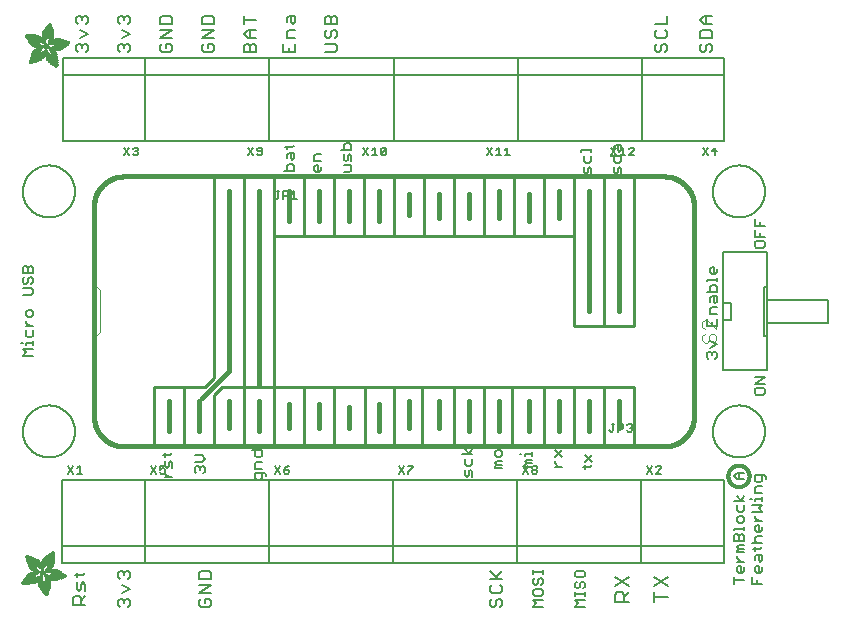
<source format=gbr>
G04 EAGLE Gerber RS-274X export*
G75*
%MOMM*%
%FSLAX34Y34*%
%LPD*%
%INSilkscreen Top*%
%IPPOS*%
%AMOC8*
5,1,8,0,0,1.08239X$1,22.5*%
G01*
%ADD10C,0.127000*%
%ADD11C,0.254000*%
%ADD12C,0.406400*%
%ADD13C,0.203200*%
%ADD14C,0.152400*%
%ADD15C,0.177800*%
%ADD16C,0.000000*%
%ADD17C,0.200000*%
%ADD18R,0.006300X0.050800*%
%ADD19R,0.006400X0.082600*%
%ADD20R,0.006300X0.120600*%
%ADD21R,0.006400X0.139700*%
%ADD22R,0.006300X0.158800*%
%ADD23R,0.006400X0.177800*%
%ADD24R,0.006300X0.196800*%
%ADD25R,0.006400X0.215900*%
%ADD26R,0.006300X0.228600*%
%ADD27R,0.006400X0.241300*%
%ADD28R,0.006300X0.254000*%
%ADD29R,0.006400X0.266700*%
%ADD30R,0.006300X0.279400*%
%ADD31R,0.006400X0.285700*%
%ADD32R,0.006300X0.298400*%
%ADD33R,0.006400X0.311200*%
%ADD34R,0.006300X0.317500*%
%ADD35R,0.006400X0.330200*%
%ADD36R,0.006300X0.336600*%
%ADD37R,0.006400X0.349200*%
%ADD38R,0.006300X0.361900*%
%ADD39R,0.006400X0.368300*%
%ADD40R,0.006300X0.381000*%
%ADD41R,0.006400X0.387300*%
%ADD42R,0.006300X0.393700*%
%ADD43R,0.006400X0.406400*%
%ADD44R,0.006300X0.412700*%
%ADD45R,0.006400X0.419100*%
%ADD46R,0.006300X0.431800*%
%ADD47R,0.006400X0.438100*%
%ADD48R,0.006300X0.450800*%
%ADD49R,0.006400X0.457200*%
%ADD50R,0.006300X0.463500*%
%ADD51R,0.006400X0.476200*%
%ADD52R,0.006300X0.482600*%
%ADD53R,0.006400X0.488900*%
%ADD54R,0.006300X0.501600*%
%ADD55R,0.006400X0.508000*%
%ADD56R,0.006300X0.514300*%
%ADD57R,0.006400X0.527000*%
%ADD58R,0.006300X0.533400*%
%ADD59R,0.006400X0.546100*%
%ADD60R,0.006300X0.552400*%
%ADD61R,0.006400X0.558800*%
%ADD62R,0.006300X0.571500*%
%ADD63R,0.006400X0.577800*%
%ADD64R,0.006300X0.584200*%
%ADD65R,0.006400X0.596900*%
%ADD66R,0.006300X0.603200*%
%ADD67R,0.006400X0.609600*%
%ADD68R,0.006300X0.622300*%
%ADD69R,0.006400X0.628600*%
%ADD70R,0.006300X0.641300*%
%ADD71R,0.006400X0.647700*%
%ADD72R,0.006300X0.063500*%
%ADD73R,0.006300X0.654000*%
%ADD74R,0.006400X0.101600*%
%ADD75R,0.006400X0.666700*%
%ADD76R,0.006300X0.139700*%
%ADD77R,0.006300X0.673100*%
%ADD78R,0.006400X0.165100*%
%ADD79R,0.006400X0.679400*%
%ADD80R,0.006300X0.196900*%
%ADD81R,0.006300X0.692100*%
%ADD82R,0.006400X0.222200*%
%ADD83R,0.006400X0.698500*%
%ADD84R,0.006300X0.247700*%
%ADD85R,0.006300X0.704800*%
%ADD86R,0.006400X0.279400*%
%ADD87R,0.006400X0.717500*%
%ADD88R,0.006300X0.298500*%
%ADD89R,0.006300X0.723900*%
%ADD90R,0.006400X0.736600*%
%ADD91R,0.006300X0.342900*%
%ADD92R,0.006300X0.742900*%
%ADD93R,0.006400X0.374700*%
%ADD94R,0.006400X0.749300*%
%ADD95R,0.006300X0.762000*%
%ADD96R,0.006400X0.412700*%
%ADD97R,0.006400X0.768300*%
%ADD98R,0.006300X0.438100*%
%ADD99R,0.006300X0.774700*%
%ADD100R,0.006400X0.463600*%
%ADD101R,0.006400X0.787400*%
%ADD102R,0.006300X0.793700*%
%ADD103R,0.006400X0.495300*%
%ADD104R,0.006400X0.800100*%
%ADD105R,0.006300X0.520700*%
%ADD106R,0.006300X0.812800*%
%ADD107R,0.006400X0.533400*%
%ADD108R,0.006400X0.819100*%
%ADD109R,0.006300X0.558800*%
%ADD110R,0.006300X0.825500*%
%ADD111R,0.006400X0.577900*%
%ADD112R,0.006400X0.831800*%
%ADD113R,0.006300X0.596900*%
%ADD114R,0.006300X0.844500*%
%ADD115R,0.006400X0.616000*%
%ADD116R,0.006400X0.850900*%
%ADD117R,0.006300X0.635000*%
%ADD118R,0.006300X0.857200*%
%ADD119R,0.006400X0.654100*%
%ADD120R,0.006400X0.863600*%
%ADD121R,0.006300X0.666700*%
%ADD122R,0.006300X0.869900*%
%ADD123R,0.006400X0.685800*%
%ADD124R,0.006400X0.876300*%
%ADD125R,0.006300X0.882600*%
%ADD126R,0.006400X0.723900*%
%ADD127R,0.006400X0.889000*%
%ADD128R,0.006300X0.895300*%
%ADD129R,0.006400X0.755700*%
%ADD130R,0.006400X0.901700*%
%ADD131R,0.006300X0.908000*%
%ADD132R,0.006400X0.793800*%
%ADD133R,0.006400X0.914400*%
%ADD134R,0.006300X0.806400*%
%ADD135R,0.006300X0.920700*%
%ADD136R,0.006400X0.825500*%
%ADD137R,0.006400X0.927100*%
%ADD138R,0.006300X0.933400*%
%ADD139R,0.006400X0.857300*%
%ADD140R,0.006400X0.939800*%
%ADD141R,0.006300X0.870000*%
%ADD142R,0.006300X0.939800*%
%ADD143R,0.006400X0.946100*%
%ADD144R,0.006300X0.952500*%
%ADD145R,0.006400X0.908000*%
%ADD146R,0.006400X0.958800*%
%ADD147R,0.006300X0.965200*%
%ADD148R,0.006400X0.965200*%
%ADD149R,0.006300X0.971500*%
%ADD150R,0.006400X0.952500*%
%ADD151R,0.006400X0.977900*%
%ADD152R,0.006300X0.958800*%
%ADD153R,0.006300X0.984200*%
%ADD154R,0.006400X0.971500*%
%ADD155R,0.006400X0.984200*%
%ADD156R,0.006300X0.990600*%
%ADD157R,0.006400X0.984300*%
%ADD158R,0.006400X0.996900*%
%ADD159R,0.006300X0.997000*%
%ADD160R,0.006300X0.996900*%
%ADD161R,0.006400X1.003300*%
%ADD162R,0.006300X1.016000*%
%ADD163R,0.006300X1.009600*%
%ADD164R,0.006400X1.016000*%
%ADD165R,0.006400X1.009600*%
%ADD166R,0.006300X1.022300*%
%ADD167R,0.006400X1.028700*%
%ADD168R,0.006300X1.035100*%
%ADD169R,0.006400X1.047800*%
%ADD170R,0.006300X1.054100*%
%ADD171R,0.006300X1.028700*%
%ADD172R,0.006400X1.054100*%
%ADD173R,0.006400X1.035000*%
%ADD174R,0.006300X1.060400*%
%ADD175R,0.006300X1.035000*%
%ADD176R,0.006400X1.060500*%
%ADD177R,0.006400X1.041400*%
%ADD178R,0.006300X1.066800*%
%ADD179R,0.006300X1.041400*%
%ADD180R,0.006400X1.079500*%
%ADD181R,0.006400X1.047700*%
%ADD182R,0.006300X1.085900*%
%ADD183R,0.006300X1.047700*%
%ADD184R,0.006400X1.085800*%
%ADD185R,0.006300X1.092200*%
%ADD186R,0.006400X1.085900*%
%ADD187R,0.006300X1.098600*%
%ADD188R,0.006400X1.098600*%
%ADD189R,0.006400X1.060400*%
%ADD190R,0.006300X1.104900*%
%ADD191R,0.006400X1.104900*%
%ADD192R,0.006400X1.066800*%
%ADD193R,0.006300X1.111200*%
%ADD194R,0.006400X1.117600*%
%ADD195R,0.006300X1.117600*%
%ADD196R,0.006300X1.073100*%
%ADD197R,0.006400X1.073100*%
%ADD198R,0.006300X1.124000*%
%ADD199R,0.006300X1.079500*%
%ADD200R,0.006400X1.123900*%
%ADD201R,0.006300X1.130300*%
%ADD202R,0.006400X1.130300*%
%ADD203R,0.006400X1.136700*%
%ADD204R,0.006300X1.136700*%
%ADD205R,0.006300X1.085800*%
%ADD206R,0.006400X1.136600*%
%ADD207R,0.006300X1.136600*%
%ADD208R,0.006400X1.143000*%
%ADD209R,0.006300X1.143000*%
%ADD210R,0.006300X1.149400*%
%ADD211R,0.006300X1.149300*%
%ADD212R,0.006400X1.149300*%
%ADD213R,0.006400X1.149400*%
%ADD214R,0.006400X1.155700*%
%ADD215R,0.006300X1.155700*%
%ADD216R,0.006300X1.060500*%
%ADD217R,0.006400X2.197100*%
%ADD218R,0.006300X2.197100*%
%ADD219R,0.006300X2.184400*%
%ADD220R,0.006400X2.184400*%
%ADD221R,0.006400X2.171700*%
%ADD222R,0.006300X2.171700*%
%ADD223R,0.006400X1.530300*%
%ADD224R,0.006300X1.505000*%
%ADD225R,0.006400X1.492300*%
%ADD226R,0.006300X1.485900*%
%ADD227R,0.006300X0.565200*%
%ADD228R,0.006400X1.473200*%
%ADD229R,0.006400X0.565200*%
%ADD230R,0.006300X1.460500*%
%ADD231R,0.006400X1.454100*%
%ADD232R,0.006400X0.552400*%
%ADD233R,0.006300X1.441500*%
%ADD234R,0.006300X0.546100*%
%ADD235R,0.006400X1.435100*%
%ADD236R,0.006400X0.539800*%
%ADD237R,0.006300X1.428800*%
%ADD238R,0.006400X1.422400*%
%ADD239R,0.006300X1.409700*%
%ADD240R,0.006300X0.527100*%
%ADD241R,0.006400X1.403300*%
%ADD242R,0.006400X0.527100*%
%ADD243R,0.006300X1.390700*%
%ADD244R,0.006400X1.384300*%
%ADD245R,0.006400X0.520700*%
%ADD246R,0.006300X1.384300*%
%ADD247R,0.006300X0.514400*%
%ADD248R,0.006400X1.371600*%
%ADD249R,0.006300X1.365200*%
%ADD250R,0.006300X0.508000*%
%ADD251R,0.006400X1.352600*%
%ADD252R,0.006400X0.501700*%
%ADD253R,0.006300X0.711200*%
%ADD254R,0.006300X0.603300*%
%ADD255R,0.006300X0.501700*%
%ADD256R,0.006400X0.692100*%
%ADD257R,0.006400X0.571500*%
%ADD258R,0.006300X0.679400*%
%ADD259R,0.006300X0.495300*%
%ADD260R,0.006400X0.673100*%
%ADD261R,0.006300X0.666800*%
%ADD262R,0.006300X0.488900*%
%ADD263R,0.006400X0.660400*%
%ADD264R,0.006400X0.482600*%
%ADD265R,0.006300X0.476200*%
%ADD266R,0.006400X0.654000*%
%ADD267R,0.006400X0.469900*%
%ADD268R,0.006400X0.476300*%
%ADD269R,0.006300X0.647700*%
%ADD270R,0.006300X0.457200*%
%ADD271R,0.006300X0.469900*%
%ADD272R,0.006400X0.641300*%
%ADD273R,0.006400X0.444500*%
%ADD274R,0.006300X0.463600*%
%ADD275R,0.006400X0.635000*%
%ADD276R,0.006400X0.463500*%
%ADD277R,0.006400X0.393700*%
%ADD278R,0.006400X0.450800*%
%ADD279R,0.006300X0.628600*%
%ADD280R,0.006300X0.387400*%
%ADD281R,0.006300X0.450900*%
%ADD282R,0.006400X0.628700*%
%ADD283R,0.006400X0.374600*%
%ADD284R,0.006300X0.368300*%
%ADD285R,0.006300X0.438200*%
%ADD286R,0.006400X0.622300*%
%ADD287R,0.006400X0.355600*%
%ADD288R,0.006400X0.431800*%
%ADD289R,0.006300X0.349300*%
%ADD290R,0.006300X0.425400*%
%ADD291R,0.006300X0.615900*%
%ADD292R,0.006300X0.330200*%
%ADD293R,0.006300X0.419100*%
%ADD294R,0.006300X0.616000*%
%ADD295R,0.006300X0.311200*%
%ADD296R,0.006300X0.406400*%
%ADD297R,0.006400X0.615900*%
%ADD298R,0.006400X0.304800*%
%ADD299R,0.006400X0.158800*%
%ADD300R,0.006300X0.609600*%
%ADD301R,0.006300X0.292100*%
%ADD302R,0.006300X0.235000*%
%ADD303R,0.006400X0.387400*%
%ADD304R,0.006400X0.292100*%
%ADD305R,0.006300X0.336500*%
%ADD306R,0.006300X0.260400*%
%ADD307R,0.006400X0.603300*%
%ADD308R,0.006400X0.260400*%
%ADD309R,0.006400X0.362000*%
%ADD310R,0.006400X0.450900*%
%ADD311R,0.006300X0.355600*%
%ADD312R,0.006400X0.342900*%
%ADD313R,0.006400X0.514300*%
%ADD314R,0.006300X0.234900*%
%ADD315R,0.006300X0.539700*%
%ADD316R,0.006400X0.603200*%
%ADD317R,0.006400X0.234900*%
%ADD318R,0.006400X0.920700*%
%ADD319R,0.006400X0.958900*%
%ADD320R,0.006300X0.215900*%
%ADD321R,0.006400X0.209600*%
%ADD322R,0.006300X0.203200*%
%ADD323R,0.006300X1.003300*%
%ADD324R,0.006400X0.203200*%
%ADD325R,0.006400X0.196900*%
%ADD326R,0.006300X0.190500*%
%ADD327R,0.006400X0.190500*%
%ADD328R,0.006300X0.184200*%
%ADD329R,0.006400X0.590500*%
%ADD330R,0.006400X0.184200*%
%ADD331R,0.006300X0.590500*%
%ADD332R,0.006300X0.177800*%
%ADD333R,0.006400X0.584200*%
%ADD334R,0.006400X1.168400*%
%ADD335R,0.006300X0.171500*%
%ADD336R,0.006300X1.187500*%
%ADD337R,0.006400X1.200100*%
%ADD338R,0.006300X0.577800*%
%ADD339R,0.006300X1.212900*%
%ADD340R,0.006400X1.231900*%
%ADD341R,0.006300X1.250900*%
%ADD342R,0.006400X0.565100*%
%ADD343R,0.006400X0.184100*%
%ADD344R,0.006400X1.263700*%
%ADD345R,0.006300X0.565100*%
%ADD346R,0.006300X1.289100*%
%ADD347R,0.006400X1.314400*%
%ADD348R,0.006300X0.552500*%
%ADD349R,0.006300X1.568500*%
%ADD350R,0.006400X0.552500*%
%ADD351R,0.006400X1.581200*%
%ADD352R,0.006300X1.593800*%
%ADD353R,0.006400X1.606500*%
%ADD354R,0.006300X1.619300*%
%ADD355R,0.006400X0.514400*%
%ADD356R,0.006400X1.638300*%
%ADD357R,0.006300X1.657300*%
%ADD358R,0.006400X2.209800*%
%ADD359R,0.006300X2.425700*%
%ADD360R,0.006400X2.470100*%
%ADD361R,0.006300X2.501900*%
%ADD362R,0.006400X2.533700*%
%ADD363R,0.006300X2.559000*%
%ADD364R,0.006400X2.584500*%
%ADD365R,0.006300X2.609900*%
%ADD366R,0.006400X2.628900*%
%ADD367R,0.006300X2.660600*%
%ADD368R,0.006400X2.673400*%
%ADD369R,0.006300X1.422400*%
%ADD370R,0.006300X1.200200*%
%ADD371R,0.006300X1.365300*%
%ADD372R,0.006400X1.365300*%
%ADD373R,0.006300X1.352500*%
%ADD374R,0.006300X1.098500*%
%ADD375R,0.006400X1.358900*%
%ADD376R,0.006300X1.352600*%
%ADD377R,0.006300X1.358900*%
%ADD378R,0.006300X1.371600*%
%ADD379R,0.006400X1.377900*%
%ADD380R,0.006400X1.397000*%
%ADD381R,0.006300X1.403300*%
%ADD382R,0.006300X0.914400*%
%ADD383R,0.006300X0.876300*%
%ADD384R,0.006300X0.374600*%
%ADD385R,0.006400X1.073200*%
%ADD386R,0.006300X0.374700*%
%ADD387R,0.006400X0.844600*%
%ADD388R,0.006300X0.844600*%
%ADD389R,0.006400X0.831900*%
%ADD390R,0.006400X1.092200*%
%ADD391R,0.006300X0.400000*%
%ADD392R,0.006400X0.819200*%
%ADD393R,0.006400X1.111300*%
%ADD394R,0.006400X0.812800*%
%ADD395R,0.006300X0.800100*%
%ADD396R,0.006300X0.476300*%
%ADD397R,0.006300X1.181100*%
%ADD398R,0.006400X0.501600*%
%ADD399R,0.006400X1.193800*%
%ADD400R,0.006400X0.781000*%
%ADD401R,0.006400X1.238200*%
%ADD402R,0.006300X0.781100*%
%ADD403R,0.006300X1.257300*%
%ADD404R,0.006400X1.295400*%
%ADD405R,0.006300X1.333500*%
%ADD406R,0.006400X0.774700*%
%ADD407R,0.006400X1.866900*%
%ADD408R,0.006300X0.209600*%
%ADD409R,0.006300X1.866900*%
%ADD410R,0.006400X0.768400*%
%ADD411R,0.006400X0.209500*%
%ADD412R,0.006400X1.860600*%
%ADD413R,0.006400X0.762000*%
%ADD414R,0.006300X0.768400*%
%ADD415R,0.006300X1.860600*%
%ADD416R,0.006400X1.860500*%
%ADD417R,0.006300X0.222300*%
%ADD418R,0.006300X1.854200*%
%ADD419R,0.006400X0.235000*%
%ADD420R,0.006400X1.854200*%
%ADD421R,0.006300X0.768300*%
%ADD422R,0.006400X0.260300*%
%ADD423R,0.006400X1.847800*%
%ADD424R,0.006300X0.266700*%
%ADD425R,0.006300X1.847800*%
%ADD426R,0.006400X0.273100*%
%ADD427R,0.006400X1.841500*%
%ADD428R,0.006300X0.285800*%
%ADD429R,0.006300X1.841500*%
%ADD430R,0.006400X0.298500*%
%ADD431R,0.006400X1.835100*%
%ADD432R,0.006300X0.781000*%
%ADD433R,0.006300X0.304800*%
%ADD434R,0.006300X1.835100*%
%ADD435R,0.006400X0.317500*%
%ADD436R,0.006400X1.828800*%
%ADD437R,0.006300X0.787400*%
%ADD438R,0.006300X0.323800*%
%ADD439R,0.006300X1.828800*%
%ADD440R,0.006400X0.793700*%
%ADD441R,0.006400X1.822400*%
%ADD442R,0.006300X0.806500*%
%ADD443R,0.006300X1.822400*%
%ADD444R,0.006400X1.816100*%
%ADD445R,0.006300X0.819100*%
%ADD446R,0.006300X0.387300*%
%ADD447R,0.006300X1.816100*%
%ADD448R,0.006400X1.809800*%
%ADD449R,0.006300X1.803400*%
%ADD450R,0.006400X1.797000*%
%ADD451R,0.006300X0.901700*%
%ADD452R,0.006300X1.797000*%
%ADD453R,0.006400X1.441400*%
%ADD454R,0.006400X1.790700*%
%ADD455R,0.006300X1.447800*%
%ADD456R,0.006300X1.784300*%
%ADD457R,0.006400X1.447800*%
%ADD458R,0.006400X1.784300*%
%ADD459R,0.006300X1.454100*%
%ADD460R,0.006300X1.771700*%
%ADD461R,0.006400X1.460500*%
%ADD462R,0.006400X1.759000*%
%ADD463R,0.006300X1.466800*%
%ADD464R,0.006300X1.752600*%
%ADD465R,0.006400X1.466800*%
%ADD466R,0.006400X1.739900*%
%ADD467R,0.006300X1.473200*%
%ADD468R,0.006300X1.727200*%
%ADD469R,0.006400X1.479500*%
%ADD470R,0.006400X1.714500*%
%ADD471R,0.006300X1.695400*%
%ADD472R,0.006400X1.485900*%
%ADD473R,0.006400X1.682700*%
%ADD474R,0.006300X1.492200*%
%ADD475R,0.006300X1.663700*%
%ADD476R,0.006400X1.498600*%
%ADD477R,0.006400X1.644600*%
%ADD478R,0.006300X1.498600*%
%ADD479R,0.006300X1.619200*%
%ADD480R,0.006400X1.511300*%
%ADD481R,0.006400X1.600200*%
%ADD482R,0.006300X1.517700*%
%ADD483R,0.006300X1.574800*%
%ADD484R,0.006400X1.524000*%
%ADD485R,0.006400X1.555800*%
%ADD486R,0.006300X1.524000*%
%ADD487R,0.006300X1.536700*%
%ADD488R,0.006400X1.530400*%
%ADD489R,0.006400X1.517700*%
%ADD490R,0.006300X1.492300*%
%ADD491R,0.006400X1.549400*%
%ADD492R,0.006400X1.479600*%
%ADD493R,0.006300X1.549400*%
%ADD494R,0.006400X1.555700*%
%ADD495R,0.006300X1.562100*%
%ADD496R,0.006300X0.323900*%
%ADD497R,0.006400X1.568400*%
%ADD498R,0.006400X0.336600*%
%ADD499R,0.006300X1.587500*%
%ADD500R,0.006300X0.971600*%
%ADD501R,0.006400X0.349300*%
%ADD502R,0.006300X1.600200*%
%ADD503R,0.006300X0.920800*%
%ADD504R,0.006400X0.882700*%
%ADD505R,0.006300X1.612900*%
%ADD506R,0.006300X0.362000*%
%ADD507R,0.006400X1.625600*%
%ADD508R,0.006300X1.625600*%
%ADD509R,0.006300X1.644600*%
%ADD510R,0.006300X0.736600*%
%ADD511R,0.006400X0.717600*%
%ADD512R,0.006300X1.657400*%
%ADD513R,0.006300X0.679500*%
%ADD514R,0.006400X1.663700*%
%ADD515R,0.006400X0.400000*%
%ADD516R,0.006300X1.676400*%
%ADD517R,0.006400X1.676400*%
%ADD518R,0.006400X0.425500*%
%ADD519R,0.006400X1.352500*%
%ADD520R,0.006300X0.444500*%
%ADD521R,0.006400X0.361900*%
%ADD522R,0.006300X0.088900*%
%ADD523R,0.006300X1.009700*%
%ADD524R,0.006400X1.009700*%
%ADD525R,0.006400X1.022300*%
%ADD526R,0.006400X1.346200*%
%ADD527R,0.006300X1.346200*%
%ADD528R,0.006400X1.339900*%
%ADD529R,0.006400X1.035100*%
%ADD530R,0.006300X1.339800*%
%ADD531R,0.006400X1.333500*%
%ADD532R,0.006400X1.327200*%
%ADD533R,0.006300X1.320800*%
%ADD534R,0.006400X1.314500*%
%ADD535R,0.006300X1.314400*%
%ADD536R,0.006400X1.301700*%
%ADD537R,0.006300X1.295400*%
%ADD538R,0.006400X1.289000*%
%ADD539R,0.006300X1.276300*%
%ADD540R,0.006300X1.251000*%
%ADD541R,0.006400X1.244600*%
%ADD542R,0.006300X1.231900*%
%ADD543R,0.006400X1.212800*%
%ADD544R,0.006300X1.200100*%
%ADD545R,0.006400X1.187400*%
%ADD546R,0.006300X1.168400*%
%ADD547R,0.006300X1.047800*%
%ADD548R,0.006300X0.977900*%
%ADD549R,0.006400X0.946200*%
%ADD550R,0.006400X0.933400*%
%ADD551R,0.006400X0.895300*%
%ADD552R,0.006300X0.882700*%
%ADD553R,0.006300X0.863600*%
%ADD554R,0.006400X0.857200*%
%ADD555R,0.006300X0.850900*%
%ADD556R,0.006300X0.838200*%
%ADD557R,0.006400X0.806500*%
%ADD558R,0.006300X0.717600*%
%ADD559R,0.006400X0.711200*%
%ADD560R,0.006400X0.641400*%
%ADD561R,0.006300X0.641400*%
%ADD562R,0.006300X0.628700*%
%ADD563R,0.006300X0.590600*%
%ADD564R,0.006400X0.539700*%
%ADD565R,0.006300X0.285700*%
%ADD566R,0.006300X0.222200*%
%ADD567R,0.006300X0.171400*%
%ADD568R,0.006400X0.152400*%
%ADD569R,0.006300X0.133400*%
%ADD570C,0.304800*%
%ADD571R,0.050800X0.006300*%
%ADD572R,0.082600X0.006400*%
%ADD573R,0.120600X0.006300*%
%ADD574R,0.139700X0.006400*%
%ADD575R,0.158800X0.006300*%
%ADD576R,0.177800X0.006400*%
%ADD577R,0.196800X0.006300*%
%ADD578R,0.215900X0.006400*%
%ADD579R,0.228600X0.006300*%
%ADD580R,0.241300X0.006400*%
%ADD581R,0.254000X0.006300*%
%ADD582R,0.266700X0.006400*%
%ADD583R,0.279400X0.006300*%
%ADD584R,0.285700X0.006400*%
%ADD585R,0.298400X0.006300*%
%ADD586R,0.311200X0.006400*%
%ADD587R,0.317500X0.006300*%
%ADD588R,0.330200X0.006400*%
%ADD589R,0.336600X0.006300*%
%ADD590R,0.349200X0.006400*%
%ADD591R,0.361900X0.006300*%
%ADD592R,0.368300X0.006400*%
%ADD593R,0.381000X0.006300*%
%ADD594R,0.387300X0.006400*%
%ADD595R,0.393700X0.006300*%
%ADD596R,0.406400X0.006400*%
%ADD597R,0.412700X0.006300*%
%ADD598R,0.419100X0.006400*%
%ADD599R,0.431800X0.006300*%
%ADD600R,0.438100X0.006400*%
%ADD601R,0.450800X0.006300*%
%ADD602R,0.457200X0.006400*%
%ADD603R,0.463500X0.006300*%
%ADD604R,0.476200X0.006400*%
%ADD605R,0.482600X0.006300*%
%ADD606R,0.488900X0.006400*%
%ADD607R,0.501600X0.006300*%
%ADD608R,0.508000X0.006400*%
%ADD609R,0.514300X0.006300*%
%ADD610R,0.527000X0.006400*%
%ADD611R,0.533400X0.006300*%
%ADD612R,0.546100X0.006400*%
%ADD613R,0.552400X0.006300*%
%ADD614R,0.558800X0.006400*%
%ADD615R,0.571500X0.006300*%
%ADD616R,0.577800X0.006400*%
%ADD617R,0.584200X0.006300*%
%ADD618R,0.596900X0.006400*%
%ADD619R,0.603200X0.006300*%
%ADD620R,0.609600X0.006400*%
%ADD621R,0.622300X0.006300*%
%ADD622R,0.628600X0.006400*%
%ADD623R,0.641300X0.006300*%
%ADD624R,0.647700X0.006400*%
%ADD625R,0.063500X0.006300*%
%ADD626R,0.654000X0.006300*%
%ADD627R,0.101600X0.006400*%
%ADD628R,0.666700X0.006400*%
%ADD629R,0.139700X0.006300*%
%ADD630R,0.673100X0.006300*%
%ADD631R,0.165100X0.006400*%
%ADD632R,0.679400X0.006400*%
%ADD633R,0.196900X0.006300*%
%ADD634R,0.692100X0.006300*%
%ADD635R,0.222200X0.006400*%
%ADD636R,0.698500X0.006400*%
%ADD637R,0.247700X0.006300*%
%ADD638R,0.704800X0.006300*%
%ADD639R,0.279400X0.006400*%
%ADD640R,0.717500X0.006400*%
%ADD641R,0.298500X0.006300*%
%ADD642R,0.723900X0.006300*%
%ADD643R,0.736600X0.006400*%
%ADD644R,0.342900X0.006300*%
%ADD645R,0.742900X0.006300*%
%ADD646R,0.374700X0.006400*%
%ADD647R,0.749300X0.006400*%
%ADD648R,0.762000X0.006300*%
%ADD649R,0.412700X0.006400*%
%ADD650R,0.768300X0.006400*%
%ADD651R,0.438100X0.006300*%
%ADD652R,0.774700X0.006300*%
%ADD653R,0.463600X0.006400*%
%ADD654R,0.787400X0.006400*%
%ADD655R,0.793700X0.006300*%
%ADD656R,0.495300X0.006400*%
%ADD657R,0.800100X0.006400*%
%ADD658R,0.520700X0.006300*%
%ADD659R,0.812800X0.006300*%
%ADD660R,0.533400X0.006400*%
%ADD661R,0.819100X0.006400*%
%ADD662R,0.558800X0.006300*%
%ADD663R,0.825500X0.006300*%
%ADD664R,0.577900X0.006400*%
%ADD665R,0.831800X0.006400*%
%ADD666R,0.596900X0.006300*%
%ADD667R,0.844500X0.006300*%
%ADD668R,0.616000X0.006400*%
%ADD669R,0.850900X0.006400*%
%ADD670R,0.635000X0.006300*%
%ADD671R,0.857200X0.006300*%
%ADD672R,0.654100X0.006400*%
%ADD673R,0.863600X0.006400*%
%ADD674R,0.666700X0.006300*%
%ADD675R,0.869900X0.006300*%
%ADD676R,0.685800X0.006400*%
%ADD677R,0.876300X0.006400*%
%ADD678R,0.882600X0.006300*%
%ADD679R,0.723900X0.006400*%
%ADD680R,0.889000X0.006400*%
%ADD681R,0.895300X0.006300*%
%ADD682R,0.755700X0.006400*%
%ADD683R,0.901700X0.006400*%
%ADD684R,0.908000X0.006300*%
%ADD685R,0.793800X0.006400*%
%ADD686R,0.914400X0.006400*%
%ADD687R,0.806400X0.006300*%
%ADD688R,0.920700X0.006300*%
%ADD689R,0.825500X0.006400*%
%ADD690R,0.927100X0.006400*%
%ADD691R,0.933400X0.006300*%
%ADD692R,0.857300X0.006400*%
%ADD693R,0.939800X0.006400*%
%ADD694R,0.870000X0.006300*%
%ADD695R,0.939800X0.006300*%
%ADD696R,0.946100X0.006400*%
%ADD697R,0.952500X0.006300*%
%ADD698R,0.908000X0.006400*%
%ADD699R,0.958800X0.006400*%
%ADD700R,0.965200X0.006300*%
%ADD701R,0.965200X0.006400*%
%ADD702R,0.971500X0.006300*%
%ADD703R,0.952500X0.006400*%
%ADD704R,0.977900X0.006400*%
%ADD705R,0.958800X0.006300*%
%ADD706R,0.984200X0.006300*%
%ADD707R,0.971500X0.006400*%
%ADD708R,0.984200X0.006400*%
%ADD709R,0.990600X0.006300*%
%ADD710R,0.984300X0.006400*%
%ADD711R,0.996900X0.006400*%
%ADD712R,0.997000X0.006300*%
%ADD713R,0.996900X0.006300*%
%ADD714R,1.003300X0.006400*%
%ADD715R,1.016000X0.006300*%
%ADD716R,1.009600X0.006300*%
%ADD717R,1.016000X0.006400*%
%ADD718R,1.009600X0.006400*%
%ADD719R,1.022300X0.006300*%
%ADD720R,1.028700X0.006400*%
%ADD721R,1.035100X0.006300*%
%ADD722R,1.047800X0.006400*%
%ADD723R,1.054100X0.006300*%
%ADD724R,1.028700X0.006300*%
%ADD725R,1.054100X0.006400*%
%ADD726R,1.035000X0.006400*%
%ADD727R,1.060400X0.006300*%
%ADD728R,1.035000X0.006300*%
%ADD729R,1.060500X0.006400*%
%ADD730R,1.041400X0.006400*%
%ADD731R,1.066800X0.006300*%
%ADD732R,1.041400X0.006300*%
%ADD733R,1.079500X0.006400*%
%ADD734R,1.047700X0.006400*%
%ADD735R,1.085900X0.006300*%
%ADD736R,1.047700X0.006300*%
%ADD737R,1.085800X0.006400*%
%ADD738R,1.092200X0.006300*%
%ADD739R,1.085900X0.006400*%
%ADD740R,1.098600X0.006300*%
%ADD741R,1.098600X0.006400*%
%ADD742R,1.060400X0.006400*%
%ADD743R,1.104900X0.006300*%
%ADD744R,1.104900X0.006400*%
%ADD745R,1.066800X0.006400*%
%ADD746R,1.111200X0.006300*%
%ADD747R,1.117600X0.006400*%
%ADD748R,1.117600X0.006300*%
%ADD749R,1.073100X0.006300*%
%ADD750R,1.073100X0.006400*%
%ADD751R,1.124000X0.006300*%
%ADD752R,1.079500X0.006300*%
%ADD753R,1.123900X0.006400*%
%ADD754R,1.130300X0.006300*%
%ADD755R,1.130300X0.006400*%
%ADD756R,1.136700X0.006400*%
%ADD757R,1.136700X0.006300*%
%ADD758R,1.085800X0.006300*%
%ADD759R,1.136600X0.006400*%
%ADD760R,1.136600X0.006300*%
%ADD761R,1.143000X0.006400*%
%ADD762R,1.143000X0.006300*%
%ADD763R,1.149400X0.006300*%
%ADD764R,1.149300X0.006300*%
%ADD765R,1.149300X0.006400*%
%ADD766R,1.149400X0.006400*%
%ADD767R,1.155700X0.006400*%
%ADD768R,1.155700X0.006300*%
%ADD769R,1.060500X0.006300*%
%ADD770R,2.197100X0.006400*%
%ADD771R,2.197100X0.006300*%
%ADD772R,2.184400X0.006300*%
%ADD773R,2.184400X0.006400*%
%ADD774R,2.171700X0.006400*%
%ADD775R,2.171700X0.006300*%
%ADD776R,1.530300X0.006400*%
%ADD777R,1.505000X0.006300*%
%ADD778R,1.492300X0.006400*%
%ADD779R,1.485900X0.006300*%
%ADD780R,0.565200X0.006300*%
%ADD781R,1.473200X0.006400*%
%ADD782R,0.565200X0.006400*%
%ADD783R,1.460500X0.006300*%
%ADD784R,1.454100X0.006400*%
%ADD785R,0.552400X0.006400*%
%ADD786R,1.441500X0.006300*%
%ADD787R,0.546100X0.006300*%
%ADD788R,1.435100X0.006400*%
%ADD789R,0.539800X0.006400*%
%ADD790R,1.428800X0.006300*%
%ADD791R,1.422400X0.006400*%
%ADD792R,1.409700X0.006300*%
%ADD793R,0.527100X0.006300*%
%ADD794R,1.403300X0.006400*%
%ADD795R,0.527100X0.006400*%
%ADD796R,1.390700X0.006300*%
%ADD797R,1.384300X0.006400*%
%ADD798R,0.520700X0.006400*%
%ADD799R,1.384300X0.006300*%
%ADD800R,0.514400X0.006300*%
%ADD801R,1.371600X0.006400*%
%ADD802R,1.365200X0.006300*%
%ADD803R,0.508000X0.006300*%
%ADD804R,1.352600X0.006400*%
%ADD805R,0.501700X0.006400*%
%ADD806R,0.711200X0.006300*%
%ADD807R,0.603300X0.006300*%
%ADD808R,0.501700X0.006300*%
%ADD809R,0.692100X0.006400*%
%ADD810R,0.571500X0.006400*%
%ADD811R,0.679400X0.006300*%
%ADD812R,0.495300X0.006300*%
%ADD813R,0.673100X0.006400*%
%ADD814R,0.666800X0.006300*%
%ADD815R,0.488900X0.006300*%
%ADD816R,0.660400X0.006400*%
%ADD817R,0.482600X0.006400*%
%ADD818R,0.476200X0.006300*%
%ADD819R,0.654000X0.006400*%
%ADD820R,0.469900X0.006400*%
%ADD821R,0.476300X0.006400*%
%ADD822R,0.647700X0.006300*%
%ADD823R,0.457200X0.006300*%
%ADD824R,0.469900X0.006300*%
%ADD825R,0.641300X0.006400*%
%ADD826R,0.444500X0.006400*%
%ADD827R,0.463600X0.006300*%
%ADD828R,0.635000X0.006400*%
%ADD829R,0.463500X0.006400*%
%ADD830R,0.393700X0.006400*%
%ADD831R,0.450800X0.006400*%
%ADD832R,0.628600X0.006300*%
%ADD833R,0.387400X0.006300*%
%ADD834R,0.450900X0.006300*%
%ADD835R,0.628700X0.006400*%
%ADD836R,0.374600X0.006400*%
%ADD837R,0.368300X0.006300*%
%ADD838R,0.438200X0.006300*%
%ADD839R,0.622300X0.006400*%
%ADD840R,0.355600X0.006400*%
%ADD841R,0.431800X0.006400*%
%ADD842R,0.349300X0.006300*%
%ADD843R,0.425400X0.006300*%
%ADD844R,0.615900X0.006300*%
%ADD845R,0.330200X0.006300*%
%ADD846R,0.419100X0.006300*%
%ADD847R,0.616000X0.006300*%
%ADD848R,0.311200X0.006300*%
%ADD849R,0.406400X0.006300*%
%ADD850R,0.615900X0.006400*%
%ADD851R,0.304800X0.006400*%
%ADD852R,0.158800X0.006400*%
%ADD853R,0.609600X0.006300*%
%ADD854R,0.292100X0.006300*%
%ADD855R,0.235000X0.006300*%
%ADD856R,0.387400X0.006400*%
%ADD857R,0.292100X0.006400*%
%ADD858R,0.336500X0.006300*%
%ADD859R,0.260400X0.006300*%
%ADD860R,0.603300X0.006400*%
%ADD861R,0.260400X0.006400*%
%ADD862R,0.362000X0.006400*%
%ADD863R,0.450900X0.006400*%
%ADD864R,0.355600X0.006300*%
%ADD865R,0.342900X0.006400*%
%ADD866R,0.514300X0.006400*%
%ADD867R,0.234900X0.006300*%
%ADD868R,0.539700X0.006300*%
%ADD869R,0.603200X0.006400*%
%ADD870R,0.234900X0.006400*%
%ADD871R,0.920700X0.006400*%
%ADD872R,0.958900X0.006400*%
%ADD873R,0.215900X0.006300*%
%ADD874R,0.209600X0.006400*%
%ADD875R,0.203200X0.006300*%
%ADD876R,1.003300X0.006300*%
%ADD877R,0.203200X0.006400*%
%ADD878R,0.196900X0.006400*%
%ADD879R,0.190500X0.006300*%
%ADD880R,0.190500X0.006400*%
%ADD881R,0.184200X0.006300*%
%ADD882R,0.590500X0.006400*%
%ADD883R,0.184200X0.006400*%
%ADD884R,0.590500X0.006300*%
%ADD885R,0.177800X0.006300*%
%ADD886R,0.584200X0.006400*%
%ADD887R,1.168400X0.006400*%
%ADD888R,0.171500X0.006300*%
%ADD889R,1.187500X0.006300*%
%ADD890R,1.200100X0.006400*%
%ADD891R,0.577800X0.006300*%
%ADD892R,1.212900X0.006300*%
%ADD893R,1.231900X0.006400*%
%ADD894R,1.250900X0.006300*%
%ADD895R,0.565100X0.006400*%
%ADD896R,0.184100X0.006400*%
%ADD897R,1.263700X0.006400*%
%ADD898R,0.565100X0.006300*%
%ADD899R,1.289100X0.006300*%
%ADD900R,1.314400X0.006400*%
%ADD901R,0.552500X0.006300*%
%ADD902R,1.568500X0.006300*%
%ADD903R,0.552500X0.006400*%
%ADD904R,1.581200X0.006400*%
%ADD905R,1.593800X0.006300*%
%ADD906R,1.606500X0.006400*%
%ADD907R,1.619300X0.006300*%
%ADD908R,0.514400X0.006400*%
%ADD909R,1.638300X0.006400*%
%ADD910R,1.657300X0.006300*%
%ADD911R,2.209800X0.006400*%
%ADD912R,2.425700X0.006300*%
%ADD913R,2.470100X0.006400*%
%ADD914R,2.501900X0.006300*%
%ADD915R,2.533700X0.006400*%
%ADD916R,2.559000X0.006300*%
%ADD917R,2.584500X0.006400*%
%ADD918R,2.609900X0.006300*%
%ADD919R,2.628900X0.006400*%
%ADD920R,2.660600X0.006300*%
%ADD921R,2.673400X0.006400*%
%ADD922R,1.422400X0.006300*%
%ADD923R,1.200200X0.006300*%
%ADD924R,1.365300X0.006300*%
%ADD925R,1.365300X0.006400*%
%ADD926R,1.352500X0.006300*%
%ADD927R,1.098500X0.006300*%
%ADD928R,1.358900X0.006400*%
%ADD929R,1.352600X0.006300*%
%ADD930R,1.358900X0.006300*%
%ADD931R,1.371600X0.006300*%
%ADD932R,1.377900X0.006400*%
%ADD933R,1.397000X0.006400*%
%ADD934R,1.403300X0.006300*%
%ADD935R,0.914400X0.006300*%
%ADD936R,0.876300X0.006300*%
%ADD937R,0.374600X0.006300*%
%ADD938R,1.073200X0.006400*%
%ADD939R,0.374700X0.006300*%
%ADD940R,0.844600X0.006400*%
%ADD941R,0.844600X0.006300*%
%ADD942R,0.831900X0.006400*%
%ADD943R,1.092200X0.006400*%
%ADD944R,0.400000X0.006300*%
%ADD945R,0.819200X0.006400*%
%ADD946R,1.111300X0.006400*%
%ADD947R,0.812800X0.006400*%
%ADD948R,0.800100X0.006300*%
%ADD949R,0.476300X0.006300*%
%ADD950R,1.181100X0.006300*%
%ADD951R,0.501600X0.006400*%
%ADD952R,1.193800X0.006400*%
%ADD953R,0.781000X0.006400*%
%ADD954R,1.238200X0.006400*%
%ADD955R,0.781100X0.006300*%
%ADD956R,1.257300X0.006300*%
%ADD957R,1.295400X0.006400*%
%ADD958R,1.333500X0.006300*%
%ADD959R,0.774700X0.006400*%
%ADD960R,1.866900X0.006400*%
%ADD961R,0.209600X0.006300*%
%ADD962R,1.866900X0.006300*%
%ADD963R,0.768400X0.006400*%
%ADD964R,0.209500X0.006400*%
%ADD965R,1.860600X0.006400*%
%ADD966R,0.762000X0.006400*%
%ADD967R,0.768400X0.006300*%
%ADD968R,1.860600X0.006300*%
%ADD969R,1.860500X0.006400*%
%ADD970R,0.222300X0.006300*%
%ADD971R,1.854200X0.006300*%
%ADD972R,0.235000X0.006400*%
%ADD973R,1.854200X0.006400*%
%ADD974R,0.768300X0.006300*%
%ADD975R,0.260300X0.006400*%
%ADD976R,1.847800X0.006400*%
%ADD977R,0.266700X0.006300*%
%ADD978R,1.847800X0.006300*%
%ADD979R,0.273100X0.006400*%
%ADD980R,1.841500X0.006400*%
%ADD981R,0.285800X0.006300*%
%ADD982R,1.841500X0.006300*%
%ADD983R,0.298500X0.006400*%
%ADD984R,1.835100X0.006400*%
%ADD985R,0.781000X0.006300*%
%ADD986R,0.304800X0.006300*%
%ADD987R,1.835100X0.006300*%
%ADD988R,0.317500X0.006400*%
%ADD989R,1.828800X0.006400*%
%ADD990R,0.787400X0.006300*%
%ADD991R,0.323800X0.006300*%
%ADD992R,1.828800X0.006300*%
%ADD993R,0.793700X0.006400*%
%ADD994R,1.822400X0.006400*%
%ADD995R,0.806500X0.006300*%
%ADD996R,1.822400X0.006300*%
%ADD997R,1.816100X0.006400*%
%ADD998R,0.819100X0.006300*%
%ADD999R,0.387300X0.006300*%
%ADD1000R,1.816100X0.006300*%
%ADD1001R,1.809800X0.006400*%
%ADD1002R,1.803400X0.006300*%
%ADD1003R,1.797000X0.006400*%
%ADD1004R,0.901700X0.006300*%
%ADD1005R,1.797000X0.006300*%
%ADD1006R,1.441400X0.006400*%
%ADD1007R,1.790700X0.006400*%
%ADD1008R,1.447800X0.006300*%
%ADD1009R,1.784300X0.006300*%
%ADD1010R,1.447800X0.006400*%
%ADD1011R,1.784300X0.006400*%
%ADD1012R,1.454100X0.006300*%
%ADD1013R,1.771700X0.006300*%
%ADD1014R,1.460500X0.006400*%
%ADD1015R,1.759000X0.006400*%
%ADD1016R,1.466800X0.006300*%
%ADD1017R,1.752600X0.006300*%
%ADD1018R,1.466800X0.006400*%
%ADD1019R,1.739900X0.006400*%
%ADD1020R,1.473200X0.006300*%
%ADD1021R,1.727200X0.006300*%
%ADD1022R,1.479500X0.006400*%
%ADD1023R,1.714500X0.006400*%
%ADD1024R,1.695400X0.006300*%
%ADD1025R,1.485900X0.006400*%
%ADD1026R,1.682700X0.006400*%
%ADD1027R,1.492200X0.006300*%
%ADD1028R,1.663700X0.006300*%
%ADD1029R,1.498600X0.006400*%
%ADD1030R,1.644600X0.006400*%
%ADD1031R,1.498600X0.006300*%
%ADD1032R,1.619200X0.006300*%
%ADD1033R,1.511300X0.006400*%
%ADD1034R,1.600200X0.006400*%
%ADD1035R,1.517700X0.006300*%
%ADD1036R,1.574800X0.006300*%
%ADD1037R,1.524000X0.006400*%
%ADD1038R,1.555800X0.006400*%
%ADD1039R,1.524000X0.006300*%
%ADD1040R,1.536700X0.006300*%
%ADD1041R,1.530400X0.006400*%
%ADD1042R,1.517700X0.006400*%
%ADD1043R,1.492300X0.006300*%
%ADD1044R,1.549400X0.006400*%
%ADD1045R,1.479600X0.006400*%
%ADD1046R,1.549400X0.006300*%
%ADD1047R,1.555700X0.006400*%
%ADD1048R,1.562100X0.006300*%
%ADD1049R,0.323900X0.006300*%
%ADD1050R,1.568400X0.006400*%
%ADD1051R,0.336600X0.006400*%
%ADD1052R,1.587500X0.006300*%
%ADD1053R,0.971600X0.006300*%
%ADD1054R,0.349300X0.006400*%
%ADD1055R,1.600200X0.006300*%
%ADD1056R,0.920800X0.006300*%
%ADD1057R,0.882700X0.006400*%
%ADD1058R,1.612900X0.006300*%
%ADD1059R,0.362000X0.006300*%
%ADD1060R,1.625600X0.006400*%
%ADD1061R,1.625600X0.006300*%
%ADD1062R,1.644600X0.006300*%
%ADD1063R,0.736600X0.006300*%
%ADD1064R,0.717600X0.006400*%
%ADD1065R,1.657400X0.006300*%
%ADD1066R,0.679500X0.006300*%
%ADD1067R,1.663700X0.006400*%
%ADD1068R,0.400000X0.006400*%
%ADD1069R,1.676400X0.006300*%
%ADD1070R,1.676400X0.006400*%
%ADD1071R,0.425500X0.006400*%
%ADD1072R,1.352500X0.006400*%
%ADD1073R,0.444500X0.006300*%
%ADD1074R,0.361900X0.006400*%
%ADD1075R,0.088900X0.006300*%
%ADD1076R,1.009700X0.006300*%
%ADD1077R,1.009700X0.006400*%
%ADD1078R,1.022300X0.006400*%
%ADD1079R,1.346200X0.006400*%
%ADD1080R,1.346200X0.006300*%
%ADD1081R,1.339900X0.006400*%
%ADD1082R,1.035100X0.006400*%
%ADD1083R,1.339800X0.006300*%
%ADD1084R,1.333500X0.006400*%
%ADD1085R,1.327200X0.006400*%
%ADD1086R,1.320800X0.006300*%
%ADD1087R,1.314500X0.006400*%
%ADD1088R,1.314400X0.006300*%
%ADD1089R,1.301700X0.006400*%
%ADD1090R,1.295400X0.006300*%
%ADD1091R,1.289000X0.006400*%
%ADD1092R,1.276300X0.006300*%
%ADD1093R,1.251000X0.006300*%
%ADD1094R,1.244600X0.006400*%
%ADD1095R,1.231900X0.006300*%
%ADD1096R,1.212800X0.006400*%
%ADD1097R,1.200100X0.006300*%
%ADD1098R,1.187400X0.006400*%
%ADD1099R,1.168400X0.006300*%
%ADD1100R,1.047800X0.006300*%
%ADD1101R,0.977900X0.006300*%
%ADD1102R,0.946200X0.006400*%
%ADD1103R,0.933400X0.006400*%
%ADD1104R,0.895300X0.006400*%
%ADD1105R,0.882700X0.006300*%
%ADD1106R,0.863600X0.006300*%
%ADD1107R,0.857200X0.006400*%
%ADD1108R,0.850900X0.006300*%
%ADD1109R,0.838200X0.006300*%
%ADD1110R,0.806500X0.006400*%
%ADD1111R,0.717600X0.006300*%
%ADD1112R,0.711200X0.006400*%
%ADD1113R,0.641400X0.006400*%
%ADD1114R,0.641400X0.006300*%
%ADD1115R,0.628700X0.006300*%
%ADD1116R,0.590600X0.006300*%
%ADD1117R,0.539700X0.006400*%
%ADD1118R,0.285700X0.006300*%
%ADD1119R,0.222200X0.006300*%
%ADD1120R,0.171400X0.006300*%
%ADD1121R,0.152400X0.006400*%
%ADD1122R,0.133400X0.006300*%
%ADD1123C,0.101600*%


D10*
X-187833Y-140335D02*
X-193765Y-140335D01*
X-190799Y-140335D02*
X-193765Y-137369D01*
X-193765Y-135886D01*
X-187833Y-132539D02*
X-187833Y-128090D01*
X-189316Y-126607D01*
X-190799Y-128090D01*
X-190799Y-131056D01*
X-192282Y-132539D01*
X-193765Y-131056D01*
X-193765Y-126607D01*
X-195248Y-121701D02*
X-189316Y-121701D01*
X-187833Y-120218D01*
X-193765Y-120218D02*
X-193765Y-123184D01*
X-168791Y-135550D02*
X-167308Y-137033D01*
X-168791Y-135550D02*
X-168791Y-132584D01*
X-167308Y-131101D01*
X-165825Y-131101D01*
X-164342Y-132584D01*
X-164342Y-134067D01*
X-164342Y-132584D02*
X-162859Y-131101D01*
X-161376Y-131101D01*
X-159893Y-132584D01*
X-159893Y-135550D01*
X-161376Y-137033D01*
X-162859Y-127678D02*
X-168791Y-127678D01*
X-162859Y-127678D02*
X-159893Y-124712D01*
X-162859Y-121746D01*
X-168791Y-121746D01*
X-108667Y-137918D02*
X-108667Y-139401D01*
X-108667Y-137918D02*
X-110150Y-136435D01*
X-117565Y-136435D01*
X-117565Y-140884D01*
X-116082Y-142367D01*
X-113116Y-142367D01*
X-111633Y-140884D01*
X-111633Y-136435D01*
X-111633Y-133012D02*
X-117565Y-133012D01*
X-117565Y-128563D01*
X-116082Y-127080D01*
X-111633Y-127080D01*
X-111633Y-117725D02*
X-120531Y-117725D01*
X-111633Y-117725D02*
X-111633Y-122174D01*
X-113116Y-123657D01*
X-116082Y-123657D01*
X-117565Y-122174D01*
X-117565Y-117725D01*
X-61595Y119593D02*
X-61595Y122559D01*
X-61595Y119593D02*
X-63078Y118110D01*
X-66044Y118110D01*
X-67527Y119593D01*
X-67527Y122559D01*
X-66044Y124042D01*
X-64561Y124042D01*
X-64561Y118110D01*
X-61595Y127465D02*
X-67527Y127465D01*
X-67527Y131914D01*
X-66044Y133397D01*
X-61595Y133397D01*
X-84455Y118745D02*
X-93353Y118745D01*
X-84455Y118745D02*
X-84455Y123194D01*
X-85938Y124677D01*
X-88904Y124677D01*
X-90387Y123194D01*
X-90387Y118745D01*
X-90387Y129583D02*
X-90387Y132549D01*
X-88904Y134032D01*
X-84455Y134032D01*
X-84455Y129583D01*
X-85938Y128100D01*
X-87421Y129583D01*
X-87421Y134032D01*
X-85938Y138938D02*
X-91870Y138938D01*
X-85938Y138938D02*
X-84455Y140421D01*
X-90387Y140421D02*
X-90387Y137455D01*
X-42127Y117729D02*
X-37678Y117729D01*
X-36195Y119212D01*
X-36195Y123661D01*
X-42127Y123661D01*
X-36195Y127084D02*
X-36195Y131533D01*
X-37678Y133016D01*
X-39161Y131533D01*
X-39161Y128567D01*
X-40644Y127084D01*
X-42127Y128567D01*
X-42127Y133016D01*
X-45093Y136439D02*
X-36195Y136439D01*
X-36195Y140888D01*
X-37678Y142371D01*
X-40644Y142371D01*
X-42127Y140888D01*
X-42127Y136439D01*
X192405Y120654D02*
X192405Y116205D01*
X192405Y120654D02*
X190922Y122137D01*
X189439Y120654D01*
X189439Y117688D01*
X187956Y116205D01*
X186473Y117688D01*
X186473Y122137D01*
X183507Y131492D02*
X192405Y131492D01*
X192405Y127043D01*
X190922Y125560D01*
X187956Y125560D01*
X186473Y127043D01*
X186473Y131492D01*
X186473Y136398D02*
X186473Y139364D01*
X187956Y140847D01*
X192405Y140847D01*
X192405Y136398D01*
X190922Y134915D01*
X189439Y136398D01*
X189439Y140847D01*
X167005Y120654D02*
X167005Y116205D01*
X167005Y120654D02*
X165522Y122137D01*
X164039Y120654D01*
X164039Y117688D01*
X162556Y116205D01*
X161073Y117688D01*
X161073Y122137D01*
X161073Y127043D02*
X161073Y131492D01*
X161073Y127043D02*
X162556Y125560D01*
X165522Y125560D01*
X167005Y127043D01*
X167005Y131492D01*
X158107Y134915D02*
X158107Y136398D01*
X167005Y136398D01*
X167005Y134915D02*
X167005Y137881D01*
X166157Y-131867D02*
X160225Y-131867D01*
X166157Y-131867D02*
X167640Y-130384D01*
X161708Y-130384D02*
X161708Y-133350D01*
X161708Y-127113D02*
X167640Y-121182D01*
X167640Y-127113D02*
X161708Y-121182D01*
X142240Y-131445D02*
X136308Y-131445D01*
X139274Y-131445D02*
X136308Y-128479D01*
X136308Y-126996D01*
X136308Y-123649D02*
X142240Y-117717D01*
X142240Y-123649D02*
X136308Y-117717D01*
X116840Y-131445D02*
X110908Y-131445D01*
X110908Y-129962D01*
X112391Y-128479D01*
X116840Y-128479D01*
X112391Y-128479D02*
X110908Y-126996D01*
X112391Y-125513D01*
X116840Y-125513D01*
X110908Y-122090D02*
X110908Y-120607D01*
X116840Y-120607D01*
X116840Y-122090D02*
X116840Y-119124D01*
X107942Y-120607D02*
X106459Y-120607D01*
X91440Y-132715D02*
X85508Y-132715D01*
X85508Y-131232D01*
X86991Y-129749D01*
X91440Y-129749D01*
X86991Y-129749D02*
X85508Y-128266D01*
X86991Y-126783D01*
X91440Y-126783D01*
X91440Y-121877D02*
X91440Y-118911D01*
X89957Y-117428D01*
X86991Y-117428D01*
X85508Y-118911D01*
X85508Y-121877D01*
X86991Y-123360D01*
X89957Y-123360D01*
X91440Y-121877D01*
X66167Y-135378D02*
X66167Y-139827D01*
X66167Y-135378D02*
X64684Y-133895D01*
X63201Y-135378D01*
X63201Y-138344D01*
X61718Y-139827D01*
X60235Y-138344D01*
X60235Y-133895D01*
X60235Y-128989D02*
X60235Y-124540D01*
X60235Y-128989D02*
X61718Y-130472D01*
X64684Y-130472D01*
X66167Y-128989D01*
X66167Y-124540D01*
X66167Y-121117D02*
X57269Y-121117D01*
X63201Y-121117D02*
X66167Y-116668D01*
X63201Y-121117D02*
X60235Y-116668D01*
D11*
X-76200Y63500D02*
X-101600Y63500D01*
X-76200Y63500D02*
X-50800Y63500D01*
X-25400Y63500D01*
X0Y63500D01*
X25400Y63500D01*
X76200Y63500D01*
X101600Y63500D01*
X127000Y63500D01*
X152400Y63500D01*
X152400Y-12700D01*
X177800Y-12700D01*
X203200Y-12700D01*
X203200Y113030D01*
X-76200Y114300D02*
X-76200Y63500D01*
X-50800Y63500D02*
X-50800Y114300D01*
X-25400Y114300D02*
X-25400Y63500D01*
X0Y63500D02*
X0Y114300D01*
X25400Y114300D02*
X25400Y63500D01*
X50800Y64770D02*
X50800Y114300D01*
X76200Y114300D02*
X76200Y63500D01*
X101600Y63500D02*
X101600Y114300D01*
X127000Y114300D02*
X127000Y63500D01*
X152400Y63500D02*
X152400Y114300D01*
X177800Y114300D02*
X177800Y-12700D01*
X100330Y-64135D02*
X76200Y-64135D01*
X50800Y-64135D01*
X24130Y-64135D01*
X0Y-64135D01*
X-24130Y-64135D01*
X-76200Y-64135D01*
X-101600Y-64135D01*
X-127000Y-64135D01*
X-177800Y-64135D02*
X-203200Y-64135D01*
X-203200Y-114300D01*
X100330Y-113030D02*
X100330Y-64135D01*
X76200Y-64135D02*
X76200Y-113030D01*
X50800Y-113030D02*
X50800Y-64135D01*
X24130Y-64135D02*
X24130Y-113030D01*
X0Y-113030D02*
X0Y-64135D01*
X-24130Y-64135D02*
X-24130Y-113030D01*
X-50800Y-113030D02*
X-50800Y-65405D01*
X-76200Y-64135D02*
X-76200Y-113030D01*
X-101600Y-113030D02*
X-101600Y-64135D01*
X-127000Y-64135D02*
X-127000Y-113030D01*
X-177800Y-113030D02*
X-177800Y-64135D01*
X100330Y-64135D02*
X127000Y-64135D01*
X152400Y-64135D01*
X177800Y-64135D01*
X203200Y-64135D01*
X203200Y-114300D01*
X127000Y-114300D02*
X127000Y-64135D01*
X152400Y-64135D02*
X152400Y-114300D01*
X177800Y-113030D02*
X177800Y-64135D01*
X-152400Y-56515D02*
X-152400Y114300D01*
X-127000Y114935D02*
X-127000Y-64135D01*
X-101600Y-64135D02*
X-101600Y63500D01*
X-101600Y114300D01*
X-160274Y-64262D02*
X-178054Y-64262D01*
X-145415Y-64135D02*
X-127000Y-64135D01*
X-145415Y-64135D02*
X-152400Y-71120D01*
X-152400Y-114935D01*
X-160020Y-64135D02*
X-152400Y-56515D01*
D12*
X-139700Y-50800D02*
X-162560Y-73660D01*
X-139700Y-50800D02*
X-139700Y101600D01*
X-114300Y101600D02*
X-114300Y-63500D01*
X-12700Y78740D02*
X-12700Y99060D01*
X12700Y99060D02*
X12700Y81280D01*
X38100Y78740D02*
X38100Y99060D01*
X63500Y99060D02*
X63500Y78740D01*
X88900Y78740D02*
X88900Y101600D01*
X114300Y99060D02*
X114300Y76200D01*
X139700Y78740D02*
X139700Y101600D01*
X-88900Y-78740D02*
X-88900Y-99060D01*
X-63500Y-99060D02*
X-63500Y-78740D01*
X-38100Y-81280D02*
X-38100Y-99060D01*
X-12700Y-101600D02*
X-12700Y-78740D01*
X12700Y-76200D02*
X12700Y-99060D01*
X38100Y-99060D02*
X38100Y-76200D01*
X-139700Y-76200D02*
X-139700Y-99060D01*
X190500Y-99060D02*
X190500Y-76200D01*
D13*
X219954Y-241694D02*
X232156Y-241694D01*
X219954Y-245761D02*
X219954Y-237626D01*
X219954Y-232664D02*
X232156Y-224529D01*
X232156Y-232664D02*
X219954Y-224529D01*
X199136Y-245761D02*
X186934Y-245761D01*
X186934Y-239660D01*
X188967Y-237626D01*
X193035Y-237626D01*
X195069Y-239660D01*
X195069Y-245761D01*
X195069Y-241694D02*
X199136Y-237626D01*
X199136Y-224529D02*
X186934Y-232664D01*
X186934Y-224529D02*
X199136Y-232664D01*
D14*
X161798Y-250069D02*
X153155Y-250069D01*
X156036Y-247188D01*
X153155Y-244307D01*
X161798Y-244307D01*
X161798Y-240714D02*
X161798Y-237833D01*
X161798Y-239273D02*
X153155Y-239273D01*
X153155Y-237833D02*
X153155Y-240714D01*
X153155Y-230156D02*
X154595Y-228715D01*
X153155Y-230156D02*
X153155Y-233037D01*
X154595Y-234477D01*
X156036Y-234477D01*
X157476Y-233037D01*
X157476Y-230156D01*
X158917Y-228715D01*
X160357Y-228715D01*
X161798Y-230156D01*
X161798Y-233037D01*
X160357Y-234477D01*
X153155Y-223681D02*
X153155Y-220800D01*
X153155Y-223681D02*
X154595Y-225122D01*
X160357Y-225122D01*
X161798Y-223681D01*
X161798Y-220800D01*
X160357Y-219360D01*
X154595Y-219360D01*
X153155Y-220800D01*
X126238Y-250069D02*
X117595Y-250069D01*
X120476Y-247188D01*
X117595Y-244307D01*
X126238Y-244307D01*
X117595Y-239273D02*
X117595Y-236392D01*
X117595Y-239273D02*
X119035Y-240714D01*
X124797Y-240714D01*
X126238Y-239273D01*
X126238Y-236392D01*
X124797Y-234952D01*
X119035Y-234952D01*
X117595Y-236392D01*
X117595Y-227037D02*
X119035Y-225597D01*
X117595Y-227037D02*
X117595Y-229918D01*
X119035Y-231359D01*
X120476Y-231359D01*
X121916Y-229918D01*
X121916Y-227037D01*
X123357Y-225597D01*
X124797Y-225597D01*
X126238Y-227037D01*
X126238Y-229918D01*
X124797Y-231359D01*
X126238Y-222004D02*
X126238Y-219123D01*
X126238Y-220563D02*
X117595Y-220563D01*
X117595Y-219123D02*
X117595Y-222004D01*
D15*
X82712Y-243044D02*
X80890Y-244866D01*
X80890Y-248510D01*
X82712Y-250332D01*
X84533Y-250332D01*
X86355Y-248510D01*
X86355Y-244866D01*
X88177Y-243044D01*
X89999Y-243044D01*
X91821Y-244866D01*
X91821Y-248510D01*
X89999Y-250332D01*
X80890Y-233172D02*
X82712Y-231350D01*
X80890Y-233172D02*
X80890Y-236816D01*
X82712Y-238638D01*
X89999Y-238638D01*
X91821Y-236816D01*
X91821Y-233172D01*
X89999Y-231350D01*
X91821Y-226944D02*
X80890Y-226944D01*
X88177Y-226944D02*
X80890Y-219657D01*
X86355Y-225122D02*
X91821Y-219657D01*
X-163668Y-243044D02*
X-165490Y-244866D01*
X-165490Y-248510D01*
X-163668Y-250332D01*
X-156381Y-250332D01*
X-154559Y-248510D01*
X-154559Y-244866D01*
X-156381Y-243044D01*
X-160025Y-243044D01*
X-160025Y-246688D01*
X-165490Y-238638D02*
X-154559Y-238638D01*
X-154559Y-231350D02*
X-165490Y-238638D01*
X-165490Y-231350D02*
X-154559Y-231350D01*
X-154559Y-226944D02*
X-165490Y-226944D01*
X-154559Y-226944D02*
X-154559Y-221478D01*
X-156381Y-219657D01*
X-163668Y-219657D01*
X-165490Y-221478D01*
X-165490Y-226944D01*
X-232248Y-250332D02*
X-234070Y-248510D01*
X-234070Y-244866D01*
X-232248Y-243044D01*
X-230427Y-243044D01*
X-228605Y-244866D01*
X-228605Y-246688D01*
X-228605Y-244866D02*
X-226783Y-243044D01*
X-224961Y-243044D01*
X-223139Y-244866D01*
X-223139Y-248510D01*
X-224961Y-250332D01*
X-230427Y-238638D02*
X-223139Y-234994D01*
X-230427Y-231350D01*
X-232248Y-226944D02*
X-234070Y-225122D01*
X-234070Y-221478D01*
X-232248Y-219657D01*
X-230427Y-219657D01*
X-228605Y-221478D01*
X-228605Y-223300D01*
X-228605Y-221478D02*
X-226783Y-219657D01*
X-224961Y-219657D01*
X-223139Y-221478D01*
X-223139Y-225122D01*
X-224961Y-226944D01*
X-261239Y-248383D02*
X-272170Y-248383D01*
X-272170Y-242917D01*
X-270348Y-241095D01*
X-266705Y-241095D01*
X-264883Y-242917D01*
X-264883Y-248383D01*
X-264883Y-244739D02*
X-261239Y-241095D01*
X-261239Y-236689D02*
X-261239Y-231223D01*
X-263061Y-229401D01*
X-264883Y-231223D01*
X-264883Y-234867D01*
X-266705Y-236689D01*
X-268527Y-234867D01*
X-268527Y-229401D01*
X-270348Y-223173D02*
X-263061Y-223173D01*
X-261239Y-221351D01*
X-268527Y-221351D02*
X-268527Y-224995D01*
X-198510Y225034D02*
X-196688Y226856D01*
X-198510Y225034D02*
X-198510Y221390D01*
X-196688Y219568D01*
X-189401Y219568D01*
X-187579Y221390D01*
X-187579Y225034D01*
X-189401Y226856D01*
X-193045Y226856D01*
X-193045Y223212D01*
X-198510Y231262D02*
X-187579Y231262D01*
X-187579Y238550D02*
X-198510Y231262D01*
X-198510Y238550D02*
X-187579Y238550D01*
X-187579Y242956D02*
X-198510Y242956D01*
X-187579Y242956D02*
X-187579Y248422D01*
X-189401Y250244D01*
X-196688Y250244D01*
X-198510Y248422D01*
X-198510Y242956D01*
X-162950Y225034D02*
X-161128Y226856D01*
X-162950Y225034D02*
X-162950Y221390D01*
X-161128Y219568D01*
X-153841Y219568D01*
X-152019Y221390D01*
X-152019Y225034D01*
X-153841Y226856D01*
X-157485Y226856D01*
X-157485Y223212D01*
X-162950Y231262D02*
X-152019Y231262D01*
X-152019Y238550D02*
X-162950Y231262D01*
X-162950Y238550D02*
X-152019Y238550D01*
X-152019Y242956D02*
X-162950Y242956D01*
X-152019Y242956D02*
X-152019Y248422D01*
X-153841Y250244D01*
X-161128Y250244D01*
X-162950Y248422D01*
X-162950Y242956D01*
X-267808Y219568D02*
X-269630Y221390D01*
X-269630Y225034D01*
X-267808Y226856D01*
X-265987Y226856D01*
X-264165Y225034D01*
X-264165Y223212D01*
X-264165Y225034D02*
X-262343Y226856D01*
X-260521Y226856D01*
X-258699Y225034D01*
X-258699Y221390D01*
X-260521Y219568D01*
X-265987Y231262D02*
X-258699Y234906D01*
X-265987Y238550D01*
X-267808Y242956D02*
X-269630Y244778D01*
X-269630Y248422D01*
X-267808Y250244D01*
X-265987Y250244D01*
X-264165Y248422D01*
X-264165Y246600D01*
X-264165Y248422D02*
X-262343Y250244D01*
X-260521Y250244D01*
X-258699Y248422D01*
X-258699Y244778D01*
X-260521Y242956D01*
X-234070Y221390D02*
X-232248Y219568D01*
X-234070Y221390D02*
X-234070Y225034D01*
X-232248Y226856D01*
X-230427Y226856D01*
X-228605Y225034D01*
X-228605Y223212D01*
X-228605Y225034D02*
X-226783Y226856D01*
X-224961Y226856D01*
X-223139Y225034D01*
X-223139Y221390D01*
X-224961Y219568D01*
X-230427Y231262D02*
X-223139Y234906D01*
X-230427Y238550D01*
X-232248Y242956D02*
X-234070Y244778D01*
X-234070Y248422D01*
X-232248Y250244D01*
X-230427Y250244D01*
X-228605Y248422D01*
X-228605Y246600D01*
X-228605Y248422D02*
X-226783Y250244D01*
X-224961Y250244D01*
X-223139Y248422D01*
X-223139Y244778D01*
X-224961Y242956D01*
X-127390Y219568D02*
X-116459Y219568D01*
X-127390Y219568D02*
X-127390Y225034D01*
X-125568Y226856D01*
X-123747Y226856D01*
X-121925Y225034D01*
X-120103Y226856D01*
X-118281Y226856D01*
X-116459Y225034D01*
X-116459Y219568D01*
X-121925Y219568D02*
X-121925Y225034D01*
X-123747Y231262D02*
X-116459Y231262D01*
X-123747Y231262D02*
X-127390Y234906D01*
X-123747Y238550D01*
X-116459Y238550D01*
X-121925Y238550D02*
X-121925Y231262D01*
X-116459Y246600D02*
X-127390Y246600D01*
X-127390Y242956D02*
X-127390Y250244D01*
X-94370Y226856D02*
X-94370Y219568D01*
X-83439Y219568D01*
X-83439Y226856D01*
X-88905Y223212D02*
X-88905Y219568D01*
X-90727Y231262D02*
X-83439Y231262D01*
X-90727Y231262D02*
X-90727Y236728D01*
X-88905Y238550D01*
X-83439Y238550D01*
X-90727Y244778D02*
X-90727Y248422D01*
X-88905Y250244D01*
X-83439Y250244D01*
X-83439Y244778D01*
X-85261Y242956D01*
X-87083Y244778D01*
X-87083Y250244D01*
X-58810Y219568D02*
X-49701Y219568D01*
X-47879Y221390D01*
X-47879Y225034D01*
X-49701Y226856D01*
X-58810Y226856D01*
X-58810Y236728D02*
X-56988Y238550D01*
X-58810Y236728D02*
X-58810Y233084D01*
X-56988Y231262D01*
X-55167Y231262D01*
X-53345Y233084D01*
X-53345Y236728D01*
X-51523Y238550D01*
X-49701Y238550D01*
X-47879Y236728D01*
X-47879Y233084D01*
X-49701Y231262D01*
X-47879Y242956D02*
X-58810Y242956D01*
X-58810Y248422D01*
X-56988Y250244D01*
X-55167Y250244D01*
X-53345Y248422D01*
X-51523Y250244D01*
X-49701Y250244D01*
X-47879Y248422D01*
X-47879Y242956D01*
X-53345Y242956D02*
X-53345Y248422D01*
X220590Y225034D02*
X222412Y226856D01*
X220590Y225034D02*
X220590Y221390D01*
X222412Y219568D01*
X224233Y219568D01*
X226055Y221390D01*
X226055Y225034D01*
X227877Y226856D01*
X229699Y226856D01*
X231521Y225034D01*
X231521Y221390D01*
X229699Y219568D01*
X220590Y236728D02*
X222412Y238550D01*
X220590Y236728D02*
X220590Y233084D01*
X222412Y231262D01*
X229699Y231262D01*
X231521Y233084D01*
X231521Y236728D01*
X229699Y238550D01*
X231521Y242956D02*
X220590Y242956D01*
X231521Y242956D02*
X231521Y250244D01*
X258690Y225034D02*
X260512Y226856D01*
X258690Y225034D02*
X258690Y221390D01*
X260512Y219568D01*
X262333Y219568D01*
X264155Y221390D01*
X264155Y225034D01*
X265977Y226856D01*
X267799Y226856D01*
X269621Y225034D01*
X269621Y221390D01*
X267799Y219568D01*
X269621Y231262D02*
X258690Y231262D01*
X269621Y231262D02*
X269621Y236728D01*
X267799Y238550D01*
X260512Y238550D01*
X258690Y236728D01*
X258690Y231262D01*
X262333Y242956D02*
X269621Y242956D01*
X262333Y242956D02*
X258690Y246600D01*
X262333Y250244D01*
X269621Y250244D01*
X264155Y250244D02*
X264155Y242956D01*
D12*
X165100Y101600D02*
X165100Y0D01*
X190500Y0D02*
X190500Y101600D01*
X165100Y-76200D02*
X165100Y-101600D01*
X139700Y-101600D02*
X139700Y-76200D01*
X114300Y-76200D02*
X114300Y-101600D01*
X88900Y-101600D02*
X88900Y-76200D01*
X63500Y-76200D02*
X63500Y-101600D01*
X-114300Y-101600D02*
X-114300Y-76200D01*
X-165100Y-76200D02*
X-165100Y-101600D01*
X-190500Y-101600D02*
X-190500Y-76200D01*
X-88900Y76200D02*
X-88900Y101600D01*
X-63500Y101600D02*
X-63500Y76200D01*
X-38100Y76200D02*
X-38100Y101600D01*
X-12700Y101600D02*
X-12700Y76200D01*
X-228600Y114300D02*
X228600Y114300D01*
X229214Y114293D01*
X229827Y114270D01*
X230440Y114233D01*
X231051Y114181D01*
X231662Y114115D01*
X232270Y114033D01*
X232876Y113937D01*
X233480Y113827D01*
X234081Y113702D01*
X234679Y113562D01*
X235273Y113408D01*
X235863Y113239D01*
X236449Y113057D01*
X237030Y112860D01*
X237607Y112649D01*
X238178Y112425D01*
X238744Y112187D01*
X239304Y111935D01*
X239857Y111669D01*
X240404Y111391D01*
X240944Y111099D01*
X241477Y110794D01*
X242002Y110476D01*
X242520Y110146D01*
X243029Y109804D01*
X243530Y109449D01*
X244022Y109082D01*
X244505Y108704D01*
X244979Y108314D01*
X245443Y107912D01*
X245898Y107500D01*
X246342Y107076D01*
X246776Y106642D01*
X247200Y106198D01*
X247612Y105743D01*
X248014Y105279D01*
X248404Y104805D01*
X248782Y104322D01*
X249149Y103830D01*
X249504Y103329D01*
X249846Y102820D01*
X250176Y102302D01*
X250494Y101777D01*
X250799Y101244D01*
X251091Y100704D01*
X251369Y100157D01*
X251635Y99604D01*
X251887Y99044D01*
X252125Y98478D01*
X252349Y97907D01*
X252560Y97330D01*
X252757Y96749D01*
X252939Y96163D01*
X253108Y95573D01*
X253262Y94979D01*
X253402Y94381D01*
X253527Y93780D01*
X253637Y93176D01*
X253733Y92570D01*
X253815Y91962D01*
X253881Y91351D01*
X253933Y90740D01*
X253970Y90127D01*
X253993Y89514D01*
X254000Y88900D01*
X254000Y-88900D01*
X253993Y-89514D01*
X253970Y-90127D01*
X253933Y-90740D01*
X253881Y-91351D01*
X253815Y-91962D01*
X253733Y-92570D01*
X253637Y-93176D01*
X253527Y-93780D01*
X253402Y-94381D01*
X253262Y-94979D01*
X253108Y-95573D01*
X252939Y-96163D01*
X252757Y-96749D01*
X252560Y-97330D01*
X252349Y-97907D01*
X252125Y-98478D01*
X251887Y-99044D01*
X251635Y-99604D01*
X251369Y-100157D01*
X251091Y-100704D01*
X250799Y-101244D01*
X250494Y-101777D01*
X250176Y-102302D01*
X249846Y-102820D01*
X249504Y-103329D01*
X249149Y-103830D01*
X248782Y-104322D01*
X248404Y-104805D01*
X248014Y-105279D01*
X247612Y-105743D01*
X247200Y-106198D01*
X246776Y-106642D01*
X246342Y-107076D01*
X245898Y-107500D01*
X245443Y-107912D01*
X244979Y-108314D01*
X244505Y-108704D01*
X244022Y-109082D01*
X243530Y-109449D01*
X243029Y-109804D01*
X242520Y-110146D01*
X242002Y-110476D01*
X241477Y-110794D01*
X240944Y-111099D01*
X240404Y-111391D01*
X239857Y-111669D01*
X239304Y-111935D01*
X238744Y-112187D01*
X238178Y-112425D01*
X237607Y-112649D01*
X237030Y-112860D01*
X236449Y-113057D01*
X235863Y-113239D01*
X235273Y-113408D01*
X234679Y-113562D01*
X234081Y-113702D01*
X233480Y-113827D01*
X232876Y-113937D01*
X232270Y-114033D01*
X231662Y-114115D01*
X231051Y-114181D01*
X230440Y-114233D01*
X229827Y-114270D01*
X229214Y-114293D01*
X228600Y-114300D01*
X-228600Y-114300D01*
X-229214Y-114293D01*
X-229827Y-114270D01*
X-230440Y-114233D01*
X-231051Y-114181D01*
X-231662Y-114115D01*
X-232270Y-114033D01*
X-232876Y-113937D01*
X-233480Y-113827D01*
X-234081Y-113702D01*
X-234679Y-113562D01*
X-235273Y-113408D01*
X-235863Y-113239D01*
X-236449Y-113057D01*
X-237030Y-112860D01*
X-237607Y-112649D01*
X-238178Y-112425D01*
X-238744Y-112187D01*
X-239304Y-111935D01*
X-239857Y-111669D01*
X-240404Y-111391D01*
X-240944Y-111099D01*
X-241477Y-110794D01*
X-242002Y-110476D01*
X-242520Y-110146D01*
X-243029Y-109804D01*
X-243530Y-109449D01*
X-244022Y-109082D01*
X-244505Y-108704D01*
X-244979Y-108314D01*
X-245443Y-107912D01*
X-245898Y-107500D01*
X-246342Y-107076D01*
X-246776Y-106642D01*
X-247200Y-106198D01*
X-247612Y-105743D01*
X-248014Y-105279D01*
X-248404Y-104805D01*
X-248782Y-104322D01*
X-249149Y-103830D01*
X-249504Y-103329D01*
X-249846Y-102820D01*
X-250176Y-102302D01*
X-250494Y-101777D01*
X-250799Y-101244D01*
X-251091Y-100704D01*
X-251369Y-100157D01*
X-251635Y-99604D01*
X-251887Y-99044D01*
X-252125Y-98478D01*
X-252349Y-97907D01*
X-252560Y-97330D01*
X-252757Y-96749D01*
X-252939Y-96163D01*
X-253108Y-95573D01*
X-253262Y-94979D01*
X-253402Y-94381D01*
X-253527Y-93780D01*
X-253637Y-93176D01*
X-253733Y-92570D01*
X-253815Y-91962D01*
X-253881Y-91351D01*
X-253933Y-90740D01*
X-253970Y-90127D01*
X-253993Y-89514D01*
X-254000Y-88900D01*
X-254000Y88900D01*
X-253993Y89514D01*
X-253970Y90127D01*
X-253933Y90740D01*
X-253881Y91351D01*
X-253815Y91962D01*
X-253733Y92570D01*
X-253637Y93176D01*
X-253527Y93780D01*
X-253402Y94381D01*
X-253262Y94979D01*
X-253108Y95573D01*
X-252939Y96163D01*
X-252757Y96749D01*
X-252560Y97330D01*
X-252349Y97907D01*
X-252125Y98478D01*
X-251887Y99044D01*
X-251635Y99604D01*
X-251369Y100157D01*
X-251091Y100704D01*
X-250799Y101244D01*
X-250494Y101777D01*
X-250176Y102302D01*
X-249846Y102820D01*
X-249504Y103329D01*
X-249149Y103830D01*
X-248782Y104322D01*
X-248404Y104805D01*
X-248014Y105279D01*
X-247612Y105743D01*
X-247200Y106198D01*
X-246776Y106642D01*
X-246342Y107076D01*
X-245898Y107500D01*
X-245443Y107912D01*
X-244979Y108314D01*
X-244505Y108704D01*
X-244022Y109082D01*
X-243530Y109449D01*
X-243029Y109804D01*
X-242520Y110146D01*
X-242002Y110476D01*
X-241477Y110794D01*
X-240944Y111099D01*
X-240404Y111391D01*
X-239857Y111669D01*
X-239304Y111935D01*
X-238744Y112187D01*
X-238178Y112425D01*
X-237607Y112649D01*
X-237030Y112860D01*
X-236449Y113057D01*
X-235863Y113239D01*
X-235273Y113408D01*
X-234679Y113562D01*
X-234081Y113702D01*
X-233480Y113827D01*
X-232876Y113937D01*
X-232270Y114033D01*
X-231662Y114115D01*
X-231051Y114181D01*
X-230440Y114233D01*
X-229827Y114270D01*
X-229214Y114293D01*
X-228600Y114300D01*
D10*
X-305435Y-37465D02*
X-314333Y-37465D01*
X-311367Y-34499D01*
X-314333Y-31533D01*
X-305435Y-31533D01*
X-311367Y-28110D02*
X-311367Y-26627D01*
X-305435Y-26627D01*
X-305435Y-28110D02*
X-305435Y-25144D01*
X-314333Y-26627D02*
X-315816Y-26627D01*
X-311367Y-20390D02*
X-311367Y-15941D01*
X-311367Y-20390D02*
X-309884Y-21873D01*
X-306918Y-21873D01*
X-305435Y-20390D01*
X-305435Y-15941D01*
X-305435Y-12518D02*
X-311367Y-12518D01*
X-308401Y-12518D02*
X-311367Y-9552D01*
X-311367Y-8069D01*
X-305435Y-3239D02*
X-305435Y-273D01*
X-306918Y1210D01*
X-309884Y1210D01*
X-311367Y-273D01*
X-311367Y-3239D01*
X-309884Y-4722D01*
X-306918Y-4722D01*
X-305435Y-3239D01*
X-306918Y13989D02*
X-314333Y13989D01*
X-306918Y13989D02*
X-305435Y15471D01*
X-305435Y18437D01*
X-306918Y19920D01*
X-314333Y19920D01*
X-314333Y27792D02*
X-312850Y29275D01*
X-314333Y27792D02*
X-314333Y24827D01*
X-312850Y23344D01*
X-311367Y23344D01*
X-309884Y24827D01*
X-309884Y27792D01*
X-308401Y29275D01*
X-306918Y29275D01*
X-305435Y27792D01*
X-305435Y24827D01*
X-306918Y23344D01*
X-305435Y32699D02*
X-314333Y32699D01*
X-314333Y37148D01*
X-312850Y38631D01*
X-311367Y38631D01*
X-309884Y37148D01*
X-308401Y38631D01*
X-306918Y38631D01*
X-305435Y37148D01*
X-305435Y32699D01*
X-309884Y32699D02*
X-309884Y37148D01*
X287647Y-227539D02*
X296545Y-227539D01*
X287647Y-230505D02*
X287647Y-224573D01*
X296545Y-219667D02*
X296545Y-216701D01*
X296545Y-219667D02*
X295062Y-221150D01*
X292096Y-221150D01*
X290613Y-219667D01*
X290613Y-216701D01*
X292096Y-215218D01*
X293579Y-215218D01*
X293579Y-221150D01*
X296545Y-211795D02*
X290613Y-211795D01*
X293579Y-211795D02*
X290613Y-208829D01*
X290613Y-207346D01*
X290613Y-203999D02*
X296545Y-203999D01*
X290613Y-203999D02*
X290613Y-202516D01*
X292096Y-201033D01*
X296545Y-201033D01*
X292096Y-201033D02*
X290613Y-199550D01*
X292096Y-198067D01*
X296545Y-198067D01*
X296545Y-194643D02*
X287647Y-194643D01*
X287647Y-190195D01*
X289130Y-188712D01*
X290613Y-188712D01*
X292096Y-190195D01*
X293579Y-188712D01*
X295062Y-188712D01*
X296545Y-190195D01*
X296545Y-194643D01*
X292096Y-194643D02*
X292096Y-190195D01*
X287647Y-185288D02*
X287647Y-183805D01*
X296545Y-183805D01*
X296545Y-185288D02*
X296545Y-182322D01*
X296545Y-177569D02*
X296545Y-174603D01*
X295062Y-173120D01*
X292096Y-173120D01*
X290613Y-174603D01*
X290613Y-177569D01*
X292096Y-179052D01*
X295062Y-179052D01*
X296545Y-177569D01*
X290613Y-168213D02*
X290613Y-163765D01*
X290613Y-168213D02*
X292096Y-169696D01*
X295062Y-169696D01*
X296545Y-168213D01*
X296545Y-163765D01*
X296545Y-160341D02*
X287647Y-160341D01*
X293579Y-160341D02*
X296545Y-155892D01*
X293579Y-160341D02*
X290613Y-155892D01*
X302887Y-230505D02*
X311785Y-230505D01*
X302887Y-230505D02*
X302887Y-224573D01*
X307336Y-227539D02*
X307336Y-230505D01*
X311785Y-219667D02*
X311785Y-216701D01*
X311785Y-219667D02*
X310302Y-221150D01*
X307336Y-221150D01*
X305853Y-219667D01*
X305853Y-216701D01*
X307336Y-215218D01*
X308819Y-215218D01*
X308819Y-221150D01*
X305853Y-210312D02*
X305853Y-207346D01*
X307336Y-205863D01*
X311785Y-205863D01*
X311785Y-210312D01*
X310302Y-211795D01*
X308819Y-210312D01*
X308819Y-205863D01*
X310302Y-200957D02*
X304370Y-200957D01*
X310302Y-200957D02*
X311785Y-199474D01*
X305853Y-199474D02*
X305853Y-202439D01*
X302887Y-196203D02*
X311785Y-196203D01*
X307336Y-196203D02*
X305853Y-194720D01*
X305853Y-191754D01*
X307336Y-190271D01*
X311785Y-190271D01*
X311785Y-185365D02*
X311785Y-182399D01*
X311785Y-185365D02*
X310302Y-186847D01*
X307336Y-186847D01*
X305853Y-185365D01*
X305853Y-182399D01*
X307336Y-180916D01*
X308819Y-180916D01*
X308819Y-186847D01*
X311785Y-177492D02*
X305853Y-177492D01*
X308819Y-177492D02*
X305853Y-174526D01*
X305853Y-173044D01*
X302887Y-169696D02*
X311785Y-169696D01*
X308819Y-166730D01*
X311785Y-163765D01*
X302887Y-163765D01*
X305853Y-160341D02*
X305853Y-158858D01*
X311785Y-158858D01*
X311785Y-160341D02*
X311785Y-157375D01*
X302887Y-158858D02*
X301404Y-158858D01*
X305853Y-154104D02*
X311785Y-154104D01*
X305853Y-154104D02*
X305853Y-149656D01*
X307336Y-148173D01*
X311785Y-148173D01*
X314751Y-141783D02*
X314751Y-140300D01*
X313268Y-138817D01*
X305853Y-138817D01*
X305853Y-143266D01*
X307336Y-144749D01*
X310302Y-144749D01*
X311785Y-143266D01*
X311785Y-138817D01*
X305427Y-69002D02*
X305427Y-66036D01*
X305427Y-69002D02*
X306910Y-70485D01*
X312842Y-70485D01*
X314325Y-69002D01*
X314325Y-66036D01*
X312842Y-64553D01*
X306910Y-64553D01*
X305427Y-66036D01*
X305427Y-61130D02*
X314325Y-61130D01*
X314325Y-55198D02*
X305427Y-61130D01*
X305427Y-55198D02*
X314325Y-55198D01*
X305427Y55458D02*
X305427Y58424D01*
X305427Y55458D02*
X306910Y53975D01*
X312842Y53975D01*
X314325Y55458D01*
X314325Y58424D01*
X312842Y59907D01*
X306910Y59907D01*
X305427Y58424D01*
X305427Y63330D02*
X314325Y63330D01*
X305427Y63330D02*
X305427Y69262D01*
X309876Y66296D02*
X309876Y63330D01*
X314325Y72685D02*
X305427Y72685D01*
X305427Y78617D01*
X309876Y75651D02*
X309876Y72685D01*
X264787Y-38522D02*
X266270Y-40005D01*
X264787Y-38522D02*
X264787Y-35556D01*
X266270Y-34073D01*
X267753Y-34073D01*
X269236Y-35556D01*
X269236Y-37039D01*
X269236Y-35556D02*
X270719Y-34073D01*
X272202Y-34073D01*
X273685Y-35556D01*
X273685Y-38522D01*
X272202Y-40005D01*
X267753Y-30650D02*
X273685Y-27684D01*
X267753Y-24718D01*
X264787Y-11939D02*
X264787Y-6008D01*
X264787Y-11939D02*
X273685Y-11939D01*
X273685Y-6008D01*
X269236Y-8974D02*
X269236Y-11939D01*
X267753Y-2584D02*
X273685Y-2584D01*
X267753Y-2584D02*
X267753Y1865D01*
X269236Y3347D01*
X273685Y3347D01*
X267753Y8254D02*
X267753Y11220D01*
X269236Y12703D01*
X273685Y12703D01*
X273685Y8254D01*
X272202Y6771D01*
X270719Y8254D01*
X270719Y12703D01*
X273685Y16126D02*
X264787Y16126D01*
X273685Y16126D02*
X273685Y20575D01*
X272202Y22058D01*
X269236Y22058D01*
X267753Y20575D01*
X267753Y16126D01*
X264787Y25481D02*
X264787Y26964D01*
X273685Y26964D01*
X273685Y25481D02*
X273685Y28447D01*
X273685Y33201D02*
X273685Y36167D01*
X273685Y33201D02*
X272202Y31718D01*
X269236Y31718D01*
X267753Y33201D01*
X267753Y36167D01*
X269236Y37650D01*
X270719Y37650D01*
X270719Y31718D01*
D16*
X228600Y-114300D02*
X-228600Y-114300D01*
X228600Y-114300D02*
X229214Y-114293D01*
X229827Y-114270D01*
X230440Y-114233D01*
X231051Y-114181D01*
X231662Y-114115D01*
X232270Y-114033D01*
X232876Y-113937D01*
X233480Y-113827D01*
X234081Y-113702D01*
X234679Y-113562D01*
X235273Y-113408D01*
X235863Y-113239D01*
X236449Y-113057D01*
X237030Y-112860D01*
X237607Y-112649D01*
X238178Y-112425D01*
X238744Y-112187D01*
X239304Y-111935D01*
X239857Y-111669D01*
X240404Y-111391D01*
X240944Y-111099D01*
X241477Y-110794D01*
X242002Y-110476D01*
X242520Y-110146D01*
X243029Y-109804D01*
X243530Y-109449D01*
X244022Y-109082D01*
X244505Y-108704D01*
X244979Y-108314D01*
X245443Y-107912D01*
X245898Y-107500D01*
X246342Y-107076D01*
X246776Y-106642D01*
X247200Y-106198D01*
X247612Y-105743D01*
X248014Y-105279D01*
X248404Y-104805D01*
X248782Y-104322D01*
X249149Y-103830D01*
X249504Y-103329D01*
X249846Y-102820D01*
X250176Y-102302D01*
X250494Y-101777D01*
X250799Y-101244D01*
X251091Y-100704D01*
X251369Y-100157D01*
X251635Y-99604D01*
X251887Y-99044D01*
X252125Y-98478D01*
X252349Y-97907D01*
X252560Y-97330D01*
X252757Y-96749D01*
X252939Y-96163D01*
X253108Y-95573D01*
X253262Y-94979D01*
X253402Y-94381D01*
X253527Y-93780D01*
X253637Y-93176D01*
X253733Y-92570D01*
X253815Y-91962D01*
X253881Y-91351D01*
X253933Y-90740D01*
X253970Y-90127D01*
X253993Y-89514D01*
X254000Y-88900D01*
X254000Y88900D01*
X253993Y89514D01*
X253970Y90127D01*
X253933Y90740D01*
X253881Y91351D01*
X253815Y91962D01*
X253733Y92570D01*
X253637Y93176D01*
X253527Y93780D01*
X253402Y94381D01*
X253262Y94979D01*
X253108Y95573D01*
X252939Y96163D01*
X252757Y96749D01*
X252560Y97330D01*
X252349Y97907D01*
X252125Y98478D01*
X251887Y99044D01*
X251635Y99604D01*
X251369Y100157D01*
X251091Y100704D01*
X250799Y101244D01*
X250494Y101777D01*
X250176Y102302D01*
X249846Y102820D01*
X249504Y103329D01*
X249149Y103830D01*
X248782Y104322D01*
X248404Y104805D01*
X248014Y105279D01*
X247612Y105743D01*
X247200Y106198D01*
X246776Y106642D01*
X246342Y107076D01*
X245898Y107500D01*
X245443Y107912D01*
X244979Y108314D01*
X244505Y108704D01*
X244022Y109082D01*
X243530Y109449D01*
X243029Y109804D01*
X242520Y110146D01*
X242002Y110476D01*
X241477Y110794D01*
X240944Y111099D01*
X240404Y111391D01*
X239857Y111669D01*
X239304Y111935D01*
X238744Y112187D01*
X238178Y112425D01*
X237607Y112649D01*
X237030Y112860D01*
X236449Y113057D01*
X235863Y113239D01*
X235273Y113408D01*
X234679Y113562D01*
X234081Y113702D01*
X233480Y113827D01*
X232876Y113937D01*
X232270Y114033D01*
X231662Y114115D01*
X231051Y114181D01*
X230440Y114233D01*
X229827Y114270D01*
X229214Y114293D01*
X228600Y114300D01*
X-228600Y114300D01*
X-229214Y114293D01*
X-229827Y114270D01*
X-230440Y114233D01*
X-231051Y114181D01*
X-231662Y114115D01*
X-232270Y114033D01*
X-232876Y113937D01*
X-233480Y113827D01*
X-234081Y113702D01*
X-234679Y113562D01*
X-235273Y113408D01*
X-235863Y113239D01*
X-236449Y113057D01*
X-237030Y112860D01*
X-237607Y112649D01*
X-238178Y112425D01*
X-238744Y112187D01*
X-239304Y111935D01*
X-239857Y111669D01*
X-240404Y111391D01*
X-240944Y111099D01*
X-241477Y110794D01*
X-242002Y110476D01*
X-242520Y110146D01*
X-243029Y109804D01*
X-243530Y109449D01*
X-244022Y109082D01*
X-244505Y108704D01*
X-244979Y108314D01*
X-245443Y107912D01*
X-245898Y107500D01*
X-246342Y107076D01*
X-246776Y106642D01*
X-247200Y106198D01*
X-247612Y105743D01*
X-248014Y105279D01*
X-248404Y104805D01*
X-248782Y104322D01*
X-249149Y103830D01*
X-249504Y103329D01*
X-249846Y102820D01*
X-250176Y102302D01*
X-250494Y101777D01*
X-250799Y101244D01*
X-251091Y100704D01*
X-251369Y100157D01*
X-251635Y99604D01*
X-251887Y99044D01*
X-252125Y98478D01*
X-252349Y97907D01*
X-252560Y97330D01*
X-252757Y96749D01*
X-252939Y96163D01*
X-253108Y95573D01*
X-253262Y94979D01*
X-253402Y94381D01*
X-253527Y93780D01*
X-253637Y93176D01*
X-253733Y92570D01*
X-253815Y91962D01*
X-253881Y91351D01*
X-253933Y90740D01*
X-253970Y90127D01*
X-253993Y89514D01*
X-254000Y88900D01*
X-254000Y22860D01*
X-248920Y17780D01*
X-248920Y-17780D01*
X-254000Y-22860D01*
X-254000Y-88900D01*
X-253993Y-89514D01*
X-253970Y-90127D01*
X-253933Y-90740D01*
X-253881Y-91351D01*
X-253815Y-91962D01*
X-253733Y-92570D01*
X-253637Y-93176D01*
X-253527Y-93780D01*
X-253402Y-94381D01*
X-253262Y-94979D01*
X-253108Y-95573D01*
X-252939Y-96163D01*
X-252757Y-96749D01*
X-252560Y-97330D01*
X-252349Y-97907D01*
X-252125Y-98478D01*
X-251887Y-99044D01*
X-251635Y-99604D01*
X-251369Y-100157D01*
X-251091Y-100704D01*
X-250799Y-101244D01*
X-250494Y-101777D01*
X-250176Y-102302D01*
X-249846Y-102820D01*
X-249504Y-103329D01*
X-249149Y-103830D01*
X-248782Y-104322D01*
X-248404Y-104805D01*
X-248014Y-105279D01*
X-247612Y-105743D01*
X-247200Y-106198D01*
X-246776Y-106642D01*
X-246342Y-107076D01*
X-245898Y-107500D01*
X-245443Y-107912D01*
X-244979Y-108314D01*
X-244505Y-108704D01*
X-244022Y-109082D01*
X-243530Y-109449D01*
X-243029Y-109804D01*
X-242520Y-110146D01*
X-242002Y-110476D01*
X-241477Y-110794D01*
X-240944Y-111099D01*
X-240404Y-111391D01*
X-239857Y-111669D01*
X-239304Y-111935D01*
X-238744Y-112187D01*
X-238178Y-112425D01*
X-237607Y-112649D01*
X-237030Y-112860D01*
X-236449Y-113057D01*
X-235863Y-113239D01*
X-235273Y-113408D01*
X-234679Y-113562D01*
X-234081Y-113702D01*
X-233480Y-113827D01*
X-232876Y-113937D01*
X-232270Y-114033D01*
X-231662Y-114115D01*
X-231051Y-114181D01*
X-230440Y-114233D01*
X-229827Y-114270D01*
X-229214Y-114293D01*
X-228600Y-114300D01*
D14*
X182272Y-100752D02*
X183373Y-101854D01*
X184475Y-101854D01*
X185576Y-100752D01*
X185576Y-95244D01*
X184475Y-95244D02*
X186678Y-95244D01*
X189756Y-95244D02*
X189756Y-101854D01*
X189756Y-95244D02*
X193061Y-95244D01*
X194162Y-96346D01*
X194162Y-98549D01*
X193061Y-99651D01*
X189756Y-99651D01*
X197240Y-96346D02*
X198341Y-95244D01*
X200545Y-95244D01*
X201646Y-96346D01*
X201646Y-97448D01*
X200545Y-98549D01*
X199443Y-98549D01*
X200545Y-98549D02*
X201646Y-99651D01*
X201646Y-100752D01*
X200545Y-101854D01*
X198341Y-101854D01*
X197240Y-100752D01*
X-100498Y95250D02*
X-101600Y96352D01*
X-100498Y95250D02*
X-99397Y95250D01*
X-98295Y96352D01*
X-98295Y101860D01*
X-97194Y101860D02*
X-99397Y101860D01*
X-94116Y101860D02*
X-94116Y95250D01*
X-94116Y101860D02*
X-90811Y101860D01*
X-89709Y100758D01*
X-89709Y98555D01*
X-90811Y97453D01*
X-94116Y97453D01*
X-86632Y99656D02*
X-84429Y101860D01*
X-84429Y95250D01*
X-86632Y95250D02*
X-82225Y95250D01*
D13*
X-280660Y-142960D02*
X-280660Y-198960D01*
X-280660Y-212960D01*
X-210660Y-212960D01*
X-210660Y-198960D01*
X-210660Y-142960D01*
X-280660Y-142960D01*
X-280660Y-198960D02*
X-210660Y-198960D01*
D14*
X-271492Y-137298D02*
X-275898Y-130688D01*
X-271492Y-130688D02*
X-275898Y-137298D01*
X-268414Y-132892D02*
X-266211Y-130688D01*
X-266211Y-137298D01*
X-268414Y-137298D02*
X-264007Y-137298D01*
D13*
X209340Y-142960D02*
X209340Y-198960D01*
X209340Y-212960D01*
X279340Y-212960D01*
X279340Y-198960D01*
X279340Y-142960D01*
X209340Y-142960D01*
X209340Y-198960D02*
X279340Y-198960D01*
D14*
X218508Y-137298D02*
X214102Y-130688D01*
X218508Y-130688D02*
X214102Y-137298D01*
X221586Y-137298D02*
X225993Y-137298D01*
X225993Y-132892D02*
X221586Y-137298D01*
X225993Y-132892D02*
X225993Y-131790D01*
X224891Y-130688D01*
X222688Y-130688D01*
X221586Y-131790D01*
D13*
X-210400Y144400D02*
X-210400Y200400D01*
X-210400Y214400D01*
X-280400Y214400D01*
X-280400Y200400D01*
X-280400Y144400D01*
X-210400Y144400D01*
X-210400Y200400D02*
X-280400Y200400D01*
D14*
X-228606Y138744D02*
X-224200Y132134D01*
X-228606Y132134D02*
X-224200Y138744D01*
X-221122Y137642D02*
X-220021Y138744D01*
X-217817Y138744D01*
X-216716Y137642D01*
X-216716Y136540D01*
X-217817Y135439D01*
X-218919Y135439D01*
X-217817Y135439D02*
X-216716Y134337D01*
X-216716Y133236D01*
X-217817Y132134D01*
X-220021Y132134D01*
X-221122Y133236D01*
D13*
X279600Y144400D02*
X279600Y200400D01*
X279600Y214400D01*
X209600Y214400D01*
X209600Y200400D01*
X209600Y144400D01*
X279600Y144400D01*
X279600Y200400D02*
X209600Y200400D01*
D14*
X261394Y138744D02*
X265800Y132134D01*
X261394Y132134D02*
X265800Y138744D01*
X272183Y138744D02*
X272183Y132134D01*
X268878Y135439D02*
X272183Y138744D01*
X273284Y135439D02*
X268878Y135439D01*
D13*
X-210660Y-142960D02*
X-210660Y-198960D01*
X-210660Y-212960D01*
X-105660Y-212960D01*
X-105660Y-198960D01*
X-105660Y-142960D01*
X-210660Y-142960D01*
X-210660Y-198960D02*
X-105660Y-198960D01*
D14*
X-201492Y-137298D02*
X-205898Y-130688D01*
X-201492Y-130688D02*
X-205898Y-137298D01*
X-198414Y-130688D02*
X-194007Y-130688D01*
X-198414Y-130688D02*
X-198414Y-133993D01*
X-196211Y-132892D01*
X-195109Y-132892D01*
X-194007Y-133993D01*
X-194007Y-136196D01*
X-195109Y-137298D01*
X-197312Y-137298D01*
X-198414Y-136196D01*
D13*
X-105660Y-142960D02*
X-105660Y-198960D01*
X-105660Y-212960D01*
X-660Y-212960D01*
X-660Y-198960D01*
X-660Y-142960D01*
X-105660Y-142960D01*
X-105660Y-198960D02*
X-660Y-198960D01*
D14*
X-96492Y-137298D02*
X-100898Y-130688D01*
X-96492Y-130688D02*
X-100898Y-137298D01*
X-91211Y-131790D02*
X-89007Y-130688D01*
X-91211Y-131790D02*
X-93414Y-133993D01*
X-93414Y-136196D01*
X-92312Y-137298D01*
X-90109Y-137298D01*
X-89007Y-136196D01*
X-89007Y-135095D01*
X-90109Y-133993D01*
X-93414Y-133993D01*
D13*
X-660Y-142960D02*
X-660Y-198960D01*
X-660Y-212960D01*
X104340Y-212960D01*
X104340Y-198960D01*
X104340Y-142960D01*
X-660Y-142960D01*
X-660Y-198960D02*
X104340Y-198960D01*
D14*
X8508Y-137298D02*
X4102Y-130688D01*
X8508Y-130688D02*
X4102Y-137298D01*
X11586Y-130688D02*
X15993Y-130688D01*
X15993Y-131790D01*
X11586Y-136196D01*
X11586Y-137298D01*
D13*
X104340Y-142960D02*
X104340Y-198960D01*
X104340Y-212960D01*
X209340Y-212960D01*
X209340Y-198960D01*
X209340Y-142960D01*
X104340Y-142960D01*
X104340Y-198960D02*
X209340Y-198960D01*
D14*
X113508Y-137298D02*
X109102Y-130688D01*
X113508Y-130688D02*
X109102Y-137298D01*
X116586Y-131790D02*
X117688Y-130688D01*
X119891Y-130688D01*
X120993Y-131790D01*
X120993Y-132892D01*
X119891Y-133993D01*
X120993Y-135095D01*
X120993Y-136196D01*
X119891Y-137298D01*
X117688Y-137298D01*
X116586Y-136196D01*
X116586Y-135095D01*
X117688Y-133993D01*
X116586Y-132892D01*
X116586Y-131790D01*
X117688Y-133993D02*
X119891Y-133993D01*
D13*
X-105400Y144400D02*
X-105400Y200400D01*
X-105400Y214400D01*
X-210400Y214400D01*
X-210400Y200400D01*
X-210400Y144400D01*
X-105400Y144400D01*
X-105400Y200400D02*
X-210400Y200400D01*
D14*
X-123606Y138744D02*
X-119200Y132134D01*
X-123606Y132134D02*
X-119200Y138744D01*
X-116122Y133236D02*
X-115021Y132134D01*
X-112817Y132134D01*
X-111716Y133236D01*
X-111716Y137642D01*
X-112817Y138744D01*
X-115021Y138744D01*
X-116122Y137642D01*
X-116122Y136540D01*
X-115021Y135439D01*
X-111716Y135439D01*
D13*
X-400Y144400D02*
X-400Y200400D01*
X-400Y214400D01*
X-105400Y214400D01*
X-105400Y200400D01*
X-105400Y144400D01*
X-400Y144400D01*
X-400Y200400D02*
X-105400Y200400D01*
D14*
X-26090Y138744D02*
X-21684Y132134D01*
X-26090Y132134D02*
X-21684Y138744D01*
X-18606Y136540D02*
X-16403Y138744D01*
X-16403Y132134D01*
X-18606Y132134D02*
X-14200Y132134D01*
X-11122Y133236D02*
X-11122Y137642D01*
X-10021Y138744D01*
X-7817Y138744D01*
X-6716Y137642D01*
X-6716Y133236D01*
X-7817Y132134D01*
X-10021Y132134D01*
X-11122Y133236D01*
X-6716Y137642D01*
D13*
X104600Y144400D02*
X104600Y200400D01*
X104600Y214400D01*
X-400Y214400D01*
X-400Y200400D01*
X-400Y144400D01*
X104600Y144400D01*
X104600Y200400D02*
X-400Y200400D01*
D14*
X78910Y138744D02*
X83316Y132134D01*
X78910Y132134D02*
X83316Y138744D01*
X86394Y136540D02*
X88597Y138744D01*
X88597Y132134D01*
X86394Y132134D02*
X90800Y132134D01*
X93878Y136540D02*
X96081Y138744D01*
X96081Y132134D01*
X93878Y132134D02*
X98284Y132134D01*
D13*
X209600Y144400D02*
X209600Y200400D01*
X209600Y214400D01*
X104600Y214400D01*
X104600Y200400D01*
X104600Y144400D01*
X209600Y144400D01*
X209600Y200400D02*
X104600Y200400D01*
D14*
X183910Y138744D02*
X188316Y132134D01*
X183910Y132134D02*
X188316Y138744D01*
X191394Y136540D02*
X193597Y138744D01*
X193597Y132134D01*
X191394Y132134D02*
X195800Y132134D01*
X198878Y132134D02*
X203284Y132134D01*
X198878Y132134D02*
X203284Y136540D01*
X203284Y137642D01*
X202183Y138744D01*
X199979Y138744D01*
X198878Y137642D01*
D17*
X-314100Y101600D02*
X-314093Y102140D01*
X-314074Y102679D01*
X-314040Y103218D01*
X-313994Y103756D01*
X-313935Y104293D01*
X-313862Y104828D01*
X-313776Y105361D01*
X-313677Y105892D01*
X-313565Y106420D01*
X-313441Y106946D01*
X-313303Y107468D01*
X-313153Y107986D01*
X-312990Y108501D01*
X-312814Y109012D01*
X-312626Y109518D01*
X-312425Y110019D01*
X-312213Y110515D01*
X-311988Y111006D01*
X-311751Y111491D01*
X-311502Y111971D01*
X-311242Y112444D01*
X-310970Y112910D01*
X-310687Y113370D01*
X-310392Y113823D01*
X-310087Y114268D01*
X-309771Y114705D01*
X-309444Y115135D01*
X-309106Y115557D01*
X-308759Y115970D01*
X-308401Y116374D01*
X-308033Y116770D01*
X-307656Y117156D01*
X-307270Y117533D01*
X-306874Y117901D01*
X-306470Y118259D01*
X-306057Y118606D01*
X-305635Y118944D01*
X-305205Y119271D01*
X-304768Y119587D01*
X-304323Y119892D01*
X-303870Y120187D01*
X-303410Y120470D01*
X-302944Y120742D01*
X-302471Y121002D01*
X-301991Y121251D01*
X-301506Y121488D01*
X-301015Y121713D01*
X-300519Y121925D01*
X-300018Y122126D01*
X-299512Y122314D01*
X-299001Y122490D01*
X-298486Y122653D01*
X-297968Y122803D01*
X-297446Y122941D01*
X-296920Y123065D01*
X-296392Y123177D01*
X-295861Y123276D01*
X-295328Y123362D01*
X-294793Y123435D01*
X-294256Y123494D01*
X-293718Y123540D01*
X-293179Y123574D01*
X-292640Y123593D01*
X-292100Y123600D01*
X-291560Y123593D01*
X-291021Y123574D01*
X-290482Y123540D01*
X-289944Y123494D01*
X-289407Y123435D01*
X-288872Y123362D01*
X-288339Y123276D01*
X-287808Y123177D01*
X-287280Y123065D01*
X-286754Y122941D01*
X-286232Y122803D01*
X-285714Y122653D01*
X-285199Y122490D01*
X-284688Y122314D01*
X-284182Y122126D01*
X-283681Y121925D01*
X-283185Y121713D01*
X-282694Y121488D01*
X-282209Y121251D01*
X-281729Y121002D01*
X-281256Y120742D01*
X-280790Y120470D01*
X-280330Y120187D01*
X-279877Y119892D01*
X-279432Y119587D01*
X-278995Y119271D01*
X-278565Y118944D01*
X-278143Y118606D01*
X-277730Y118259D01*
X-277326Y117901D01*
X-276930Y117533D01*
X-276544Y117156D01*
X-276167Y116770D01*
X-275799Y116374D01*
X-275441Y115970D01*
X-275094Y115557D01*
X-274756Y115135D01*
X-274429Y114705D01*
X-274113Y114268D01*
X-273808Y113823D01*
X-273513Y113370D01*
X-273230Y112910D01*
X-272958Y112444D01*
X-272698Y111971D01*
X-272449Y111491D01*
X-272212Y111006D01*
X-271987Y110515D01*
X-271775Y110019D01*
X-271574Y109518D01*
X-271386Y109012D01*
X-271210Y108501D01*
X-271047Y107986D01*
X-270897Y107468D01*
X-270759Y106946D01*
X-270635Y106420D01*
X-270523Y105892D01*
X-270424Y105361D01*
X-270338Y104828D01*
X-270265Y104293D01*
X-270206Y103756D01*
X-270160Y103218D01*
X-270126Y102679D01*
X-270107Y102140D01*
X-270100Y101600D01*
X-270107Y101060D01*
X-270126Y100521D01*
X-270160Y99982D01*
X-270206Y99444D01*
X-270265Y98907D01*
X-270338Y98372D01*
X-270424Y97839D01*
X-270523Y97308D01*
X-270635Y96780D01*
X-270759Y96254D01*
X-270897Y95732D01*
X-271047Y95214D01*
X-271210Y94699D01*
X-271386Y94188D01*
X-271574Y93682D01*
X-271775Y93181D01*
X-271987Y92685D01*
X-272212Y92194D01*
X-272449Y91709D01*
X-272698Y91229D01*
X-272958Y90756D01*
X-273230Y90290D01*
X-273513Y89830D01*
X-273808Y89377D01*
X-274113Y88932D01*
X-274429Y88495D01*
X-274756Y88065D01*
X-275094Y87643D01*
X-275441Y87230D01*
X-275799Y86826D01*
X-276167Y86430D01*
X-276544Y86044D01*
X-276930Y85667D01*
X-277326Y85299D01*
X-277730Y84941D01*
X-278143Y84594D01*
X-278565Y84256D01*
X-278995Y83929D01*
X-279432Y83613D01*
X-279877Y83308D01*
X-280330Y83013D01*
X-280790Y82730D01*
X-281256Y82458D01*
X-281729Y82198D01*
X-282209Y81949D01*
X-282694Y81712D01*
X-283185Y81487D01*
X-283681Y81275D01*
X-284182Y81074D01*
X-284688Y80886D01*
X-285199Y80710D01*
X-285714Y80547D01*
X-286232Y80397D01*
X-286754Y80259D01*
X-287280Y80135D01*
X-287808Y80023D01*
X-288339Y79924D01*
X-288872Y79838D01*
X-289407Y79765D01*
X-289944Y79706D01*
X-290482Y79660D01*
X-291021Y79626D01*
X-291560Y79607D01*
X-292100Y79600D01*
X-292640Y79607D01*
X-293179Y79626D01*
X-293718Y79660D01*
X-294256Y79706D01*
X-294793Y79765D01*
X-295328Y79838D01*
X-295861Y79924D01*
X-296392Y80023D01*
X-296920Y80135D01*
X-297446Y80259D01*
X-297968Y80397D01*
X-298486Y80547D01*
X-299001Y80710D01*
X-299512Y80886D01*
X-300018Y81074D01*
X-300519Y81275D01*
X-301015Y81487D01*
X-301506Y81712D01*
X-301991Y81949D01*
X-302471Y82198D01*
X-302944Y82458D01*
X-303410Y82730D01*
X-303870Y83013D01*
X-304323Y83308D01*
X-304768Y83613D01*
X-305205Y83929D01*
X-305635Y84256D01*
X-306057Y84594D01*
X-306470Y84941D01*
X-306874Y85299D01*
X-307270Y85667D01*
X-307656Y86044D01*
X-308033Y86430D01*
X-308401Y86826D01*
X-308759Y87230D01*
X-309106Y87643D01*
X-309444Y88065D01*
X-309771Y88495D01*
X-310087Y88932D01*
X-310392Y89377D01*
X-310687Y89830D01*
X-310970Y90290D01*
X-311242Y90756D01*
X-311502Y91229D01*
X-311751Y91709D01*
X-311988Y92194D01*
X-312213Y92685D01*
X-312425Y93181D01*
X-312626Y93682D01*
X-312814Y94188D01*
X-312990Y94699D01*
X-313153Y95214D01*
X-313303Y95732D01*
X-313441Y96254D01*
X-313565Y96780D01*
X-313677Y97308D01*
X-313776Y97839D01*
X-313862Y98372D01*
X-313935Y98907D01*
X-313994Y99444D01*
X-314040Y99982D01*
X-314074Y100521D01*
X-314093Y101060D01*
X-314100Y101600D01*
X-314100Y-101600D02*
X-314093Y-101060D01*
X-314074Y-100521D01*
X-314040Y-99982D01*
X-313994Y-99444D01*
X-313935Y-98907D01*
X-313862Y-98372D01*
X-313776Y-97839D01*
X-313677Y-97308D01*
X-313565Y-96780D01*
X-313441Y-96254D01*
X-313303Y-95732D01*
X-313153Y-95214D01*
X-312990Y-94699D01*
X-312814Y-94188D01*
X-312626Y-93682D01*
X-312425Y-93181D01*
X-312213Y-92685D01*
X-311988Y-92194D01*
X-311751Y-91709D01*
X-311502Y-91229D01*
X-311242Y-90756D01*
X-310970Y-90290D01*
X-310687Y-89830D01*
X-310392Y-89377D01*
X-310087Y-88932D01*
X-309771Y-88495D01*
X-309444Y-88065D01*
X-309106Y-87643D01*
X-308759Y-87230D01*
X-308401Y-86826D01*
X-308033Y-86430D01*
X-307656Y-86044D01*
X-307270Y-85667D01*
X-306874Y-85299D01*
X-306470Y-84941D01*
X-306057Y-84594D01*
X-305635Y-84256D01*
X-305205Y-83929D01*
X-304768Y-83613D01*
X-304323Y-83308D01*
X-303870Y-83013D01*
X-303410Y-82730D01*
X-302944Y-82458D01*
X-302471Y-82198D01*
X-301991Y-81949D01*
X-301506Y-81712D01*
X-301015Y-81487D01*
X-300519Y-81275D01*
X-300018Y-81074D01*
X-299512Y-80886D01*
X-299001Y-80710D01*
X-298486Y-80547D01*
X-297968Y-80397D01*
X-297446Y-80259D01*
X-296920Y-80135D01*
X-296392Y-80023D01*
X-295861Y-79924D01*
X-295328Y-79838D01*
X-294793Y-79765D01*
X-294256Y-79706D01*
X-293718Y-79660D01*
X-293179Y-79626D01*
X-292640Y-79607D01*
X-292100Y-79600D01*
X-291560Y-79607D01*
X-291021Y-79626D01*
X-290482Y-79660D01*
X-289944Y-79706D01*
X-289407Y-79765D01*
X-288872Y-79838D01*
X-288339Y-79924D01*
X-287808Y-80023D01*
X-287280Y-80135D01*
X-286754Y-80259D01*
X-286232Y-80397D01*
X-285714Y-80547D01*
X-285199Y-80710D01*
X-284688Y-80886D01*
X-284182Y-81074D01*
X-283681Y-81275D01*
X-283185Y-81487D01*
X-282694Y-81712D01*
X-282209Y-81949D01*
X-281729Y-82198D01*
X-281256Y-82458D01*
X-280790Y-82730D01*
X-280330Y-83013D01*
X-279877Y-83308D01*
X-279432Y-83613D01*
X-278995Y-83929D01*
X-278565Y-84256D01*
X-278143Y-84594D01*
X-277730Y-84941D01*
X-277326Y-85299D01*
X-276930Y-85667D01*
X-276544Y-86044D01*
X-276167Y-86430D01*
X-275799Y-86826D01*
X-275441Y-87230D01*
X-275094Y-87643D01*
X-274756Y-88065D01*
X-274429Y-88495D01*
X-274113Y-88932D01*
X-273808Y-89377D01*
X-273513Y-89830D01*
X-273230Y-90290D01*
X-272958Y-90756D01*
X-272698Y-91229D01*
X-272449Y-91709D01*
X-272212Y-92194D01*
X-271987Y-92685D01*
X-271775Y-93181D01*
X-271574Y-93682D01*
X-271386Y-94188D01*
X-271210Y-94699D01*
X-271047Y-95214D01*
X-270897Y-95732D01*
X-270759Y-96254D01*
X-270635Y-96780D01*
X-270523Y-97308D01*
X-270424Y-97839D01*
X-270338Y-98372D01*
X-270265Y-98907D01*
X-270206Y-99444D01*
X-270160Y-99982D01*
X-270126Y-100521D01*
X-270107Y-101060D01*
X-270100Y-101600D01*
X-270107Y-102140D01*
X-270126Y-102679D01*
X-270160Y-103218D01*
X-270206Y-103756D01*
X-270265Y-104293D01*
X-270338Y-104828D01*
X-270424Y-105361D01*
X-270523Y-105892D01*
X-270635Y-106420D01*
X-270759Y-106946D01*
X-270897Y-107468D01*
X-271047Y-107986D01*
X-271210Y-108501D01*
X-271386Y-109012D01*
X-271574Y-109518D01*
X-271775Y-110019D01*
X-271987Y-110515D01*
X-272212Y-111006D01*
X-272449Y-111491D01*
X-272698Y-111971D01*
X-272958Y-112444D01*
X-273230Y-112910D01*
X-273513Y-113370D01*
X-273808Y-113823D01*
X-274113Y-114268D01*
X-274429Y-114705D01*
X-274756Y-115135D01*
X-275094Y-115557D01*
X-275441Y-115970D01*
X-275799Y-116374D01*
X-276167Y-116770D01*
X-276544Y-117156D01*
X-276930Y-117533D01*
X-277326Y-117901D01*
X-277730Y-118259D01*
X-278143Y-118606D01*
X-278565Y-118944D01*
X-278995Y-119271D01*
X-279432Y-119587D01*
X-279877Y-119892D01*
X-280330Y-120187D01*
X-280790Y-120470D01*
X-281256Y-120742D01*
X-281729Y-121002D01*
X-282209Y-121251D01*
X-282694Y-121488D01*
X-283185Y-121713D01*
X-283681Y-121925D01*
X-284182Y-122126D01*
X-284688Y-122314D01*
X-285199Y-122490D01*
X-285714Y-122653D01*
X-286232Y-122803D01*
X-286754Y-122941D01*
X-287280Y-123065D01*
X-287808Y-123177D01*
X-288339Y-123276D01*
X-288872Y-123362D01*
X-289407Y-123435D01*
X-289944Y-123494D01*
X-290482Y-123540D01*
X-291021Y-123574D01*
X-291560Y-123593D01*
X-292100Y-123600D01*
X-292640Y-123593D01*
X-293179Y-123574D01*
X-293718Y-123540D01*
X-294256Y-123494D01*
X-294793Y-123435D01*
X-295328Y-123362D01*
X-295861Y-123276D01*
X-296392Y-123177D01*
X-296920Y-123065D01*
X-297446Y-122941D01*
X-297968Y-122803D01*
X-298486Y-122653D01*
X-299001Y-122490D01*
X-299512Y-122314D01*
X-300018Y-122126D01*
X-300519Y-121925D01*
X-301015Y-121713D01*
X-301506Y-121488D01*
X-301991Y-121251D01*
X-302471Y-121002D01*
X-302944Y-120742D01*
X-303410Y-120470D01*
X-303870Y-120187D01*
X-304323Y-119892D01*
X-304768Y-119587D01*
X-305205Y-119271D01*
X-305635Y-118944D01*
X-306057Y-118606D01*
X-306470Y-118259D01*
X-306874Y-117901D01*
X-307270Y-117533D01*
X-307656Y-117156D01*
X-308033Y-116770D01*
X-308401Y-116374D01*
X-308759Y-115970D01*
X-309106Y-115557D01*
X-309444Y-115135D01*
X-309771Y-114705D01*
X-310087Y-114268D01*
X-310392Y-113823D01*
X-310687Y-113370D01*
X-310970Y-112910D01*
X-311242Y-112444D01*
X-311502Y-111971D01*
X-311751Y-111491D01*
X-311988Y-111006D01*
X-312213Y-110515D01*
X-312425Y-110019D01*
X-312626Y-109518D01*
X-312814Y-109012D01*
X-312990Y-108501D01*
X-313153Y-107986D01*
X-313303Y-107468D01*
X-313441Y-106946D01*
X-313565Y-106420D01*
X-313677Y-105892D01*
X-313776Y-105361D01*
X-313862Y-104828D01*
X-313935Y-104293D01*
X-313994Y-103756D01*
X-314040Y-103218D01*
X-314074Y-102679D01*
X-314093Y-102140D01*
X-314100Y-101600D01*
X270100Y-101600D02*
X270107Y-101060D01*
X270126Y-100521D01*
X270160Y-99982D01*
X270206Y-99444D01*
X270265Y-98907D01*
X270338Y-98372D01*
X270424Y-97839D01*
X270523Y-97308D01*
X270635Y-96780D01*
X270759Y-96254D01*
X270897Y-95732D01*
X271047Y-95214D01*
X271210Y-94699D01*
X271386Y-94188D01*
X271574Y-93682D01*
X271775Y-93181D01*
X271987Y-92685D01*
X272212Y-92194D01*
X272449Y-91709D01*
X272698Y-91229D01*
X272958Y-90756D01*
X273230Y-90290D01*
X273513Y-89830D01*
X273808Y-89377D01*
X274113Y-88932D01*
X274429Y-88495D01*
X274756Y-88065D01*
X275094Y-87643D01*
X275441Y-87230D01*
X275799Y-86826D01*
X276167Y-86430D01*
X276544Y-86044D01*
X276930Y-85667D01*
X277326Y-85299D01*
X277730Y-84941D01*
X278143Y-84594D01*
X278565Y-84256D01*
X278995Y-83929D01*
X279432Y-83613D01*
X279877Y-83308D01*
X280330Y-83013D01*
X280790Y-82730D01*
X281256Y-82458D01*
X281729Y-82198D01*
X282209Y-81949D01*
X282694Y-81712D01*
X283185Y-81487D01*
X283681Y-81275D01*
X284182Y-81074D01*
X284688Y-80886D01*
X285199Y-80710D01*
X285714Y-80547D01*
X286232Y-80397D01*
X286754Y-80259D01*
X287280Y-80135D01*
X287808Y-80023D01*
X288339Y-79924D01*
X288872Y-79838D01*
X289407Y-79765D01*
X289944Y-79706D01*
X290482Y-79660D01*
X291021Y-79626D01*
X291560Y-79607D01*
X292100Y-79600D01*
X292640Y-79607D01*
X293179Y-79626D01*
X293718Y-79660D01*
X294256Y-79706D01*
X294793Y-79765D01*
X295328Y-79838D01*
X295861Y-79924D01*
X296392Y-80023D01*
X296920Y-80135D01*
X297446Y-80259D01*
X297968Y-80397D01*
X298486Y-80547D01*
X299001Y-80710D01*
X299512Y-80886D01*
X300018Y-81074D01*
X300519Y-81275D01*
X301015Y-81487D01*
X301506Y-81712D01*
X301991Y-81949D01*
X302471Y-82198D01*
X302944Y-82458D01*
X303410Y-82730D01*
X303870Y-83013D01*
X304323Y-83308D01*
X304768Y-83613D01*
X305205Y-83929D01*
X305635Y-84256D01*
X306057Y-84594D01*
X306470Y-84941D01*
X306874Y-85299D01*
X307270Y-85667D01*
X307656Y-86044D01*
X308033Y-86430D01*
X308401Y-86826D01*
X308759Y-87230D01*
X309106Y-87643D01*
X309444Y-88065D01*
X309771Y-88495D01*
X310087Y-88932D01*
X310392Y-89377D01*
X310687Y-89830D01*
X310970Y-90290D01*
X311242Y-90756D01*
X311502Y-91229D01*
X311751Y-91709D01*
X311988Y-92194D01*
X312213Y-92685D01*
X312425Y-93181D01*
X312626Y-93682D01*
X312814Y-94188D01*
X312990Y-94699D01*
X313153Y-95214D01*
X313303Y-95732D01*
X313441Y-96254D01*
X313565Y-96780D01*
X313677Y-97308D01*
X313776Y-97839D01*
X313862Y-98372D01*
X313935Y-98907D01*
X313994Y-99444D01*
X314040Y-99982D01*
X314074Y-100521D01*
X314093Y-101060D01*
X314100Y-101600D01*
X314093Y-102140D01*
X314074Y-102679D01*
X314040Y-103218D01*
X313994Y-103756D01*
X313935Y-104293D01*
X313862Y-104828D01*
X313776Y-105361D01*
X313677Y-105892D01*
X313565Y-106420D01*
X313441Y-106946D01*
X313303Y-107468D01*
X313153Y-107986D01*
X312990Y-108501D01*
X312814Y-109012D01*
X312626Y-109518D01*
X312425Y-110019D01*
X312213Y-110515D01*
X311988Y-111006D01*
X311751Y-111491D01*
X311502Y-111971D01*
X311242Y-112444D01*
X310970Y-112910D01*
X310687Y-113370D01*
X310392Y-113823D01*
X310087Y-114268D01*
X309771Y-114705D01*
X309444Y-115135D01*
X309106Y-115557D01*
X308759Y-115970D01*
X308401Y-116374D01*
X308033Y-116770D01*
X307656Y-117156D01*
X307270Y-117533D01*
X306874Y-117901D01*
X306470Y-118259D01*
X306057Y-118606D01*
X305635Y-118944D01*
X305205Y-119271D01*
X304768Y-119587D01*
X304323Y-119892D01*
X303870Y-120187D01*
X303410Y-120470D01*
X302944Y-120742D01*
X302471Y-121002D01*
X301991Y-121251D01*
X301506Y-121488D01*
X301015Y-121713D01*
X300519Y-121925D01*
X300018Y-122126D01*
X299512Y-122314D01*
X299001Y-122490D01*
X298486Y-122653D01*
X297968Y-122803D01*
X297446Y-122941D01*
X296920Y-123065D01*
X296392Y-123177D01*
X295861Y-123276D01*
X295328Y-123362D01*
X294793Y-123435D01*
X294256Y-123494D01*
X293718Y-123540D01*
X293179Y-123574D01*
X292640Y-123593D01*
X292100Y-123600D01*
X291560Y-123593D01*
X291021Y-123574D01*
X290482Y-123540D01*
X289944Y-123494D01*
X289407Y-123435D01*
X288872Y-123362D01*
X288339Y-123276D01*
X287808Y-123177D01*
X287280Y-123065D01*
X286754Y-122941D01*
X286232Y-122803D01*
X285714Y-122653D01*
X285199Y-122490D01*
X284688Y-122314D01*
X284182Y-122126D01*
X283681Y-121925D01*
X283185Y-121713D01*
X282694Y-121488D01*
X282209Y-121251D01*
X281729Y-121002D01*
X281256Y-120742D01*
X280790Y-120470D01*
X280330Y-120187D01*
X279877Y-119892D01*
X279432Y-119587D01*
X278995Y-119271D01*
X278565Y-118944D01*
X278143Y-118606D01*
X277730Y-118259D01*
X277326Y-117901D01*
X276930Y-117533D01*
X276544Y-117156D01*
X276167Y-116770D01*
X275799Y-116374D01*
X275441Y-115970D01*
X275094Y-115557D01*
X274756Y-115135D01*
X274429Y-114705D01*
X274113Y-114268D01*
X273808Y-113823D01*
X273513Y-113370D01*
X273230Y-112910D01*
X272958Y-112444D01*
X272698Y-111971D01*
X272449Y-111491D01*
X272212Y-111006D01*
X271987Y-110515D01*
X271775Y-110019D01*
X271574Y-109518D01*
X271386Y-109012D01*
X271210Y-108501D01*
X271047Y-107986D01*
X270897Y-107468D01*
X270759Y-106946D01*
X270635Y-106420D01*
X270523Y-105892D01*
X270424Y-105361D01*
X270338Y-104828D01*
X270265Y-104293D01*
X270206Y-103756D01*
X270160Y-103218D01*
X270126Y-102679D01*
X270107Y-102140D01*
X270100Y-101600D01*
X270100Y101600D02*
X270107Y102140D01*
X270126Y102679D01*
X270160Y103218D01*
X270206Y103756D01*
X270265Y104293D01*
X270338Y104828D01*
X270424Y105361D01*
X270523Y105892D01*
X270635Y106420D01*
X270759Y106946D01*
X270897Y107468D01*
X271047Y107986D01*
X271210Y108501D01*
X271386Y109012D01*
X271574Y109518D01*
X271775Y110019D01*
X271987Y110515D01*
X272212Y111006D01*
X272449Y111491D01*
X272698Y111971D01*
X272958Y112444D01*
X273230Y112910D01*
X273513Y113370D01*
X273808Y113823D01*
X274113Y114268D01*
X274429Y114705D01*
X274756Y115135D01*
X275094Y115557D01*
X275441Y115970D01*
X275799Y116374D01*
X276167Y116770D01*
X276544Y117156D01*
X276930Y117533D01*
X277326Y117901D01*
X277730Y118259D01*
X278143Y118606D01*
X278565Y118944D01*
X278995Y119271D01*
X279432Y119587D01*
X279877Y119892D01*
X280330Y120187D01*
X280790Y120470D01*
X281256Y120742D01*
X281729Y121002D01*
X282209Y121251D01*
X282694Y121488D01*
X283185Y121713D01*
X283681Y121925D01*
X284182Y122126D01*
X284688Y122314D01*
X285199Y122490D01*
X285714Y122653D01*
X286232Y122803D01*
X286754Y122941D01*
X287280Y123065D01*
X287808Y123177D01*
X288339Y123276D01*
X288872Y123362D01*
X289407Y123435D01*
X289944Y123494D01*
X290482Y123540D01*
X291021Y123574D01*
X291560Y123593D01*
X292100Y123600D01*
X292640Y123593D01*
X293179Y123574D01*
X293718Y123540D01*
X294256Y123494D01*
X294793Y123435D01*
X295328Y123362D01*
X295861Y123276D01*
X296392Y123177D01*
X296920Y123065D01*
X297446Y122941D01*
X297968Y122803D01*
X298486Y122653D01*
X299001Y122490D01*
X299512Y122314D01*
X300018Y122126D01*
X300519Y121925D01*
X301015Y121713D01*
X301506Y121488D01*
X301991Y121251D01*
X302471Y121002D01*
X302944Y120742D01*
X303410Y120470D01*
X303870Y120187D01*
X304323Y119892D01*
X304768Y119587D01*
X305205Y119271D01*
X305635Y118944D01*
X306057Y118606D01*
X306470Y118259D01*
X306874Y117901D01*
X307270Y117533D01*
X307656Y117156D01*
X308033Y116770D01*
X308401Y116374D01*
X308759Y115970D01*
X309106Y115557D01*
X309444Y115135D01*
X309771Y114705D01*
X310087Y114268D01*
X310392Y113823D01*
X310687Y113370D01*
X310970Y112910D01*
X311242Y112444D01*
X311502Y111971D01*
X311751Y111491D01*
X311988Y111006D01*
X312213Y110515D01*
X312425Y110019D01*
X312626Y109518D01*
X312814Y109012D01*
X312990Y108501D01*
X313153Y107986D01*
X313303Y107468D01*
X313441Y106946D01*
X313565Y106420D01*
X313677Y105892D01*
X313776Y105361D01*
X313862Y104828D01*
X313935Y104293D01*
X313994Y103756D01*
X314040Y103218D01*
X314074Y102679D01*
X314093Y102140D01*
X314100Y101600D01*
X314093Y101060D01*
X314074Y100521D01*
X314040Y99982D01*
X313994Y99444D01*
X313935Y98907D01*
X313862Y98372D01*
X313776Y97839D01*
X313677Y97308D01*
X313565Y96780D01*
X313441Y96254D01*
X313303Y95732D01*
X313153Y95214D01*
X312990Y94699D01*
X312814Y94188D01*
X312626Y93682D01*
X312425Y93181D01*
X312213Y92685D01*
X311988Y92194D01*
X311751Y91709D01*
X311502Y91229D01*
X311242Y90756D01*
X310970Y90290D01*
X310687Y89830D01*
X310392Y89377D01*
X310087Y88932D01*
X309771Y88495D01*
X309444Y88065D01*
X309106Y87643D01*
X308759Y87230D01*
X308401Y86826D01*
X308033Y86430D01*
X307656Y86044D01*
X307270Y85667D01*
X306874Y85299D01*
X306470Y84941D01*
X306057Y84594D01*
X305635Y84256D01*
X305205Y83929D01*
X304768Y83613D01*
X304323Y83308D01*
X303870Y83013D01*
X303410Y82730D01*
X302944Y82458D01*
X302471Y82198D01*
X301991Y81949D01*
X301506Y81712D01*
X301015Y81487D01*
X300519Y81275D01*
X300018Y81074D01*
X299512Y80886D01*
X299001Y80710D01*
X298486Y80547D01*
X297968Y80397D01*
X297446Y80259D01*
X296920Y80135D01*
X296392Y80023D01*
X295861Y79924D01*
X295328Y79838D01*
X294793Y79765D01*
X294256Y79706D01*
X293718Y79660D01*
X293179Y79626D01*
X292640Y79607D01*
X292100Y79600D01*
X291560Y79607D01*
X291021Y79626D01*
X290482Y79660D01*
X289944Y79706D01*
X289407Y79765D01*
X288872Y79838D01*
X288339Y79924D01*
X287808Y80023D01*
X287280Y80135D01*
X286754Y80259D01*
X286232Y80397D01*
X285714Y80547D01*
X285199Y80710D01*
X284688Y80886D01*
X284182Y81074D01*
X283681Y81275D01*
X283185Y81487D01*
X282694Y81712D01*
X282209Y81949D01*
X281729Y82198D01*
X281256Y82458D01*
X280790Y82730D01*
X280330Y83013D01*
X279877Y83308D01*
X279432Y83613D01*
X278995Y83929D01*
X278565Y84256D01*
X278143Y84594D01*
X277730Y84941D01*
X277326Y85299D01*
X276930Y85667D01*
X276544Y86044D01*
X276167Y86430D01*
X275799Y86826D01*
X275441Y87230D01*
X275094Y87643D01*
X274756Y88065D01*
X274429Y88495D01*
X274113Y88932D01*
X273808Y89377D01*
X273513Y89830D01*
X273230Y90290D01*
X272958Y90756D01*
X272698Y91229D01*
X272449Y91709D01*
X272212Y92194D01*
X271987Y92685D01*
X271775Y93181D01*
X271574Y93682D01*
X271386Y94188D01*
X271210Y94699D01*
X271047Y95214D01*
X270897Y95732D01*
X270759Y96254D01*
X270635Y96780D01*
X270523Y97308D01*
X270424Y97839D01*
X270338Y98372D01*
X270265Y98907D01*
X270206Y99444D01*
X270160Y99982D01*
X270126Y100521D01*
X270107Y101060D01*
X270100Y101600D01*
D18*
X-314770Y-229838D03*
D19*
X-314706Y-229870D03*
D20*
X-314643Y-229870D03*
D21*
X-314579Y-229839D03*
D22*
X-314516Y-229870D03*
D23*
X-314452Y-229838D03*
D24*
X-314389Y-229870D03*
D25*
X-314325Y-229839D03*
D26*
X-314262Y-229838D03*
D27*
X-314198Y-229775D03*
D28*
X-314135Y-229775D03*
D29*
X-314071Y-229712D03*
D30*
X-314008Y-229711D03*
D31*
X-313944Y-229680D03*
D32*
X-313881Y-229616D03*
D33*
X-313817Y-229616D03*
D34*
X-313754Y-229585D03*
D35*
X-313690Y-229521D03*
D36*
X-313627Y-229489D03*
D37*
X-313563Y-229489D03*
D38*
X-313500Y-229426D03*
D39*
X-313436Y-229394D03*
D40*
X-313373Y-229330D03*
D41*
X-313309Y-229299D03*
D42*
X-313246Y-229267D03*
D43*
X-313182Y-229203D03*
D44*
X-313119Y-229172D03*
D45*
X-313055Y-229140D03*
D46*
X-312992Y-229076D03*
D47*
X-312928Y-229045D03*
D48*
X-312865Y-228981D03*
D49*
X-312801Y-228949D03*
D50*
X-312738Y-228918D03*
D51*
X-312674Y-228854D03*
D52*
X-312611Y-228822D03*
D53*
X-312547Y-228791D03*
D54*
X-312484Y-228727D03*
D55*
X-312420Y-228695D03*
D56*
X-312357Y-228664D03*
D57*
X-312293Y-228600D03*
D58*
X-312230Y-228568D03*
D59*
X-312166Y-228505D03*
D60*
X-312103Y-228473D03*
D61*
X-312039Y-228441D03*
D62*
X-311976Y-228378D03*
D63*
X-311912Y-228346D03*
D64*
X-311849Y-228314D03*
D65*
X-311785Y-228251D03*
D66*
X-311722Y-228219D03*
D67*
X-311658Y-228187D03*
D68*
X-311595Y-228124D03*
D69*
X-311531Y-228092D03*
D70*
X-311468Y-228029D03*
D71*
X-311404Y-227997D03*
D72*
X-311341Y-208185D03*
D73*
X-311341Y-227965D03*
D74*
X-311277Y-208185D03*
D75*
X-311277Y-227902D03*
D76*
X-311214Y-208249D03*
D77*
X-311214Y-227870D03*
D78*
X-311150Y-208312D03*
D79*
X-311150Y-227838D03*
D80*
X-311087Y-208344D03*
D81*
X-311087Y-227775D03*
D82*
X-311023Y-208407D03*
D83*
X-311023Y-227743D03*
D84*
X-310960Y-208471D03*
D85*
X-310960Y-227711D03*
D86*
X-310896Y-208566D03*
D87*
X-310896Y-227648D03*
D88*
X-310833Y-208598D03*
D89*
X-310833Y-227616D03*
D35*
X-310769Y-208693D03*
D90*
X-310769Y-227552D03*
D91*
X-310706Y-208757D03*
D92*
X-310706Y-227521D03*
D93*
X-310642Y-208852D03*
D94*
X-310642Y-227489D03*
D42*
X-310579Y-208947D03*
D95*
X-310579Y-227425D03*
D96*
X-310515Y-208979D03*
D97*
X-310515Y-227394D03*
D98*
X-310452Y-209106D03*
D99*
X-310452Y-227362D03*
D100*
X-310388Y-209169D03*
D101*
X-310388Y-227298D03*
D52*
X-310325Y-209264D03*
D102*
X-310325Y-227267D03*
D103*
X-310261Y-209328D03*
D104*
X-310261Y-227235D03*
D105*
X-310198Y-209455D03*
D106*
X-310198Y-227171D03*
D107*
X-310134Y-209518D03*
D108*
X-310134Y-227140D03*
D109*
X-310071Y-209645D03*
D110*
X-310071Y-227108D03*
D111*
X-310007Y-209741D03*
D112*
X-310007Y-227076D03*
D113*
X-309944Y-209836D03*
D114*
X-309944Y-227013D03*
D115*
X-309880Y-209931D03*
D116*
X-309880Y-226981D03*
D117*
X-309817Y-210026D03*
D118*
X-309817Y-226949D03*
D119*
X-309753Y-210122D03*
D120*
X-309753Y-226917D03*
D121*
X-309690Y-210249D03*
D122*
X-309690Y-226886D03*
D123*
X-309626Y-210344D03*
D124*
X-309626Y-226854D03*
D85*
X-309563Y-210439D03*
D125*
X-309563Y-226822D03*
D126*
X-309499Y-210535D03*
D127*
X-309499Y-226790D03*
D92*
X-309436Y-210630D03*
D128*
X-309436Y-226759D03*
D129*
X-309372Y-210757D03*
D130*
X-309372Y-226727D03*
D99*
X-309309Y-210852D03*
D131*
X-309309Y-226695D03*
D132*
X-309245Y-210947D03*
D133*
X-309245Y-226663D03*
D134*
X-309182Y-211074D03*
D135*
X-309182Y-226632D03*
D136*
X-309118Y-211170D03*
D137*
X-309118Y-226600D03*
D114*
X-309055Y-211265D03*
D138*
X-309055Y-226568D03*
D139*
X-308991Y-211392D03*
D140*
X-308991Y-226536D03*
D141*
X-308928Y-211455D03*
D142*
X-308928Y-226536D03*
D127*
X-308864Y-211550D03*
D143*
X-308864Y-226505D03*
D128*
X-308801Y-211646D03*
D144*
X-308801Y-226473D03*
D145*
X-308737Y-211709D03*
D146*
X-308737Y-226441D03*
D135*
X-308674Y-211773D03*
D147*
X-308674Y-226409D03*
D137*
X-308610Y-211868D03*
D148*
X-308610Y-226409D03*
D142*
X-308547Y-211931D03*
D149*
X-308547Y-226378D03*
D150*
X-308483Y-211995D03*
D151*
X-308483Y-226346D03*
D152*
X-308420Y-212090D03*
D153*
X-308420Y-226314D03*
D154*
X-308356Y-212154D03*
D155*
X-308356Y-226314D03*
D153*
X-308293Y-212217D03*
D156*
X-308293Y-226282D03*
D157*
X-308229Y-212281D03*
D158*
X-308229Y-226251D03*
D159*
X-308166Y-212344D03*
D160*
X-308166Y-226251D03*
D161*
X-308102Y-212376D03*
X-308102Y-226219D03*
D162*
X-308039Y-212439D03*
D163*
X-308039Y-226187D03*
D164*
X-307975Y-212503D03*
D165*
X-307975Y-226187D03*
D166*
X-307912Y-212535D03*
D162*
X-307912Y-226155D03*
D167*
X-307848Y-212630D03*
D164*
X-307848Y-226155D03*
D168*
X-307785Y-212662D03*
D166*
X-307785Y-226124D03*
D169*
X-307721Y-212725D03*
D167*
X-307721Y-226092D03*
D170*
X-307658Y-212757D03*
D171*
X-307658Y-226092D03*
D172*
X-307594Y-212821D03*
D173*
X-307594Y-226060D03*
D174*
X-307531Y-212852D03*
D175*
X-307531Y-226060D03*
D176*
X-307467Y-212916D03*
D177*
X-307467Y-226028D03*
D178*
X-307404Y-212947D03*
D179*
X-307404Y-226028D03*
D180*
X-307340Y-213011D03*
D181*
X-307340Y-225997D03*
D182*
X-307277Y-213043D03*
D183*
X-307277Y-225997D03*
D184*
X-307213Y-213106D03*
D172*
X-307213Y-225965D03*
D185*
X-307150Y-213138D03*
D170*
X-307150Y-225965D03*
D186*
X-307086Y-213170D03*
D172*
X-307086Y-225965D03*
D187*
X-307023Y-213233D03*
D174*
X-307023Y-225933D03*
D188*
X-306959Y-213233D03*
D189*
X-306959Y-225933D03*
D190*
X-306896Y-213265D03*
D178*
X-306896Y-225901D03*
D191*
X-306832Y-213329D03*
D192*
X-306832Y-225901D03*
D193*
X-306769Y-213360D03*
D178*
X-306769Y-225901D03*
D194*
X-306705Y-213392D03*
D192*
X-306705Y-225901D03*
D195*
X-306642Y-213455D03*
D196*
X-306642Y-225870D03*
D194*
X-306578Y-213455D03*
D197*
X-306578Y-225870D03*
D198*
X-306515Y-213487D03*
D199*
X-306515Y-225838D03*
D200*
X-306451Y-213551D03*
D180*
X-306451Y-225838D03*
D201*
X-306388Y-213583D03*
D199*
X-306388Y-225838D03*
D202*
X-306324Y-213583D03*
D180*
X-306324Y-225838D03*
D201*
X-306261Y-213646D03*
D199*
X-306261Y-225838D03*
D203*
X-306197Y-213678D03*
D184*
X-306197Y-225806D03*
D204*
X-306134Y-213678D03*
D205*
X-306134Y-225806D03*
D206*
X-306070Y-213741D03*
D180*
X-306070Y-225775D03*
D207*
X-306007Y-213741D03*
D199*
X-306007Y-225775D03*
D208*
X-305943Y-213773D03*
D186*
X-305943Y-225743D03*
D209*
X-305880Y-213836D03*
D182*
X-305880Y-225743D03*
D208*
X-305816Y-213836D03*
D186*
X-305816Y-225743D03*
D210*
X-305753Y-213868D03*
D182*
X-305753Y-225743D03*
D208*
X-305689Y-213900D03*
D186*
X-305689Y-225743D03*
D211*
X-305626Y-213932D03*
D182*
X-305626Y-225743D03*
D212*
X-305562Y-213932D03*
D186*
X-305562Y-225743D03*
D210*
X-305499Y-213995D03*
D182*
X-305499Y-225743D03*
D213*
X-305435Y-213995D03*
D186*
X-305435Y-225743D03*
D210*
X-305372Y-213995D03*
D205*
X-305372Y-225679D03*
D212*
X-305308Y-214059D03*
D184*
X-305308Y-225679D03*
D211*
X-305245Y-214059D03*
D205*
X-305245Y-225679D03*
D214*
X-305181Y-214091D03*
D184*
X-305181Y-225679D03*
D210*
X-305118Y-214122D03*
D205*
X-305118Y-225679D03*
D213*
X-305054Y-214122D03*
D184*
X-305054Y-225679D03*
D215*
X-304991Y-214154D03*
D205*
X-304991Y-225679D03*
D212*
X-304927Y-214186D03*
D184*
X-304927Y-225679D03*
D211*
X-304864Y-214186D03*
D199*
X-304864Y-225648D03*
D214*
X-304800Y-214218D03*
D180*
X-304800Y-225648D03*
D210*
X-304737Y-214249D03*
D199*
X-304737Y-225648D03*
D213*
X-304673Y-214249D03*
D180*
X-304673Y-225648D03*
D210*
X-304610Y-214249D03*
D199*
X-304610Y-225648D03*
D212*
X-304546Y-214313D03*
D197*
X-304546Y-225616D03*
D211*
X-304483Y-214313D03*
D196*
X-304483Y-225616D03*
D212*
X-304419Y-214313D03*
D192*
X-304419Y-225647D03*
D210*
X-304356Y-214376D03*
D178*
X-304356Y-225647D03*
D213*
X-304292Y-214376D03*
D192*
X-304292Y-225647D03*
D210*
X-304229Y-214376D03*
D216*
X-304229Y-225616D03*
D208*
X-304165Y-214408D03*
D176*
X-304165Y-225616D03*
D211*
X-304102Y-214440D03*
D216*
X-304102Y-225616D03*
D212*
X-304038Y-214440D03*
D172*
X-304038Y-225584D03*
D209*
X-303975Y-214471D03*
D170*
X-303975Y-225584D03*
D213*
X-303911Y-214503D03*
D172*
X-303911Y-225584D03*
D210*
X-303848Y-214503D03*
D170*
X-303848Y-225584D03*
D217*
X-303784Y-219806D03*
D218*
X-303721Y-219806D03*
D217*
X-303657Y-219806D03*
D219*
X-303594Y-219805D03*
D220*
X-303530Y-219805D03*
D219*
X-303467Y-219805D03*
D221*
X-303403Y-219806D03*
D222*
X-303340Y-219806D03*
D223*
X-303276Y-216599D03*
D65*
X-303276Y-227616D03*
D224*
X-303213Y-216535D03*
D64*
X-303213Y-227679D03*
D225*
X-303149Y-216472D03*
D63*
X-303149Y-227711D03*
D226*
X-303086Y-216440D03*
D227*
X-303086Y-227711D03*
D228*
X-303022Y-216376D03*
D229*
X-303022Y-227711D03*
D230*
X-302959Y-216377D03*
D60*
X-302959Y-227711D03*
D231*
X-302895Y-216345D03*
D232*
X-302895Y-227711D03*
D233*
X-302832Y-216345D03*
D234*
X-302832Y-227680D03*
D235*
X-302768Y-216313D03*
D236*
X-302768Y-227711D03*
D237*
X-302705Y-216281D03*
D58*
X-302705Y-227679D03*
D238*
X-302641Y-216249D03*
D107*
X-302641Y-227679D03*
D239*
X-302578Y-216250D03*
D240*
X-302578Y-227648D03*
D241*
X-302514Y-216218D03*
D242*
X-302514Y-227648D03*
D243*
X-302451Y-216218D03*
D105*
X-302451Y-227616D03*
D244*
X-302387Y-216186D03*
D245*
X-302387Y-227616D03*
D246*
X-302324Y-216186D03*
D247*
X-302324Y-227584D03*
D248*
X-302260Y-216186D03*
D55*
X-302260Y-227552D03*
D249*
X-302197Y-216154D03*
D250*
X-302197Y-227552D03*
D251*
X-302133Y-216154D03*
D252*
X-302133Y-227521D03*
D253*
X-302070Y-212947D03*
D254*
X-302070Y-219901D03*
D255*
X-302070Y-227521D03*
D256*
X-302006Y-212916D03*
D257*
X-302006Y-219996D03*
D103*
X-302006Y-227489D03*
D258*
X-301943Y-212852D03*
D234*
X-301943Y-220060D03*
D259*
X-301943Y-227426D03*
D260*
X-301879Y-212884D03*
D107*
X-301879Y-220123D03*
D53*
X-301879Y-227394D03*
D261*
X-301816Y-212852D03*
D56*
X-301816Y-220155D03*
D262*
X-301816Y-227394D03*
D263*
X-301752Y-212820D03*
D103*
X-301752Y-220187D03*
D264*
X-301752Y-227362D03*
D73*
X-301689Y-212852D03*
D52*
X-301689Y-220250D03*
D265*
X-301689Y-227330D03*
D266*
X-301625Y-212852D03*
D267*
X-301625Y-220250D03*
D268*
X-301625Y-227267D03*
D269*
X-301562Y-212884D03*
D270*
X-301562Y-220313D03*
D271*
X-301562Y-227235D03*
D272*
X-301498Y-212916D03*
D273*
X-301498Y-220314D03*
D267*
X-301498Y-227235D03*
D70*
X-301435Y-212916D03*
D46*
X-301435Y-220377D03*
D274*
X-301435Y-227203D03*
D275*
X-301371Y-212947D03*
D45*
X-301371Y-220377D03*
D276*
X-301371Y-227140D03*
D117*
X-301308Y-212947D03*
D44*
X-301308Y-220409D03*
D270*
X-301308Y-227108D03*
D69*
X-301244Y-212979D03*
D277*
X-301244Y-220441D03*
D278*
X-301244Y-227076D03*
D279*
X-301181Y-212979D03*
D280*
X-301181Y-220472D03*
D281*
X-301181Y-227013D03*
D282*
X-301117Y-213043D03*
D283*
X-301117Y-220472D03*
D273*
X-301117Y-226981D03*
D68*
X-301054Y-213075D03*
D284*
X-301054Y-220504D03*
D285*
X-301054Y-226949D03*
D286*
X-300990Y-213075D03*
D287*
X-300990Y-220504D03*
D288*
X-300990Y-226854D03*
D68*
X-300927Y-213138D03*
D289*
X-300927Y-220536D03*
D290*
X-300927Y-226822D03*
D286*
X-300863Y-213138D03*
D35*
X-300863Y-220567D03*
D45*
X-300863Y-226791D03*
D291*
X-300800Y-213170D03*
D292*
X-300800Y-220567D03*
D293*
X-300800Y-226727D03*
D115*
X-300736Y-213233D03*
D33*
X-300736Y-220599D03*
D43*
X-300736Y-226663D03*
D294*
X-300673Y-213233D03*
D295*
X-300673Y-220599D03*
D296*
X-300673Y-226600D03*
D297*
X-300609Y-213297D03*
D298*
X-300609Y-220631D03*
D277*
X-300609Y-226537D03*
D299*
X-300609Y-230505D03*
D300*
X-300546Y-213328D03*
D301*
X-300546Y-220631D03*
D42*
X-300546Y-226473D03*
D302*
X-300546Y-230505D03*
D115*
X-300482Y-213360D03*
D31*
X-300482Y-220663D03*
D303*
X-300482Y-226441D03*
D304*
X-300482Y-230537D03*
D291*
X-300419Y-213424D03*
D30*
X-300419Y-220694D03*
D40*
X-300419Y-226346D03*
D305*
X-300419Y-230569D03*
D67*
X-300355Y-213455D03*
D29*
X-300355Y-220695D03*
D283*
X-300355Y-226314D03*
D93*
X-300355Y-230569D03*
D300*
X-300292Y-213519D03*
D306*
X-300292Y-220726D03*
D284*
X-300292Y-226219D03*
D44*
X-300292Y-230569D03*
D307*
X-300228Y-213551D03*
D308*
X-300228Y-220726D03*
D309*
X-300228Y-226187D03*
D310*
X-300228Y-230569D03*
D300*
X-300165Y-213582D03*
D28*
X-300165Y-220758D03*
D311*
X-300165Y-226092D03*
D52*
X-300165Y-230537D03*
D67*
X-300101Y-213646D03*
D27*
X-300101Y-220758D03*
D312*
X-300101Y-226029D03*
D313*
X-300101Y-230569D03*
D254*
X-300038Y-213678D03*
D314*
X-300038Y-220790D03*
D91*
X-300038Y-225965D03*
D315*
X-300038Y-230569D03*
D316*
X-299974Y-213741D03*
D317*
X-299974Y-220790D03*
D318*
X-299974Y-228791D03*
D254*
X-299911Y-213805D03*
D26*
X-299911Y-220821D03*
D138*
X-299911Y-228854D03*
D316*
X-299847Y-213868D03*
D25*
X-299847Y-220822D03*
D319*
X-299847Y-228918D03*
D113*
X-299784Y-213900D03*
D320*
X-299784Y-220822D03*
D147*
X-299784Y-228949D03*
D65*
X-299720Y-213964D03*
D321*
X-299720Y-220853D03*
D155*
X-299720Y-228981D03*
D113*
X-299657Y-214027D03*
D322*
X-299657Y-220885D03*
D323*
X-299657Y-229013D03*
D65*
X-299593Y-214091D03*
D324*
X-299593Y-220885D03*
D164*
X-299593Y-229076D03*
D113*
X-299530Y-214154D03*
D80*
X-299530Y-220917D03*
D175*
X-299530Y-229108D03*
D65*
X-299466Y-214218D03*
D325*
X-299466Y-220917D03*
D169*
X-299466Y-229108D03*
D113*
X-299403Y-214281D03*
D326*
X-299403Y-220949D03*
D178*
X-299403Y-229140D03*
D65*
X-299339Y-214345D03*
D327*
X-299339Y-220949D03*
D197*
X-299339Y-229172D03*
D113*
X-299276Y-214408D03*
D328*
X-299276Y-220980D03*
D185*
X-299276Y-229203D03*
D329*
X-299212Y-214440D03*
D330*
X-299212Y-220980D03*
D191*
X-299212Y-229204D03*
D331*
X-299149Y-214567D03*
D332*
X-299149Y-221012D03*
D198*
X-299149Y-229235D03*
D333*
X-299085Y-214598D03*
D23*
X-299085Y-221012D03*
D206*
X-299085Y-229235D03*
D331*
X-299022Y-214694D03*
D332*
X-299022Y-221012D03*
D215*
X-299022Y-229267D03*
D333*
X-298958Y-214789D03*
D23*
X-298958Y-221012D03*
D334*
X-298958Y-229267D03*
D64*
X-298895Y-214852D03*
D335*
X-298895Y-221044D03*
D336*
X-298895Y-229299D03*
D111*
X-298831Y-214948D03*
D23*
X-298831Y-221075D03*
D337*
X-298831Y-229299D03*
D338*
X-298768Y-215011D03*
D332*
X-298768Y-221075D03*
D339*
X-298768Y-229299D03*
D63*
X-298704Y-215138D03*
D330*
X-298704Y-221107D03*
D340*
X-298704Y-229331D03*
D62*
X-298641Y-215234D03*
D328*
X-298641Y-221107D03*
D341*
X-298641Y-229299D03*
D342*
X-298577Y-215329D03*
D343*
X-298577Y-221171D03*
D344*
X-298577Y-229299D03*
D345*
X-298514Y-215456D03*
D80*
X-298514Y-221171D03*
D346*
X-298514Y-229299D03*
D61*
X-298450Y-215551D03*
D321*
X-298450Y-221234D03*
D347*
X-298450Y-229235D03*
D348*
X-298387Y-215710D03*
D349*
X-298387Y-228029D03*
D350*
X-298323Y-215837D03*
D351*
X-298323Y-228092D03*
D58*
X-298260Y-215995D03*
D352*
X-298260Y-228092D03*
D107*
X-298196Y-216186D03*
D353*
X-298196Y-228156D03*
D105*
X-298133Y-216313D03*
D354*
X-298133Y-228156D03*
D355*
X-298069Y-216535D03*
D356*
X-298069Y-228188D03*
D105*
X-298006Y-216758D03*
D357*
X-298006Y-228156D03*
D358*
X-297942Y-225457D03*
D359*
X-297879Y-224505D03*
D360*
X-297815Y-224346D03*
D361*
X-297752Y-224251D03*
D362*
X-297688Y-224219D03*
D363*
X-297625Y-224155D03*
D364*
X-297561Y-224092D03*
D365*
X-297498Y-224092D03*
D366*
X-297434Y-224060D03*
D367*
X-297371Y-224028D03*
D368*
X-297307Y-224028D03*
D369*
X-297244Y-217583D03*
D370*
X-297244Y-231521D03*
D244*
X-297180Y-217329D03*
D214*
X-297180Y-231807D03*
D371*
X-297117Y-217107D03*
D198*
X-297117Y-232029D03*
D372*
X-297053Y-216980D03*
D194*
X-297053Y-232188D03*
D373*
X-296990Y-216853D03*
D374*
X-296990Y-232347D03*
D375*
X-296926Y-216758D03*
D186*
X-296926Y-232474D03*
D376*
X-296863Y-216662D03*
D199*
X-296863Y-232633D03*
D375*
X-296799Y-216567D03*
D192*
X-296799Y-232759D03*
D377*
X-296736Y-216504D03*
D216*
X-296736Y-232855D03*
D248*
X-296672Y-216440D03*
D176*
X-296672Y-232982D03*
D378*
X-296609Y-216376D03*
D170*
X-296609Y-233077D03*
D379*
X-296545Y-216345D03*
D189*
X-296545Y-233172D03*
D246*
X-296482Y-216313D03*
D170*
X-296482Y-233268D03*
D380*
X-296418Y-216249D03*
D176*
X-296418Y-233363D03*
D381*
X-296355Y-216218D03*
D170*
X-296355Y-233458D03*
D140*
X-296291Y-213836D03*
D43*
X-296291Y-221202D03*
D172*
X-296291Y-233522D03*
D382*
X-296228Y-213646D03*
D42*
X-296228Y-221330D03*
D216*
X-296228Y-233617D03*
D127*
X-296164Y-213455D03*
D93*
X-296164Y-221425D03*
D189*
X-296164Y-233680D03*
D383*
X-296101Y-213329D03*
D384*
X-296101Y-221488D03*
D196*
X-296101Y-233744D03*
D120*
X-296037Y-213201D03*
D39*
X-296037Y-221520D03*
D385*
X-296037Y-233807D03*
D118*
X-295974Y-213106D03*
D386*
X-295974Y-221552D03*
D196*
X-295974Y-233871D03*
D387*
X-295910Y-212979D03*
D283*
X-295910Y-221615D03*
D184*
X-295910Y-233934D03*
D388*
X-295847Y-212852D03*
D40*
X-295847Y-221647D03*
D185*
X-295847Y-233966D03*
D389*
X-295783Y-212789D03*
D41*
X-295783Y-221679D03*
D390*
X-295783Y-234029D03*
D110*
X-295720Y-212694D03*
D391*
X-295720Y-221742D03*
D190*
X-295720Y-234093D03*
D392*
X-295656Y-212598D03*
D43*
X-295656Y-221774D03*
D393*
X-295656Y-234125D03*
D106*
X-295593Y-212503D03*
D293*
X-295593Y-221838D03*
D201*
X-295593Y-234157D03*
D394*
X-295529Y-212439D03*
D288*
X-295529Y-221901D03*
D206*
X-295529Y-234188D03*
D134*
X-295466Y-212344D03*
D98*
X-295466Y-221933D03*
D210*
X-295466Y-234188D03*
D104*
X-295402Y-212249D03*
D100*
X-295402Y-221996D03*
D334*
X-295402Y-234220D03*
D395*
X-295339Y-212186D03*
D396*
X-295339Y-222060D03*
D397*
X-295339Y-234220D03*
D132*
X-295275Y-212090D03*
D398*
X-295275Y-222123D03*
D399*
X-295275Y-234220D03*
D102*
X-295212Y-212027D03*
D56*
X-295212Y-222187D03*
D339*
X-295212Y-234252D03*
D400*
X-295148Y-211963D03*
D59*
X-295148Y-222282D03*
D401*
X-295148Y-234188D03*
D402*
X-295085Y-211900D03*
D338*
X-295085Y-222377D03*
D403*
X-295085Y-234157D03*
D400*
X-295021Y-211836D03*
D115*
X-295021Y-222504D03*
D404*
X-295021Y-234093D03*
D402*
X-294958Y-211773D03*
D26*
X-294958Y-220567D03*
D290*
X-294958Y-223901D03*
D405*
X-294958Y-233966D03*
D406*
X-294894Y-211741D03*
D25*
X-294894Y-220441D03*
D407*
X-294894Y-231363D03*
D99*
X-294831Y-211678D03*
D408*
X-294831Y-220345D03*
D409*
X-294831Y-231426D03*
D410*
X-294767Y-211582D03*
D411*
X-294767Y-220282D03*
D412*
X-294767Y-231521D03*
D99*
X-294704Y-211551D03*
D408*
X-294704Y-220218D03*
D409*
X-294704Y-231553D03*
D413*
X-294640Y-211487D03*
D25*
X-294640Y-220187D03*
D412*
X-294640Y-231648D03*
D414*
X-294577Y-211455D03*
D320*
X-294577Y-220123D03*
D415*
X-294577Y-231648D03*
D97*
X-294513Y-211392D03*
D82*
X-294513Y-220091D03*
D416*
X-294513Y-231712D03*
D414*
X-294450Y-211328D03*
D417*
X-294450Y-220028D03*
D418*
X-294450Y-231743D03*
D413*
X-294386Y-211296D03*
D419*
X-294386Y-219964D03*
D420*
X-294386Y-231807D03*
D421*
X-294323Y-211265D03*
D314*
X-294323Y-219901D03*
D418*
X-294323Y-231807D03*
D410*
X-294259Y-211201D03*
D27*
X-294259Y-219869D03*
D420*
X-294259Y-231870D03*
D95*
X-294196Y-211169D03*
D28*
X-294196Y-219805D03*
D418*
X-294196Y-231870D03*
D97*
X-294132Y-211138D03*
D422*
X-294132Y-219774D03*
D423*
X-294132Y-231902D03*
D414*
X-294069Y-211074D03*
D424*
X-294069Y-219679D03*
D425*
X-294069Y-231902D03*
D406*
X-294005Y-211043D03*
D426*
X-294005Y-219647D03*
D427*
X-294005Y-231934D03*
D99*
X-293942Y-211043D03*
D428*
X-293942Y-219583D03*
D429*
X-293942Y-231934D03*
D406*
X-293878Y-210979D03*
D430*
X-293878Y-219520D03*
D431*
X-293878Y-231966D03*
D432*
X-293815Y-210947D03*
D433*
X-293815Y-219424D03*
D434*
X-293815Y-231966D03*
D101*
X-293751Y-210915D03*
D435*
X-293751Y-219361D03*
D436*
X-293751Y-231997D03*
D437*
X-293688Y-210915D03*
D438*
X-293688Y-219329D03*
D439*
X-293688Y-231997D03*
D440*
X-293624Y-210884D03*
D312*
X-293624Y-219234D03*
D441*
X-293624Y-232029D03*
D442*
X-293561Y-210884D03*
D311*
X-293561Y-219170D03*
D443*
X-293561Y-232029D03*
D394*
X-293497Y-210852D03*
D283*
X-293497Y-219075D03*
D444*
X-293497Y-231998D03*
D445*
X-293434Y-210884D03*
D446*
X-293434Y-219012D03*
D447*
X-293434Y-231998D03*
D389*
X-293370Y-210884D03*
D43*
X-293370Y-218916D03*
D448*
X-293370Y-232029D03*
D114*
X-293307Y-210884D03*
D290*
X-293307Y-218821D03*
D449*
X-293307Y-231997D03*
D120*
X-293243Y-210979D03*
D49*
X-293243Y-218662D03*
D450*
X-293243Y-232029D03*
D451*
X-293180Y-211106D03*
D54*
X-293180Y-218440D03*
D452*
X-293180Y-232029D03*
D453*
X-293116Y-213741D03*
D454*
X-293116Y-231998D03*
D455*
X-293053Y-213709D03*
D456*
X-293053Y-231966D03*
D457*
X-292989Y-213709D03*
D458*
X-292989Y-231966D03*
D459*
X-292926Y-213678D03*
D460*
X-292926Y-231966D03*
D461*
X-292862Y-213646D03*
D462*
X-292862Y-231902D03*
D463*
X-292799Y-213614D03*
D464*
X-292799Y-231870D03*
D465*
X-292735Y-213614D03*
D466*
X-292735Y-231807D03*
D467*
X-292672Y-213582D03*
D468*
X-292672Y-231807D03*
D469*
X-292608Y-213551D03*
D470*
X-292608Y-231744D03*
D226*
X-292545Y-213519D03*
D471*
X-292545Y-231648D03*
D472*
X-292481Y-213519D03*
D473*
X-292481Y-231585D03*
D474*
X-292418Y-213487D03*
D475*
X-292418Y-231490D03*
D476*
X-292354Y-213455D03*
D477*
X-292354Y-231394D03*
D478*
X-292291Y-213455D03*
D479*
X-292291Y-231267D03*
D480*
X-292227Y-213456D03*
D481*
X-292227Y-231235D03*
D482*
X-292164Y-213424D03*
D483*
X-292164Y-231108D03*
D484*
X-292100Y-213392D03*
D485*
X-292100Y-231013D03*
D486*
X-292037Y-213392D03*
D487*
X-292037Y-230918D03*
D488*
X-291973Y-213360D03*
D489*
X-291973Y-230823D03*
D487*
X-291910Y-213329D03*
D490*
X-291910Y-230696D03*
D491*
X-291846Y-213328D03*
D492*
X-291846Y-230632D03*
D493*
X-291783Y-213328D03*
D295*
X-291783Y-224790D03*
D209*
X-291783Y-232124D03*
D494*
X-291719Y-213297D03*
D435*
X-291719Y-224822D03*
D191*
X-291719Y-232061D03*
D495*
X-291656Y-213265D03*
D496*
X-291656Y-224854D03*
D205*
X-291656Y-232029D03*
D497*
X-291592Y-213233D03*
D35*
X-291592Y-224885D03*
D172*
X-291592Y-231934D03*
D483*
X-291529Y-213265D03*
D292*
X-291529Y-224885D03*
D171*
X-291529Y-231871D03*
D351*
X-291465Y-213233D03*
D498*
X-291465Y-224917D03*
D158*
X-291465Y-231839D03*
D499*
X-291402Y-213202D03*
D91*
X-291402Y-224949D03*
D500*
X-291402Y-231775D03*
D481*
X-291338Y-213201D03*
D501*
X-291338Y-224981D03*
D140*
X-291338Y-231680D03*
D502*
X-291275Y-213201D03*
D311*
X-291275Y-225012D03*
D503*
X-291275Y-231648D03*
D353*
X-291211Y-213170D03*
D287*
X-291211Y-225012D03*
D504*
X-291211Y-231585D03*
D505*
X-291148Y-213138D03*
D506*
X-291148Y-225044D03*
D118*
X-291148Y-231521D03*
D507*
X-291084Y-213138D03*
D39*
X-291084Y-225076D03*
D389*
X-291084Y-231458D03*
D508*
X-291021Y-213138D03*
D386*
X-291021Y-225108D03*
D395*
X-291021Y-231426D03*
D356*
X-290957Y-213138D03*
D93*
X-290957Y-225108D03*
D406*
X-290957Y-231363D03*
D509*
X-290894Y-213106D03*
D40*
X-290894Y-225139D03*
D510*
X-290894Y-231299D03*
D477*
X-290830Y-213106D03*
D303*
X-290830Y-225171D03*
D511*
X-290830Y-231267D03*
D512*
X-290767Y-213106D03*
D391*
X-290767Y-225171D03*
D513*
X-290767Y-231204D03*
D514*
X-290703Y-213075D03*
D515*
X-290703Y-225171D03*
D71*
X-290703Y-231172D03*
D516*
X-290640Y-213074D03*
D296*
X-290640Y-225203D03*
D294*
X-290640Y-231140D03*
D517*
X-290576Y-213074D03*
D96*
X-290576Y-225235D03*
D329*
X-290576Y-231077D03*
D373*
X-290513Y-211392D03*
D292*
X-290513Y-219869D03*
D44*
X-290513Y-225235D03*
D234*
X-290513Y-231045D03*
D251*
X-290449Y-211328D03*
D498*
X-290449Y-219837D03*
D518*
X-290449Y-225235D03*
D245*
X-290449Y-231045D03*
D373*
X-290386Y-211265D03*
D91*
X-290386Y-219869D03*
D46*
X-290386Y-225266D03*
D265*
X-290386Y-231013D03*
D519*
X-290322Y-211265D03*
D37*
X-290322Y-219837D03*
D288*
X-290322Y-225266D03*
D273*
X-290322Y-230982D03*
D376*
X-290259Y-211201D03*
D311*
X-290259Y-219869D03*
D520*
X-290259Y-225267D03*
D296*
X-290259Y-230981D03*
D519*
X-290195Y-211138D03*
D521*
X-290195Y-219901D03*
D273*
X-290195Y-225267D03*
D501*
X-290195Y-230950D03*
D377*
X-290132Y-211106D03*
D284*
X-290132Y-219869D03*
D48*
X-290132Y-225298D03*
D301*
X-290132Y-230918D03*
D251*
X-290068Y-211074D03*
D93*
X-290068Y-219901D03*
D49*
X-290068Y-225266D03*
D321*
X-290068Y-230886D03*
D373*
X-290005Y-211011D03*
D40*
X-290005Y-219932D03*
D271*
X-290005Y-225267D03*
D522*
X-290005Y-230855D03*
D375*
X-289941Y-210979D03*
D277*
X-289941Y-219933D03*
D267*
X-289941Y-225267D03*
D376*
X-289878Y-210947D03*
D391*
X-289878Y-219964D03*
D52*
X-289878Y-225266D03*
D519*
X-289814Y-210884D03*
D43*
X-289814Y-219996D03*
D53*
X-289814Y-225235D03*
D377*
X-289751Y-210852D03*
D293*
X-289751Y-219996D03*
D259*
X-289751Y-225203D03*
D375*
X-289687Y-210789D03*
D288*
X-289687Y-220059D03*
D55*
X-289687Y-225203D03*
D373*
X-289624Y-210757D03*
D156*
X-289624Y-222790D03*
D375*
X-289560Y-210725D03*
D158*
X-289560Y-222822D03*
D377*
X-289497Y-210662D03*
D160*
X-289497Y-222822D03*
D519*
X-289433Y-210630D03*
D161*
X-289433Y-222790D03*
D376*
X-289370Y-210566D03*
D523*
X-289370Y-222822D03*
D375*
X-289306Y-210535D03*
D524*
X-289306Y-222822D03*
D377*
X-289243Y-210471D03*
D162*
X-289243Y-222790D03*
D251*
X-289179Y-210439D03*
D525*
X-289179Y-222822D03*
D373*
X-289116Y-210376D03*
D166*
X-289116Y-222822D03*
D526*
X-289052Y-210344D03*
D525*
X-289052Y-222822D03*
D527*
X-288989Y-210280D03*
D171*
X-288989Y-222790D03*
D528*
X-288925Y-210249D03*
D529*
X-288925Y-222822D03*
D530*
X-288862Y-210185D03*
D168*
X-288862Y-222822D03*
D531*
X-288798Y-210154D03*
D529*
X-288798Y-222822D03*
D405*
X-288735Y-210090D03*
D179*
X-288735Y-222790D03*
D532*
X-288671Y-210058D03*
D181*
X-288671Y-222822D03*
D533*
X-288608Y-210026D03*
D183*
X-288608Y-222822D03*
D534*
X-288544Y-209995D03*
D181*
X-288544Y-222822D03*
D535*
X-288481Y-209931D03*
D183*
X-288481Y-222822D03*
D536*
X-288417Y-209868D03*
D172*
X-288417Y-222790D03*
D537*
X-288354Y-209836D03*
D216*
X-288354Y-222822D03*
D538*
X-288290Y-209804D03*
D176*
X-288290Y-222822D03*
D539*
X-288227Y-209741D03*
D216*
X-288227Y-222822D03*
D344*
X-288163Y-209741D03*
D176*
X-288163Y-222822D03*
D540*
X-288100Y-209677D03*
D216*
X-288100Y-222822D03*
D541*
X-288036Y-209645D03*
D176*
X-288036Y-222822D03*
D542*
X-287973Y-209582D03*
D216*
X-287973Y-222822D03*
D543*
X-287909Y-209550D03*
D176*
X-287909Y-222822D03*
D544*
X-287846Y-209487D03*
D216*
X-287846Y-222822D03*
D545*
X-287782Y-209423D03*
D176*
X-287782Y-222822D03*
D546*
X-287719Y-209391D03*
D178*
X-287719Y-222853D03*
D212*
X-287655Y-209360D03*
D192*
X-287655Y-222853D03*
D201*
X-287592Y-209265D03*
D178*
X-287592Y-222853D03*
D393*
X-287528Y-209233D03*
D192*
X-287528Y-222853D03*
D205*
X-287465Y-209169D03*
D178*
X-287465Y-222853D03*
D192*
X-287401Y-209074D03*
X-287401Y-222853D03*
D179*
X-287338Y-209010D03*
D178*
X-287338Y-222853D03*
D165*
X-287274Y-208915D03*
D192*
X-287274Y-222853D03*
D149*
X-287211Y-208852D03*
D178*
X-287211Y-222853D03*
D137*
X-287147Y-208757D03*
D192*
X-287147Y-222853D03*
D383*
X-287084Y-208630D03*
D178*
X-287084Y-222853D03*
D440*
X-287020Y-208471D03*
D192*
X-287020Y-222853D03*
D178*
X-286957Y-222853D03*
D192*
X-286893Y-222853D03*
D170*
X-286830Y-222854D03*
D172*
X-286766Y-222854D03*
D170*
X-286703Y-222854D03*
D172*
X-286639Y-222854D03*
D170*
X-286576Y-222854D03*
D169*
X-286512Y-222885D03*
D547*
X-286449Y-222885D03*
D169*
X-286385Y-222885D03*
D547*
X-286322Y-222885D03*
D169*
X-286258Y-222885D03*
D179*
X-286195Y-222917D03*
D173*
X-286131Y-222885D03*
D175*
X-286068Y-222885D03*
D173*
X-286004Y-222885D03*
D171*
X-285941Y-222917D03*
D167*
X-285877Y-222917D03*
D171*
X-285814Y-222917D03*
D164*
X-285750Y-222917D03*
D162*
X-285687Y-222917D03*
D164*
X-285623Y-222917D03*
D523*
X-285560Y-222949D03*
D524*
X-285496Y-222949D03*
D323*
X-285433Y-222917D03*
D158*
X-285369Y-222949D03*
D160*
X-285306Y-222949D03*
D158*
X-285242Y-222949D03*
D156*
X-285179Y-222980D03*
D157*
X-285115Y-222949D03*
D548*
X-285052Y-222981D03*
D151*
X-284988Y-222981D03*
D149*
X-284925Y-222949D03*
D148*
X-284861Y-222980D03*
D147*
X-284798Y-222980D03*
D146*
X-284734Y-223012D03*
D144*
X-284671Y-222981D03*
D549*
X-284607Y-223012D03*
D142*
X-284544Y-222980D03*
D550*
X-284480Y-223012D03*
D138*
X-284417Y-223012D03*
D137*
X-284353Y-223044D03*
D503*
X-284290Y-223012D03*
D133*
X-284226Y-223044D03*
D382*
X-284163Y-223044D03*
D130*
X-284099Y-223044D03*
D451*
X-284036Y-223044D03*
D551*
X-283972Y-223076D03*
D552*
X-283909Y-223076D03*
D504*
X-283845Y-223076D03*
D383*
X-283782Y-223108D03*
D120*
X-283718Y-223107D03*
D553*
X-283655Y-223107D03*
D554*
X-283591Y-223139D03*
D555*
X-283528Y-223108D03*
D387*
X-283464Y-223139D03*
D556*
X-283401Y-223171D03*
D112*
X-283337Y-223139D03*
D110*
X-283274Y-223171D03*
D108*
X-283210Y-223203D03*
D442*
X-283147Y-223203D03*
D557*
X-283083Y-223203D03*
D395*
X-283020Y-223235D03*
D132*
X-282956Y-223266D03*
D432*
X-282893Y-223266D03*
D400*
X-282829Y-223266D03*
D414*
X-282766Y-223266D03*
D413*
X-282702Y-223298D03*
D95*
X-282639Y-223298D03*
D129*
X-282575Y-223330D03*
D92*
X-282512Y-223330D03*
D90*
X-282448Y-223361D03*
D510*
X-282385Y-223361D03*
D126*
X-282321Y-223362D03*
D558*
X-282258Y-223393D03*
D559*
X-282194Y-223425D03*
D85*
X-282131Y-223393D03*
D83*
X-282067Y-223425D03*
D81*
X-282004Y-223457D03*
D123*
X-281940Y-223425D03*
D513*
X-281877Y-223457D03*
D260*
X-281813Y-223489D03*
D121*
X-281750Y-223457D03*
D263*
X-281686Y-223488D03*
D73*
X-281623Y-223520D03*
D560*
X-281559Y-223520D03*
D561*
X-281496Y-223520D03*
D275*
X-281432Y-223552D03*
D562*
X-281369Y-223584D03*
D286*
X-281305Y-223552D03*
D291*
X-281242Y-223584D03*
D67*
X-281178Y-223615D03*
D113*
X-281115Y-223616D03*
D65*
X-281051Y-223616D03*
D563*
X-280988Y-223647D03*
D63*
X-280924Y-223647D03*
D62*
X-280861Y-223679D03*
D257*
X-280797Y-223679D03*
D109*
X-280734Y-223679D03*
D350*
X-280670Y-223711D03*
D348*
X-280607Y-223711D03*
D564*
X-280543Y-223711D03*
D58*
X-280480Y-223742D03*
D57*
X-280416Y-223774D03*
D105*
X-280353Y-223743D03*
D355*
X-280289Y-223774D03*
D250*
X-280226Y-223806D03*
D398*
X-280162Y-223774D03*
D259*
X-280099Y-223806D03*
D53*
X-280035Y-223838D03*
D396*
X-279972Y-223838D03*
D268*
X-279908Y-223838D03*
D271*
X-279845Y-223870D03*
D49*
X-279781Y-223869D03*
D48*
X-279718Y-223901D03*
D278*
X-279654Y-223901D03*
D520*
X-279591Y-223933D03*
D288*
X-279527Y-223933D03*
D46*
X-279464Y-223933D03*
D45*
X-279400Y-223933D03*
D44*
X-279337Y-223965D03*
D96*
X-279273Y-223965D03*
D296*
X-279210Y-223996D03*
D277*
X-279146Y-223997D03*
D280*
X-279083Y-224028D03*
D303*
X-279019Y-224028D03*
D384*
X-278956Y-224028D03*
D39*
X-278892Y-224060D03*
D284*
X-278829Y-224060D03*
D287*
X-278765Y-224060D03*
D289*
X-278702Y-224092D03*
D312*
X-278638Y-224124D03*
D305*
X-278575Y-224092D03*
D35*
X-278511Y-224123D03*
D438*
X-278448Y-224155D03*
D33*
X-278384Y-224155D03*
D295*
X-278321Y-224155D03*
D298*
X-278257Y-224187D03*
D301*
X-278194Y-224187D03*
D304*
X-278130Y-224187D03*
D565*
X-278067Y-224219D03*
D426*
X-278003Y-224219D03*
D424*
X-277940Y-224251D03*
D422*
X-277876Y-224219D03*
D28*
X-277813Y-224250D03*
D27*
X-277749Y-224251D03*
D302*
X-277686Y-224282D03*
D82*
X-277622Y-224282D03*
D566*
X-277559Y-224282D03*
D321*
X-277495Y-224282D03*
D24*
X-277432Y-224282D03*
D330*
X-277368Y-224282D03*
D567*
X-277305Y-224282D03*
D568*
X-277241Y-224314D03*
D569*
X-277178Y-224282D03*
D74*
X-277114Y-224250D03*
D72*
X-277051Y-224251D03*
D570*
X283120Y-139700D02*
X283123Y-139480D01*
X283131Y-139259D01*
X283144Y-139039D01*
X283163Y-138820D01*
X283188Y-138601D01*
X283217Y-138382D01*
X283252Y-138165D01*
X283293Y-137948D01*
X283338Y-137732D01*
X283389Y-137518D01*
X283445Y-137305D01*
X283507Y-137093D01*
X283573Y-136883D01*
X283645Y-136675D01*
X283722Y-136468D01*
X283804Y-136264D01*
X283890Y-136061D01*
X283982Y-135861D01*
X284079Y-135662D01*
X284180Y-135467D01*
X284287Y-135274D01*
X284398Y-135083D01*
X284513Y-134896D01*
X284633Y-134711D01*
X284758Y-134529D01*
X284887Y-134351D01*
X285021Y-134175D01*
X285158Y-134003D01*
X285300Y-133835D01*
X285446Y-133669D01*
X285596Y-133508D01*
X285750Y-133350D01*
X285908Y-133196D01*
X286069Y-133046D01*
X286235Y-132900D01*
X286403Y-132758D01*
X286575Y-132621D01*
X286751Y-132487D01*
X286929Y-132358D01*
X287111Y-132233D01*
X287296Y-132113D01*
X287483Y-131998D01*
X287674Y-131887D01*
X287867Y-131780D01*
X288062Y-131679D01*
X288261Y-131582D01*
X288461Y-131490D01*
X288664Y-131404D01*
X288868Y-131322D01*
X289075Y-131245D01*
X289283Y-131173D01*
X289493Y-131107D01*
X289705Y-131045D01*
X289918Y-130989D01*
X290132Y-130938D01*
X290348Y-130893D01*
X290565Y-130852D01*
X290782Y-130817D01*
X291001Y-130788D01*
X291220Y-130763D01*
X291439Y-130744D01*
X291659Y-130731D01*
X291880Y-130723D01*
X292100Y-130720D01*
X292320Y-130723D01*
X292541Y-130731D01*
X292761Y-130744D01*
X292980Y-130763D01*
X293199Y-130788D01*
X293418Y-130817D01*
X293635Y-130852D01*
X293852Y-130893D01*
X294068Y-130938D01*
X294282Y-130989D01*
X294495Y-131045D01*
X294707Y-131107D01*
X294917Y-131173D01*
X295125Y-131245D01*
X295332Y-131322D01*
X295536Y-131404D01*
X295739Y-131490D01*
X295939Y-131582D01*
X296138Y-131679D01*
X296333Y-131780D01*
X296526Y-131887D01*
X296717Y-131998D01*
X296904Y-132113D01*
X297089Y-132233D01*
X297271Y-132358D01*
X297449Y-132487D01*
X297625Y-132621D01*
X297797Y-132758D01*
X297965Y-132900D01*
X298131Y-133046D01*
X298292Y-133196D01*
X298450Y-133350D01*
X298604Y-133508D01*
X298754Y-133669D01*
X298900Y-133835D01*
X299042Y-134003D01*
X299179Y-134175D01*
X299313Y-134351D01*
X299442Y-134529D01*
X299567Y-134711D01*
X299687Y-134896D01*
X299802Y-135083D01*
X299913Y-135274D01*
X300020Y-135467D01*
X300121Y-135662D01*
X300218Y-135861D01*
X300310Y-136061D01*
X300396Y-136264D01*
X300478Y-136468D01*
X300555Y-136675D01*
X300627Y-136883D01*
X300693Y-137093D01*
X300755Y-137305D01*
X300811Y-137518D01*
X300862Y-137732D01*
X300907Y-137948D01*
X300948Y-138165D01*
X300983Y-138382D01*
X301012Y-138601D01*
X301037Y-138820D01*
X301056Y-139039D01*
X301069Y-139259D01*
X301077Y-139480D01*
X301080Y-139700D01*
X301077Y-139920D01*
X301069Y-140141D01*
X301056Y-140361D01*
X301037Y-140580D01*
X301012Y-140799D01*
X300983Y-141018D01*
X300948Y-141235D01*
X300907Y-141452D01*
X300862Y-141668D01*
X300811Y-141882D01*
X300755Y-142095D01*
X300693Y-142307D01*
X300627Y-142517D01*
X300555Y-142725D01*
X300478Y-142932D01*
X300396Y-143136D01*
X300310Y-143339D01*
X300218Y-143539D01*
X300121Y-143738D01*
X300020Y-143933D01*
X299913Y-144126D01*
X299802Y-144317D01*
X299687Y-144504D01*
X299567Y-144689D01*
X299442Y-144871D01*
X299313Y-145049D01*
X299179Y-145225D01*
X299042Y-145397D01*
X298900Y-145565D01*
X298754Y-145731D01*
X298604Y-145892D01*
X298450Y-146050D01*
X298292Y-146204D01*
X298131Y-146354D01*
X297965Y-146500D01*
X297797Y-146642D01*
X297625Y-146779D01*
X297449Y-146913D01*
X297271Y-147042D01*
X297089Y-147167D01*
X296904Y-147287D01*
X296717Y-147402D01*
X296526Y-147513D01*
X296333Y-147620D01*
X296138Y-147721D01*
X295939Y-147818D01*
X295739Y-147910D01*
X295536Y-147996D01*
X295332Y-148078D01*
X295125Y-148155D01*
X294917Y-148227D01*
X294707Y-148293D01*
X294495Y-148355D01*
X294282Y-148411D01*
X294068Y-148462D01*
X293852Y-148507D01*
X293635Y-148548D01*
X293418Y-148583D01*
X293199Y-148612D01*
X292980Y-148637D01*
X292761Y-148656D01*
X292541Y-148669D01*
X292320Y-148677D01*
X292100Y-148680D01*
X291880Y-148677D01*
X291659Y-148669D01*
X291439Y-148656D01*
X291220Y-148637D01*
X291001Y-148612D01*
X290782Y-148583D01*
X290565Y-148548D01*
X290348Y-148507D01*
X290132Y-148462D01*
X289918Y-148411D01*
X289705Y-148355D01*
X289493Y-148293D01*
X289283Y-148227D01*
X289075Y-148155D01*
X288868Y-148078D01*
X288664Y-147996D01*
X288461Y-147910D01*
X288261Y-147818D01*
X288062Y-147721D01*
X287867Y-147620D01*
X287674Y-147513D01*
X287483Y-147402D01*
X287296Y-147287D01*
X287111Y-147167D01*
X286929Y-147042D01*
X286751Y-146913D01*
X286575Y-146779D01*
X286403Y-146642D01*
X286235Y-146500D01*
X286069Y-146354D01*
X285908Y-146204D01*
X285750Y-146050D01*
X285596Y-145892D01*
X285446Y-145731D01*
X285300Y-145565D01*
X285158Y-145397D01*
X285021Y-145225D01*
X284887Y-145049D01*
X284758Y-144871D01*
X284633Y-144689D01*
X284513Y-144504D01*
X284398Y-144317D01*
X284287Y-144126D01*
X284180Y-143933D01*
X284079Y-143738D01*
X283982Y-143539D01*
X283890Y-143339D01*
X283804Y-143136D01*
X283722Y-142932D01*
X283645Y-142725D01*
X283573Y-142517D01*
X283507Y-142307D01*
X283445Y-142095D01*
X283389Y-141882D01*
X283338Y-141668D01*
X283293Y-141452D01*
X283252Y-141235D01*
X283217Y-141018D01*
X283188Y-140799D01*
X283163Y-140580D01*
X283144Y-140361D01*
X283131Y-140141D01*
X283123Y-139920D01*
X283120Y-139700D01*
D13*
X290741Y-142240D02*
X296164Y-142240D01*
X290741Y-142240D02*
X288029Y-139528D01*
X290741Y-136817D01*
X296164Y-136817D01*
X292097Y-136817D02*
X292097Y-142240D01*
D571*
X-285782Y205931D03*
D572*
X-285750Y205994D03*
D573*
X-285750Y206058D03*
D574*
X-285782Y206121D03*
D575*
X-285750Y206185D03*
D576*
X-285782Y206248D03*
D577*
X-285750Y206312D03*
D578*
X-285782Y206375D03*
D579*
X-285782Y206439D03*
D580*
X-285846Y206502D03*
D581*
X-285845Y206566D03*
D582*
X-285909Y206629D03*
D583*
X-285909Y206693D03*
D584*
X-285941Y206756D03*
D585*
X-286004Y206820D03*
D586*
X-286004Y206883D03*
D587*
X-286036Y206947D03*
D588*
X-286099Y207010D03*
D589*
X-286131Y207074D03*
D590*
X-286131Y207137D03*
D591*
X-286195Y207201D03*
D592*
X-286227Y207264D03*
D593*
X-286290Y207328D03*
D594*
X-286322Y207391D03*
D595*
X-286354Y207455D03*
D596*
X-286417Y207518D03*
D597*
X-286449Y207582D03*
D598*
X-286481Y207645D03*
D599*
X-286544Y207709D03*
D600*
X-286576Y207772D03*
D601*
X-286639Y207836D03*
D602*
X-286671Y207899D03*
D603*
X-286703Y207963D03*
D604*
X-286766Y208026D03*
D605*
X-286798Y208090D03*
D606*
X-286830Y208153D03*
D607*
X-286893Y208217D03*
D608*
X-286925Y208280D03*
D609*
X-286957Y208344D03*
D610*
X-287020Y208407D03*
D611*
X-287052Y208471D03*
D612*
X-287116Y208534D03*
D613*
X-287147Y208598D03*
D614*
X-287179Y208661D03*
D615*
X-287243Y208725D03*
D616*
X-287274Y208788D03*
D617*
X-287306Y208852D03*
D618*
X-287370Y208915D03*
D619*
X-287401Y208979D03*
D620*
X-287433Y209042D03*
D621*
X-287497Y209106D03*
D622*
X-287528Y209169D03*
D623*
X-287592Y209233D03*
D624*
X-287624Y209296D03*
D625*
X-307436Y209360D03*
D626*
X-287655Y209360D03*
D627*
X-307435Y209423D03*
D628*
X-287719Y209423D03*
D629*
X-307372Y209487D03*
D630*
X-287751Y209487D03*
D631*
X-307309Y209550D03*
D632*
X-287782Y209550D03*
D633*
X-307277Y209614D03*
D634*
X-287846Y209614D03*
D635*
X-307213Y209677D03*
D636*
X-287878Y209677D03*
D637*
X-307150Y209741D03*
D638*
X-287909Y209741D03*
D639*
X-307054Y209804D03*
D640*
X-287973Y209804D03*
D641*
X-307023Y209868D03*
D642*
X-288005Y209868D03*
D588*
X-306927Y209931D03*
D643*
X-288068Y209931D03*
D644*
X-306864Y209995D03*
D645*
X-288100Y209995D03*
D646*
X-306769Y210058D03*
D647*
X-288132Y210058D03*
D595*
X-306674Y210122D03*
D648*
X-288195Y210122D03*
D649*
X-306642Y210185D03*
D650*
X-288227Y210185D03*
D651*
X-306515Y210249D03*
D652*
X-288259Y210249D03*
D653*
X-306451Y210312D03*
D654*
X-288322Y210312D03*
D605*
X-306356Y210376D03*
D655*
X-288354Y210376D03*
D656*
X-306293Y210439D03*
D657*
X-288386Y210439D03*
D658*
X-306166Y210503D03*
D659*
X-288449Y210503D03*
D660*
X-306102Y210566D03*
D661*
X-288481Y210566D03*
D662*
X-305975Y210630D03*
D663*
X-288513Y210630D03*
D664*
X-305880Y210693D03*
D665*
X-288544Y210693D03*
D666*
X-305785Y210757D03*
D667*
X-288608Y210757D03*
D668*
X-305689Y210820D03*
D669*
X-288640Y210820D03*
D670*
X-305594Y210884D03*
D671*
X-288671Y210884D03*
D672*
X-305499Y210947D03*
D673*
X-288703Y210947D03*
D674*
X-305372Y211011D03*
D675*
X-288735Y211011D03*
D676*
X-305276Y211074D03*
D677*
X-288767Y211074D03*
D638*
X-305181Y211138D03*
D678*
X-288798Y211138D03*
D679*
X-305086Y211201D03*
D680*
X-288830Y211201D03*
D645*
X-304991Y211265D03*
D681*
X-288862Y211265D03*
D682*
X-304864Y211328D03*
D683*
X-288894Y211328D03*
D652*
X-304769Y211392D03*
D684*
X-288925Y211392D03*
D685*
X-304673Y211455D03*
D686*
X-288957Y211455D03*
D687*
X-304546Y211519D03*
D688*
X-288989Y211519D03*
D689*
X-304451Y211582D03*
D690*
X-289021Y211582D03*
D667*
X-304356Y211646D03*
D691*
X-289052Y211646D03*
D692*
X-304229Y211709D03*
D693*
X-289084Y211709D03*
D694*
X-304165Y211773D03*
D695*
X-289084Y211773D03*
D680*
X-304070Y211836D03*
D696*
X-289116Y211836D03*
D681*
X-303975Y211900D03*
D697*
X-289148Y211900D03*
D698*
X-303911Y211963D03*
D699*
X-289179Y211963D03*
D688*
X-303848Y212027D03*
D700*
X-289211Y212027D03*
D690*
X-303753Y212090D03*
D701*
X-289211Y212090D03*
D695*
X-303689Y212154D03*
D702*
X-289243Y212154D03*
D703*
X-303626Y212217D03*
D704*
X-289275Y212217D03*
D705*
X-303530Y212281D03*
D706*
X-289306Y212281D03*
D707*
X-303467Y212344D03*
D708*
X-289306Y212344D03*
D706*
X-303403Y212408D03*
D709*
X-289338Y212408D03*
D710*
X-303340Y212471D03*
D711*
X-289370Y212471D03*
D712*
X-303276Y212535D03*
D713*
X-289370Y212535D03*
D714*
X-303245Y212598D03*
X-289402Y212598D03*
D715*
X-303181Y212662D03*
D716*
X-289433Y212662D03*
D717*
X-303117Y212725D03*
D718*
X-289433Y212725D03*
D719*
X-303086Y212789D03*
D715*
X-289465Y212789D03*
D720*
X-302991Y212852D03*
D717*
X-289465Y212852D03*
D721*
X-302959Y212916D03*
D719*
X-289497Y212916D03*
D722*
X-302895Y212979D03*
D720*
X-289529Y212979D03*
D723*
X-302864Y213043D03*
D724*
X-289529Y213043D03*
D725*
X-302800Y213106D03*
D726*
X-289560Y213106D03*
D727*
X-302768Y213170D03*
D728*
X-289560Y213170D03*
D729*
X-302705Y213233D03*
D730*
X-289592Y213233D03*
D731*
X-302673Y213297D03*
D732*
X-289592Y213297D03*
D733*
X-302610Y213360D03*
D734*
X-289624Y213360D03*
D735*
X-302578Y213424D03*
D736*
X-289624Y213424D03*
D737*
X-302514Y213487D03*
D725*
X-289656Y213487D03*
D738*
X-302482Y213551D03*
D723*
X-289656Y213551D03*
D739*
X-302451Y213614D03*
D725*
X-289656Y213614D03*
D740*
X-302387Y213678D03*
D727*
X-289687Y213678D03*
D741*
X-302387Y213741D03*
D742*
X-289687Y213741D03*
D743*
X-302356Y213805D03*
D731*
X-289719Y213805D03*
D744*
X-302292Y213868D03*
D745*
X-289719Y213868D03*
D746*
X-302260Y213932D03*
D731*
X-289719Y213932D03*
D747*
X-302228Y213995D03*
D745*
X-289719Y213995D03*
D748*
X-302165Y214059D03*
D749*
X-289751Y214059D03*
D747*
X-302165Y214122D03*
D750*
X-289751Y214122D03*
D751*
X-302133Y214186D03*
D752*
X-289783Y214186D03*
D753*
X-302070Y214249D03*
D733*
X-289783Y214249D03*
D754*
X-302038Y214313D03*
D752*
X-289783Y214313D03*
D755*
X-302038Y214376D03*
D733*
X-289783Y214376D03*
D754*
X-301975Y214440D03*
D752*
X-289783Y214440D03*
D756*
X-301943Y214503D03*
D737*
X-289814Y214503D03*
D757*
X-301943Y214567D03*
D758*
X-289814Y214567D03*
D759*
X-301879Y214630D03*
D733*
X-289846Y214630D03*
D760*
X-301879Y214694D03*
D752*
X-289846Y214694D03*
D761*
X-301847Y214757D03*
D739*
X-289878Y214757D03*
D762*
X-301784Y214821D03*
D735*
X-289878Y214821D03*
D761*
X-301784Y214884D03*
D739*
X-289878Y214884D03*
D763*
X-301752Y214948D03*
D735*
X-289878Y214948D03*
D761*
X-301720Y215011D03*
D739*
X-289878Y215011D03*
D764*
X-301689Y215075D03*
D735*
X-289878Y215075D03*
D765*
X-301689Y215138D03*
D739*
X-289878Y215138D03*
D763*
X-301625Y215202D03*
D735*
X-289878Y215202D03*
D766*
X-301625Y215265D03*
D739*
X-289878Y215265D03*
D763*
X-301625Y215329D03*
D758*
X-289941Y215329D03*
D765*
X-301562Y215392D03*
D737*
X-289941Y215392D03*
D764*
X-301562Y215456D03*
D758*
X-289941Y215456D03*
D767*
X-301530Y215519D03*
D737*
X-289941Y215519D03*
D763*
X-301498Y215583D03*
D758*
X-289941Y215583D03*
D766*
X-301498Y215646D03*
D737*
X-289941Y215646D03*
D768*
X-301467Y215710D03*
D758*
X-289941Y215710D03*
D765*
X-301435Y215773D03*
D737*
X-289941Y215773D03*
D764*
X-301435Y215837D03*
D752*
X-289973Y215837D03*
D767*
X-301403Y215900D03*
D733*
X-289973Y215900D03*
D763*
X-301371Y215964D03*
D752*
X-289973Y215964D03*
D766*
X-301371Y216027D03*
D733*
X-289973Y216027D03*
D763*
X-301371Y216091D03*
D752*
X-289973Y216091D03*
D765*
X-301308Y216154D03*
D750*
X-290005Y216154D03*
D764*
X-301308Y216218D03*
D749*
X-290005Y216218D03*
D765*
X-301308Y216281D03*
D745*
X-289973Y216281D03*
D763*
X-301244Y216345D03*
D731*
X-289973Y216345D03*
D766*
X-301244Y216408D03*
D745*
X-289973Y216408D03*
D763*
X-301244Y216472D03*
D769*
X-290005Y216472D03*
D761*
X-301212Y216535D03*
D729*
X-290005Y216535D03*
D764*
X-301181Y216599D03*
D769*
X-290005Y216599D03*
D765*
X-301181Y216662D03*
D725*
X-290037Y216662D03*
D762*
X-301149Y216726D03*
D723*
X-290037Y216726D03*
D766*
X-301117Y216789D03*
D725*
X-290037Y216789D03*
D763*
X-301117Y216853D03*
D723*
X-290037Y216853D03*
D770*
X-295815Y216916D03*
D771*
X-295815Y216980D03*
D770*
X-295815Y217043D03*
D772*
X-295815Y217107D03*
D773*
X-295815Y217170D03*
D772*
X-295815Y217234D03*
D774*
X-295815Y217297D03*
D775*
X-295815Y217361D03*
D776*
X-299022Y217424D03*
D618*
X-288005Y217424D03*
D777*
X-299085Y217488D03*
D617*
X-287941Y217488D03*
D778*
X-299149Y217551D03*
D616*
X-287909Y217551D03*
D779*
X-299181Y217615D03*
D780*
X-287909Y217615D03*
D781*
X-299244Y217678D03*
D782*
X-287909Y217678D03*
D783*
X-299244Y217742D03*
D613*
X-287909Y217742D03*
D784*
X-299276Y217805D03*
D785*
X-287909Y217805D03*
D786*
X-299276Y217869D03*
D787*
X-287941Y217869D03*
D788*
X-299308Y217932D03*
D789*
X-287909Y217932D03*
D790*
X-299339Y217996D03*
D611*
X-287941Y217996D03*
D791*
X-299371Y218059D03*
D660*
X-287941Y218059D03*
D792*
X-299371Y218123D03*
D793*
X-287973Y218123D03*
D794*
X-299403Y218186D03*
D795*
X-287973Y218186D03*
D796*
X-299403Y218250D03*
D658*
X-288005Y218250D03*
D797*
X-299435Y218313D03*
D798*
X-288005Y218313D03*
D799*
X-299435Y218377D03*
D800*
X-288036Y218377D03*
D801*
X-299434Y218440D03*
D608*
X-288068Y218440D03*
D802*
X-299466Y218504D03*
D803*
X-288068Y218504D03*
D804*
X-299466Y218567D03*
D805*
X-288100Y218567D03*
D806*
X-302673Y218631D03*
D807*
X-295720Y218631D03*
D808*
X-288100Y218631D03*
D809*
X-302705Y218694D03*
D810*
X-295625Y218694D03*
D656*
X-288132Y218694D03*
D811*
X-302768Y218758D03*
D787*
X-295561Y218758D03*
D812*
X-288195Y218758D03*
D813*
X-302737Y218821D03*
D660*
X-295497Y218821D03*
D606*
X-288227Y218821D03*
D814*
X-302768Y218885D03*
D609*
X-295466Y218885D03*
D815*
X-288227Y218885D03*
D816*
X-302800Y218948D03*
D656*
X-295434Y218948D03*
D817*
X-288258Y218948D03*
D626*
X-302768Y219012D03*
D605*
X-295370Y219012D03*
D818*
X-288290Y219012D03*
D819*
X-302768Y219075D03*
D820*
X-295371Y219075D03*
D821*
X-288354Y219075D03*
D822*
X-302737Y219139D03*
D823*
X-295307Y219139D03*
D824*
X-288386Y219139D03*
D825*
X-302705Y219202D03*
D826*
X-295307Y219202D03*
D820*
X-288386Y219202D03*
D623*
X-302705Y219266D03*
D599*
X-295243Y219266D03*
D827*
X-288417Y219266D03*
D828*
X-302673Y219329D03*
D598*
X-295244Y219329D03*
D829*
X-288481Y219329D03*
D670*
X-302673Y219393D03*
D597*
X-295212Y219393D03*
D823*
X-288512Y219393D03*
D622*
X-302641Y219456D03*
D830*
X-295180Y219456D03*
D831*
X-288544Y219456D03*
D832*
X-302641Y219520D03*
D833*
X-295148Y219520D03*
D834*
X-288608Y219520D03*
D835*
X-302578Y219583D03*
D836*
X-295148Y219583D03*
D826*
X-288640Y219583D03*
D621*
X-302546Y219647D03*
D837*
X-295117Y219647D03*
D838*
X-288671Y219647D03*
D839*
X-302546Y219710D03*
D840*
X-295116Y219710D03*
D841*
X-288766Y219710D03*
D621*
X-302483Y219774D03*
D842*
X-295085Y219774D03*
D843*
X-288798Y219774D03*
D839*
X-302483Y219837D03*
D588*
X-295053Y219837D03*
D598*
X-288830Y219837D03*
D844*
X-302451Y219901D03*
D845*
X-295053Y219901D03*
D846*
X-288894Y219901D03*
D668*
X-302387Y219964D03*
D586*
X-295021Y219964D03*
D596*
X-288957Y219964D03*
D847*
X-302387Y220028D03*
D848*
X-295021Y220028D03*
D849*
X-289020Y220028D03*
D850*
X-302324Y220091D03*
D851*
X-294989Y220091D03*
D830*
X-289084Y220091D03*
D852*
X-285115Y220091D03*
D853*
X-302292Y220155D03*
D854*
X-294990Y220155D03*
D595*
X-289148Y220155D03*
D855*
X-285115Y220155D03*
D668*
X-302260Y220218D03*
D584*
X-294958Y220218D03*
D856*
X-289179Y220218D03*
D857*
X-285084Y220218D03*
D844*
X-302197Y220282D03*
D583*
X-294926Y220282D03*
D593*
X-289274Y220282D03*
D858*
X-285052Y220282D03*
D620*
X-302165Y220345D03*
D582*
X-294926Y220345D03*
D836*
X-289306Y220345D03*
D646*
X-285052Y220345D03*
D853*
X-302101Y220409D03*
D859*
X-294894Y220409D03*
D837*
X-289402Y220409D03*
D597*
X-285052Y220409D03*
D860*
X-302070Y220472D03*
D861*
X-294894Y220472D03*
D862*
X-289433Y220472D03*
D863*
X-285052Y220472D03*
D853*
X-302038Y220536D03*
D581*
X-294862Y220536D03*
D864*
X-289528Y220536D03*
D605*
X-285083Y220536D03*
D620*
X-301974Y220599D03*
D580*
X-294863Y220599D03*
D865*
X-289592Y220599D03*
D866*
X-285052Y220599D03*
D807*
X-301943Y220663D03*
D867*
X-294831Y220663D03*
D644*
X-289656Y220663D03*
D868*
X-285052Y220663D03*
D869*
X-301879Y220726D03*
D870*
X-294831Y220726D03*
D871*
X-286830Y220726D03*
D807*
X-301816Y220790D03*
D579*
X-294799Y220790D03*
D691*
X-286766Y220790D03*
D869*
X-301752Y220853D03*
D578*
X-294799Y220853D03*
D872*
X-286703Y220853D03*
D666*
X-301721Y220917D03*
D873*
X-294799Y220917D03*
D700*
X-286671Y220917D03*
D618*
X-301657Y220980D03*
D874*
X-294767Y220980D03*
D708*
X-286639Y220980D03*
D666*
X-301594Y221044D03*
D875*
X-294735Y221044D03*
D876*
X-286608Y221044D03*
D618*
X-301530Y221107D03*
D877*
X-294735Y221107D03*
D717*
X-286544Y221107D03*
D666*
X-301467Y221171D03*
D633*
X-294704Y221171D03*
D728*
X-286512Y221171D03*
D618*
X-301403Y221234D03*
D878*
X-294704Y221234D03*
D722*
X-286512Y221234D03*
D666*
X-301340Y221298D03*
D879*
X-294672Y221298D03*
D731*
X-286480Y221298D03*
D618*
X-301276Y221361D03*
D880*
X-294672Y221361D03*
D750*
X-286449Y221361D03*
D666*
X-301213Y221425D03*
D881*
X-294640Y221425D03*
D738*
X-286417Y221425D03*
D882*
X-301181Y221488D03*
D883*
X-294640Y221488D03*
D744*
X-286417Y221488D03*
D884*
X-301054Y221552D03*
D885*
X-294608Y221552D03*
D751*
X-286385Y221552D03*
D886*
X-301022Y221615D03*
D576*
X-294608Y221615D03*
D759*
X-286385Y221615D03*
D884*
X-300927Y221679D03*
D885*
X-294608Y221679D03*
D768*
X-286354Y221679D03*
D886*
X-300831Y221742D03*
D576*
X-294608Y221742D03*
D887*
X-286353Y221742D03*
D617*
X-300768Y221806D03*
D888*
X-294577Y221806D03*
D889*
X-286322Y221806D03*
D664*
X-300673Y221869D03*
D576*
X-294545Y221869D03*
D890*
X-286322Y221869D03*
D891*
X-300609Y221933D03*
D885*
X-294545Y221933D03*
D892*
X-286322Y221933D03*
D616*
X-300482Y221996D03*
D883*
X-294513Y221996D03*
D893*
X-286290Y221996D03*
D615*
X-300387Y222060D03*
D881*
X-294513Y222060D03*
D894*
X-286322Y222060D03*
D895*
X-300292Y222123D03*
D896*
X-294450Y222123D03*
D897*
X-286322Y222123D03*
D898*
X-300165Y222187D03*
D633*
X-294450Y222187D03*
D899*
X-286322Y222187D03*
D614*
X-300069Y222250D03*
D874*
X-294386Y222250D03*
D900*
X-286385Y222250D03*
D901*
X-299911Y222314D03*
D902*
X-287592Y222314D03*
D903*
X-299784Y222377D03*
D904*
X-287528Y222377D03*
D611*
X-299625Y222441D03*
D905*
X-287528Y222441D03*
D660*
X-299434Y222504D03*
D906*
X-287465Y222504D03*
D658*
X-299308Y222568D03*
D907*
X-287465Y222568D03*
D908*
X-299085Y222631D03*
D909*
X-287433Y222631D03*
D658*
X-298863Y222695D03*
D910*
X-287465Y222695D03*
D911*
X-290163Y222758D03*
D912*
X-291116Y222822D03*
D913*
X-291275Y222885D03*
D914*
X-291370Y222949D03*
D915*
X-291402Y223012D03*
D916*
X-291465Y223076D03*
D917*
X-291529Y223139D03*
D918*
X-291529Y223203D03*
D919*
X-291561Y223266D03*
D920*
X-291592Y223330D03*
D921*
X-291592Y223393D03*
D922*
X-298037Y223457D03*
D923*
X-284099Y223457D03*
D797*
X-298292Y223520D03*
D767*
X-283814Y223520D03*
D924*
X-298514Y223584D03*
D751*
X-283591Y223584D03*
D925*
X-298641Y223647D03*
D747*
X-283432Y223647D03*
D926*
X-298768Y223711D03*
D927*
X-283274Y223711D03*
D928*
X-298863Y223774D03*
D739*
X-283147Y223774D03*
D929*
X-298958Y223838D03*
D752*
X-282988Y223838D03*
D928*
X-299054Y223901D03*
D745*
X-282861Y223901D03*
D930*
X-299117Y223965D03*
D769*
X-282766Y223965D03*
D801*
X-299180Y224028D03*
D729*
X-282639Y224028D03*
D931*
X-299244Y224092D03*
D723*
X-282544Y224092D03*
D932*
X-299276Y224155D03*
D742*
X-282448Y224155D03*
D799*
X-299308Y224219D03*
D723*
X-282353Y224219D03*
D933*
X-299371Y224282D03*
D729*
X-282258Y224282D03*
D934*
X-299403Y224346D03*
D723*
X-282163Y224346D03*
D693*
X-301784Y224409D03*
D596*
X-294418Y224409D03*
D725*
X-282099Y224409D03*
D935*
X-301974Y224473D03*
D595*
X-294291Y224473D03*
D769*
X-282004Y224473D03*
D680*
X-302165Y224536D03*
D646*
X-294196Y224536D03*
D742*
X-281940Y224536D03*
D936*
X-302292Y224600D03*
D937*
X-294132Y224600D03*
D749*
X-281877Y224600D03*
D673*
X-302419Y224663D03*
D592*
X-294101Y224663D03*
D938*
X-281813Y224663D03*
D671*
X-302514Y224727D03*
D939*
X-294069Y224727D03*
D749*
X-281750Y224727D03*
D940*
X-302641Y224790D03*
D836*
X-294005Y224790D03*
D737*
X-281686Y224790D03*
D941*
X-302768Y224854D03*
D593*
X-293973Y224854D03*
D738*
X-281654Y224854D03*
D942*
X-302832Y224917D03*
D594*
X-293942Y224917D03*
D943*
X-281591Y224917D03*
D663*
X-302927Y224981D03*
D944*
X-293878Y224981D03*
D743*
X-281528Y224981D03*
D945*
X-303022Y225044D03*
D596*
X-293846Y225044D03*
D946*
X-281496Y225044D03*
D659*
X-303117Y225108D03*
D846*
X-293783Y225108D03*
D754*
X-281464Y225108D03*
D947*
X-303181Y225171D03*
D841*
X-293719Y225171D03*
D759*
X-281432Y225171D03*
D687*
X-303276Y225235D03*
D651*
X-293688Y225235D03*
D763*
X-281432Y225235D03*
D657*
X-303372Y225298D03*
D653*
X-293624Y225298D03*
D887*
X-281400Y225298D03*
D948*
X-303435Y225362D03*
D949*
X-293561Y225362D03*
D950*
X-281401Y225362D03*
D685*
X-303530Y225425D03*
D951*
X-293497Y225425D03*
D952*
X-281400Y225425D03*
D655*
X-303594Y225489D03*
D609*
X-293434Y225489D03*
D892*
X-281369Y225489D03*
D953*
X-303657Y225552D03*
D612*
X-293339Y225552D03*
D954*
X-281432Y225552D03*
D955*
X-303721Y225616D03*
D891*
X-293243Y225616D03*
D956*
X-281464Y225616D03*
D953*
X-303784Y225679D03*
D668*
X-293116Y225679D03*
D957*
X-281527Y225679D03*
D955*
X-303848Y225743D03*
D579*
X-295053Y225743D03*
D843*
X-291719Y225743D03*
D958*
X-281655Y225743D03*
D959*
X-303880Y225806D03*
D578*
X-295180Y225806D03*
D960*
X-284258Y225806D03*
D652*
X-303943Y225870D03*
D961*
X-295275Y225870D03*
D962*
X-284195Y225870D03*
D963*
X-304038Y225933D03*
D964*
X-295339Y225933D03*
D965*
X-284099Y225933D03*
D652*
X-304070Y225997D03*
D961*
X-295402Y225997D03*
D962*
X-284068Y225997D03*
D966*
X-304133Y226060D03*
D578*
X-295434Y226060D03*
D965*
X-283972Y226060D03*
D967*
X-304165Y226124D03*
D873*
X-295498Y226124D03*
D968*
X-283972Y226124D03*
D650*
X-304229Y226187D03*
D635*
X-295529Y226187D03*
D969*
X-283909Y226187D03*
D967*
X-304292Y226251D03*
D970*
X-295593Y226251D03*
D971*
X-283877Y226251D03*
D966*
X-304324Y226314D03*
D972*
X-295656Y226314D03*
D973*
X-283813Y226314D03*
D974*
X-304356Y226378D03*
D867*
X-295720Y226378D03*
D971*
X-283813Y226378D03*
D963*
X-304419Y226441D03*
D580*
X-295752Y226441D03*
D973*
X-283750Y226441D03*
D648*
X-304451Y226505D03*
D581*
X-295815Y226505D03*
D971*
X-283750Y226505D03*
D650*
X-304483Y226568D03*
D975*
X-295847Y226568D03*
D976*
X-283718Y226568D03*
D967*
X-304546Y226632D03*
D977*
X-295942Y226632D03*
D978*
X-283718Y226632D03*
D959*
X-304578Y226695D03*
D979*
X-295974Y226695D03*
D980*
X-283687Y226695D03*
D652*
X-304578Y226759D03*
D981*
X-296037Y226759D03*
D982*
X-283687Y226759D03*
D959*
X-304642Y226822D03*
D983*
X-296101Y226822D03*
D984*
X-283655Y226822D03*
D985*
X-304673Y226886D03*
D986*
X-296196Y226886D03*
D987*
X-283655Y226886D03*
D654*
X-304705Y226949D03*
D988*
X-296260Y226949D03*
D989*
X-283623Y226949D03*
D990*
X-304705Y227013D03*
D991*
X-296291Y227013D03*
D992*
X-283623Y227013D03*
D993*
X-304737Y227076D03*
D865*
X-296387Y227076D03*
D994*
X-283591Y227076D03*
D995*
X-304737Y227140D03*
D864*
X-296450Y227140D03*
D996*
X-283591Y227140D03*
D947*
X-304768Y227203D03*
D836*
X-296545Y227203D03*
D997*
X-283623Y227203D03*
D998*
X-304737Y227267D03*
D999*
X-296609Y227267D03*
D1000*
X-283623Y227267D03*
D942*
X-304737Y227330D03*
D596*
X-296704Y227330D03*
D1001*
X-283591Y227330D03*
D667*
X-304737Y227394D03*
D843*
X-296799Y227394D03*
D1002*
X-283623Y227394D03*
D673*
X-304641Y227457D03*
D602*
X-296958Y227457D03*
D1003*
X-283591Y227457D03*
D1004*
X-304515Y227521D03*
D607*
X-297180Y227521D03*
D1005*
X-283591Y227521D03*
D1006*
X-301879Y227584D03*
D1007*
X-283623Y227584D03*
D1008*
X-301911Y227648D03*
D1009*
X-283655Y227648D03*
D1010*
X-301911Y227711D03*
D1011*
X-283655Y227711D03*
D1012*
X-301943Y227775D03*
D1013*
X-283655Y227775D03*
D1014*
X-301975Y227838D03*
D1015*
X-283718Y227838D03*
D1016*
X-302006Y227902D03*
D1017*
X-283750Y227902D03*
D1018*
X-302006Y227965D03*
D1019*
X-283814Y227965D03*
D1020*
X-302038Y228029D03*
D1021*
X-283813Y228029D03*
D1022*
X-302070Y228092D03*
D1023*
X-283877Y228092D03*
D779*
X-302102Y228156D03*
D1024*
X-283972Y228156D03*
D1025*
X-302102Y228219D03*
D1026*
X-284036Y228219D03*
D1027*
X-302133Y228283D03*
D1028*
X-284131Y228283D03*
D1029*
X-302165Y228346D03*
D1030*
X-284226Y228346D03*
D1031*
X-302165Y228410D03*
D1032*
X-284353Y228410D03*
D1033*
X-302165Y228473D03*
D1034*
X-284385Y228473D03*
D1035*
X-302197Y228537D03*
D1036*
X-284512Y228537D03*
D1037*
X-302228Y228600D03*
D1038*
X-284607Y228600D03*
D1039*
X-302228Y228664D03*
D1040*
X-284703Y228664D03*
D1041*
X-302260Y228727D03*
D1042*
X-284798Y228727D03*
D1040*
X-302292Y228791D03*
D1043*
X-284925Y228791D03*
D1044*
X-302292Y228854D03*
D1045*
X-284988Y228854D03*
D1046*
X-302292Y228918D03*
D848*
X-290830Y228918D03*
D762*
X-283496Y228918D03*
D1047*
X-302324Y228981D03*
D988*
X-290799Y228981D03*
D744*
X-283560Y228981D03*
D1048*
X-302356Y229045D03*
D1049*
X-290767Y229045D03*
D758*
X-283591Y229045D03*
D1050*
X-302387Y229108D03*
D588*
X-290735Y229108D03*
D725*
X-283687Y229108D03*
D1036*
X-302355Y229172D03*
D845*
X-290735Y229172D03*
D724*
X-283750Y229172D03*
D904*
X-302387Y229235D03*
D1051*
X-290703Y229235D03*
D711*
X-283782Y229235D03*
D1052*
X-302419Y229299D03*
D644*
X-290672Y229299D03*
D1053*
X-283845Y229299D03*
D1034*
X-302419Y229362D03*
D1054*
X-290640Y229362D03*
D693*
X-283940Y229362D03*
D1055*
X-302419Y229426D03*
D864*
X-290608Y229426D03*
D1056*
X-283972Y229426D03*
D906*
X-302451Y229489D03*
D840*
X-290608Y229489D03*
D1057*
X-284036Y229489D03*
D1058*
X-302483Y229553D03*
D1059*
X-290576Y229553D03*
D671*
X-284099Y229553D03*
D1060*
X-302482Y229616D03*
D592*
X-290545Y229616D03*
D942*
X-284163Y229616D03*
D1061*
X-302482Y229680D03*
D939*
X-290513Y229680D03*
D948*
X-284195Y229680D03*
D909*
X-302483Y229743D03*
D646*
X-290513Y229743D03*
D959*
X-284258Y229743D03*
D1062*
X-302514Y229807D03*
D593*
X-290481Y229807D03*
D1063*
X-284321Y229807D03*
D1030*
X-302514Y229870D03*
D856*
X-290449Y229870D03*
D1064*
X-284353Y229870D03*
D1065*
X-302514Y229934D03*
D944*
X-290449Y229934D03*
D1066*
X-284417Y229934D03*
D1067*
X-302546Y229997D03*
D1068*
X-290449Y229997D03*
D624*
X-284449Y229997D03*
D1069*
X-302546Y230061D03*
D849*
X-290417Y230061D03*
D847*
X-284480Y230061D03*
D1070*
X-302546Y230124D03*
D649*
X-290386Y230124D03*
D882*
X-284544Y230124D03*
D926*
X-304229Y230188D03*
D845*
X-295751Y230188D03*
D597*
X-290386Y230188D03*
D787*
X-284576Y230188D03*
D804*
X-304292Y230251D03*
D1051*
X-295783Y230251D03*
D1071*
X-290386Y230251D03*
D798*
X-284576Y230251D03*
D926*
X-304356Y230315D03*
D644*
X-295752Y230315D03*
D599*
X-290354Y230315D03*
D818*
X-284607Y230315D03*
D1072*
X-304356Y230378D03*
D590*
X-295783Y230378D03*
D841*
X-290354Y230378D03*
D826*
X-284639Y230378D03*
D929*
X-304419Y230442D03*
D864*
X-295751Y230442D03*
D1073*
X-290354Y230442D03*
D849*
X-284639Y230442D03*
D1072*
X-304483Y230505D03*
D1074*
X-295720Y230505D03*
D826*
X-290354Y230505D03*
D1054*
X-284671Y230505D03*
D930*
X-304515Y230569D03*
D837*
X-295752Y230569D03*
D601*
X-290322Y230569D03*
D854*
X-284703Y230569D03*
D804*
X-304546Y230632D03*
D646*
X-295720Y230632D03*
D602*
X-290354Y230632D03*
D874*
X-284734Y230632D03*
D926*
X-304610Y230696D03*
D593*
X-295688Y230696D03*
D824*
X-290354Y230696D03*
D1075*
X-284766Y230696D03*
D928*
X-304642Y230759D03*
D830*
X-295688Y230759D03*
D820*
X-290354Y230759D03*
D929*
X-304673Y230823D03*
D944*
X-295656Y230823D03*
D605*
X-290354Y230823D03*
D1072*
X-304737Y230886D03*
D596*
X-295624Y230886D03*
D606*
X-290386Y230886D03*
D930*
X-304769Y230950D03*
D846*
X-295625Y230950D03*
D812*
X-290418Y230950D03*
D928*
X-304832Y231013D03*
D841*
X-295561Y231013D03*
D608*
X-290417Y231013D03*
D926*
X-304864Y231077D03*
D709*
X-292830Y231077D03*
D928*
X-304896Y231140D03*
D711*
X-292799Y231140D03*
D930*
X-304959Y231204D03*
D713*
X-292799Y231204D03*
D1072*
X-304991Y231267D03*
D714*
X-292831Y231267D03*
D929*
X-305054Y231331D03*
D1076*
X-292799Y231331D03*
D928*
X-305086Y231394D03*
D1077*
X-292799Y231394D03*
D930*
X-305150Y231458D03*
D715*
X-292830Y231458D03*
D804*
X-305181Y231521D03*
D1078*
X-292799Y231521D03*
D926*
X-305245Y231585D03*
D719*
X-292799Y231585D03*
D1079*
X-305276Y231648D03*
D1078*
X-292799Y231648D03*
D1080*
X-305340Y231712D03*
D724*
X-292831Y231712D03*
D1081*
X-305372Y231775D03*
D1082*
X-292799Y231775D03*
D1083*
X-305435Y231839D03*
D721*
X-292799Y231839D03*
D1084*
X-305467Y231902D03*
D1082*
X-292799Y231902D03*
D958*
X-305531Y231966D03*
D732*
X-292830Y231966D03*
D1085*
X-305562Y232029D03*
D734*
X-292799Y232029D03*
D1086*
X-305594Y232093D03*
D736*
X-292799Y232093D03*
D1087*
X-305626Y232156D03*
D734*
X-292799Y232156D03*
D1088*
X-305689Y232220D03*
D736*
X-292799Y232220D03*
D1089*
X-305753Y232283D03*
D725*
X-292831Y232283D03*
D1090*
X-305784Y232347D03*
D769*
X-292799Y232347D03*
D1091*
X-305816Y232410D03*
D729*
X-292799Y232410D03*
D1092*
X-305880Y232474D03*
D769*
X-292799Y232474D03*
D897*
X-305880Y232537D03*
D729*
X-292799Y232537D03*
D1093*
X-305943Y232601D03*
D769*
X-292799Y232601D03*
D1094*
X-305975Y232664D03*
D729*
X-292799Y232664D03*
D1095*
X-306039Y232728D03*
D769*
X-292799Y232728D03*
D1096*
X-306070Y232791D03*
D729*
X-292799Y232791D03*
D1097*
X-306134Y232855D03*
D769*
X-292799Y232855D03*
D1098*
X-306197Y232918D03*
D729*
X-292799Y232918D03*
D1099*
X-306229Y232982D03*
D731*
X-292767Y232982D03*
D765*
X-306261Y233045D03*
D745*
X-292767Y233045D03*
D754*
X-306356Y233109D03*
D731*
X-292767Y233109D03*
D946*
X-306388Y233172D03*
D745*
X-292767Y233172D03*
D758*
X-306451Y233236D03*
D731*
X-292767Y233236D03*
D745*
X-306546Y233299D03*
X-292767Y233299D03*
D732*
X-306610Y233363D03*
D731*
X-292767Y233363D03*
D718*
X-306705Y233426D03*
D745*
X-292767Y233426D03*
D702*
X-306769Y233490D03*
D731*
X-292767Y233490D03*
D690*
X-306864Y233553D03*
D745*
X-292767Y233553D03*
D936*
X-306991Y233617D03*
D731*
X-292767Y233617D03*
D993*
X-307150Y233680D03*
D745*
X-292767Y233680D03*
D731*
X-292767Y233744D03*
D745*
X-292767Y233807D03*
D723*
X-292767Y233871D03*
D725*
X-292767Y233934D03*
D723*
X-292767Y233998D03*
D725*
X-292767Y234061D03*
D723*
X-292767Y234125D03*
D722*
X-292735Y234188D03*
D1100*
X-292735Y234252D03*
D722*
X-292735Y234315D03*
D1100*
X-292735Y234379D03*
D722*
X-292735Y234442D03*
D732*
X-292703Y234506D03*
D726*
X-292735Y234569D03*
D728*
X-292735Y234633D03*
D726*
X-292735Y234696D03*
D724*
X-292704Y234760D03*
D720*
X-292704Y234823D03*
D724*
X-292704Y234887D03*
D717*
X-292703Y234950D03*
D715*
X-292703Y235014D03*
D717*
X-292703Y235077D03*
D1076*
X-292672Y235141D03*
D1077*
X-292672Y235204D03*
D876*
X-292704Y235268D03*
D711*
X-292672Y235331D03*
D713*
X-292672Y235395D03*
D711*
X-292672Y235458D03*
D709*
X-292640Y235522D03*
D710*
X-292672Y235585D03*
D1101*
X-292640Y235649D03*
D704*
X-292640Y235712D03*
D702*
X-292672Y235776D03*
D701*
X-292640Y235839D03*
D700*
X-292640Y235903D03*
D699*
X-292608Y235966D03*
D697*
X-292640Y236030D03*
D1102*
X-292608Y236093D03*
D695*
X-292640Y236157D03*
D1103*
X-292608Y236220D03*
D691*
X-292608Y236284D03*
D690*
X-292577Y236347D03*
D1056*
X-292608Y236411D03*
D686*
X-292576Y236474D03*
D935*
X-292576Y236538D03*
D683*
X-292577Y236601D03*
D1004*
X-292577Y236665D03*
D1104*
X-292545Y236728D03*
D1105*
X-292545Y236792D03*
D1057*
X-292545Y236855D03*
D936*
X-292513Y236919D03*
D673*
X-292513Y236982D03*
D1106*
X-292513Y237046D03*
D1107*
X-292481Y237109D03*
D1108*
X-292513Y237173D03*
D940*
X-292481Y237236D03*
D1109*
X-292449Y237300D03*
D665*
X-292481Y237363D03*
D663*
X-292450Y237427D03*
D661*
X-292418Y237490D03*
D995*
X-292418Y237554D03*
D1110*
X-292418Y237617D03*
D948*
X-292386Y237681D03*
D685*
X-292354Y237744D03*
D985*
X-292354Y237808D03*
D953*
X-292354Y237871D03*
D967*
X-292354Y237935D03*
D966*
X-292322Y237998D03*
D648*
X-292322Y238062D03*
D682*
X-292291Y238125D03*
D645*
X-292291Y238189D03*
D643*
X-292259Y238252D03*
D1063*
X-292259Y238316D03*
D679*
X-292259Y238379D03*
D1111*
X-292227Y238443D03*
D1112*
X-292195Y238506D03*
D638*
X-292227Y238570D03*
D636*
X-292196Y238633D03*
D634*
X-292164Y238697D03*
D676*
X-292195Y238760D03*
D1066*
X-292164Y238824D03*
D813*
X-292132Y238887D03*
D674*
X-292164Y238951D03*
D816*
X-292132Y239014D03*
D626*
X-292100Y239078D03*
D1113*
X-292100Y239141D03*
D1114*
X-292100Y239205D03*
D828*
X-292068Y239268D03*
D1115*
X-292037Y239332D03*
D839*
X-292069Y239395D03*
D844*
X-292037Y239459D03*
D620*
X-292005Y239522D03*
D666*
X-292005Y239586D03*
D618*
X-292005Y239649D03*
D1116*
X-291973Y239713D03*
D616*
X-291973Y239776D03*
D615*
X-291942Y239840D03*
D810*
X-291942Y239903D03*
D662*
X-291941Y239967D03*
D903*
X-291910Y240030D03*
D901*
X-291910Y240094D03*
D1117*
X-291910Y240157D03*
D611*
X-291878Y240221D03*
D610*
X-291846Y240284D03*
D658*
X-291878Y240348D03*
D908*
X-291846Y240411D03*
D803*
X-291814Y240475D03*
D951*
X-291846Y240538D03*
D812*
X-291815Y240602D03*
D606*
X-291783Y240665D03*
D949*
X-291783Y240729D03*
D821*
X-291783Y240792D03*
D824*
X-291751Y240856D03*
D602*
X-291751Y240919D03*
D601*
X-291719Y240983D03*
D831*
X-291719Y241046D03*
D1073*
X-291688Y241110D03*
D841*
X-291687Y241173D03*
D599*
X-291687Y241237D03*
D598*
X-291688Y241300D03*
D597*
X-291656Y241364D03*
D649*
X-291656Y241427D03*
D849*
X-291624Y241491D03*
D830*
X-291624Y241554D03*
D833*
X-291592Y241618D03*
D856*
X-291592Y241681D03*
D937*
X-291592Y241745D03*
D592*
X-291561Y241808D03*
D837*
X-291561Y241872D03*
D840*
X-291560Y241935D03*
D842*
X-291529Y241999D03*
D865*
X-291497Y242062D03*
D858*
X-291529Y242126D03*
D588*
X-291497Y242189D03*
D991*
X-291465Y242253D03*
D586*
X-291465Y242316D03*
D848*
X-291465Y242380D03*
D851*
X-291433Y242443D03*
D854*
X-291434Y242507D03*
D857*
X-291434Y242570D03*
D1118*
X-291402Y242634D03*
D979*
X-291402Y242697D03*
D977*
X-291370Y242761D03*
D975*
X-291402Y242824D03*
D581*
X-291370Y242888D03*
D580*
X-291370Y242951D03*
D855*
X-291338Y243015D03*
D635*
X-291338Y243078D03*
D1119*
X-291338Y243142D03*
D874*
X-291338Y243205D03*
D577*
X-291338Y243269D03*
D883*
X-291338Y243332D03*
D1120*
X-291338Y243396D03*
D1121*
X-291306Y243459D03*
D1122*
X-291338Y243523D03*
D627*
X-291370Y243586D03*
D625*
X-291370Y243650D03*
D10*
X278180Y-7000D02*
X278180Y-50000D01*
X278180Y-7000D02*
X278180Y7000D01*
X278180Y50000D01*
X316180Y50000D01*
X316180Y21000D01*
X316180Y10000D01*
X316180Y-10000D01*
X316180Y-21000D01*
X316180Y-50000D01*
X278180Y-50000D01*
X278180Y-7000D02*
X285180Y-7000D01*
X285180Y7000D01*
X278180Y7000D01*
X313180Y-21000D02*
X316180Y-21000D01*
X313180Y-21000D02*
X313180Y21000D01*
X316180Y21000D01*
X316180Y-10000D02*
X367180Y-10000D01*
X367180Y10000D01*
X316180Y10000D01*
D1123*
X262927Y-18696D02*
X260978Y-20645D01*
X260978Y-24543D01*
X262927Y-26492D01*
X264876Y-26492D01*
X266825Y-24543D01*
X266825Y-20645D01*
X268774Y-18696D01*
X270723Y-18696D01*
X272672Y-20645D01*
X272672Y-24543D01*
X270723Y-26492D01*
X272672Y-14798D02*
X272672Y-7002D01*
X272672Y-14798D02*
X264876Y-7002D01*
X262927Y-7002D01*
X260978Y-8951D01*
X260978Y-12849D01*
X262927Y-14798D01*
M02*

</source>
